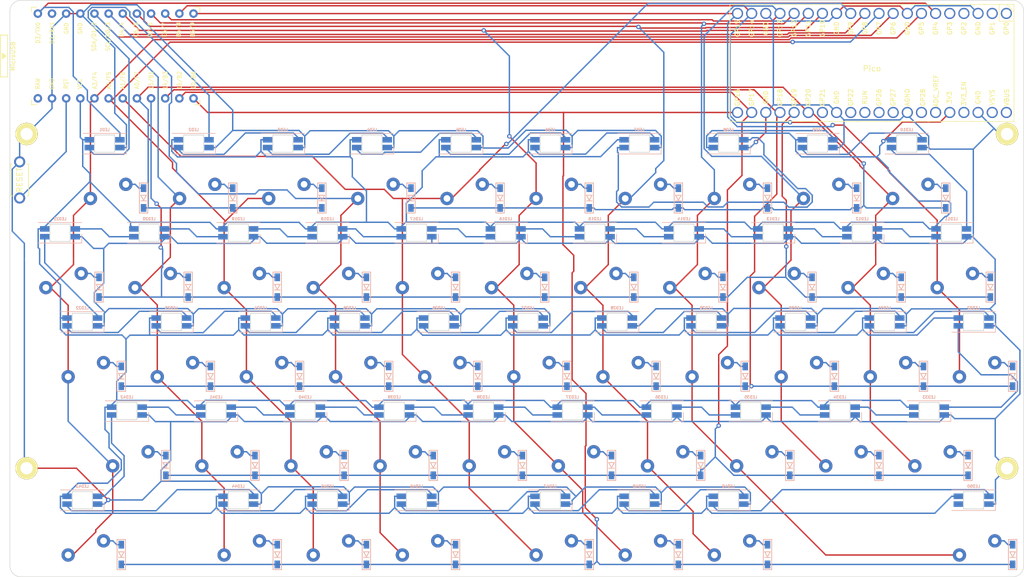
<source format=kicad_pcb>
(kicad_pcb (version 20171130) (host pcbnew "(5.1.9)-1")
  (layers (0 F.Cu signal) (31 B.Cu signal) (34 B.Paste user) (35 F.Paste user) (36 B.SilkS user) (37 F.SilkS user) (38 B.Mask user) (39 F.Mask user) (44 Edge.Cuts user))
  (net 0 "")
  (net 1 /ROW1)
  (net 2 "Net-(D1-Pad2)")
  (net 3 "Net-(D2-Pad2)")
  (net 4 "Net-(D3-Pad2)")
  (net 5 "Net-(D4-Pad2)")
  (net 6 "Net-(D5-Pad2)")
  (net 7 "Net-(D6-Pad2)")
  (net 8 "Net-(D7-Pad2)")
  (net 9 "Net-(D8-Pad2)")
  (net 10 "Net-(D9-Pad2)")
  (net 11 "Net-(D10-Pad2)")
  (net 12 "Net-(D11-Pad2)")
  (net 13 /ROW2)
  (net 14 "Net-(D12-Pad2)")
  (net 15 "Net-(D13-Pad2)")
  (net 16 "Net-(D14-Pad2)")
  (net 17 "Net-(D15-Pad2)")
  (net 18 "Net-(D16-Pad2)")
  (net 19 "Net-(D17-Pad2)")
  (net 20 "Net-(D18-Pad2)")
  (net 21 "Net-(D19-Pad2)")
  (net 22 "Net-(D20-Pad2)")
  (net 23 "Net-(D21-Pad2)")
  (net 24 /ROW3)
  (net 25 "Net-(D22-Pad2)")
  (net 26 "Net-(D23-Pad2)")
  (net 27 "Net-(D24-Pad2)")
  (net 28 "Net-(D25-Pad2)")
  (net 29 "Net-(D26-Pad2)")
  (net 30 "Net-(D27-Pad2)")
  (net 31 "Net-(D28-Pad2)")
  (net 32 "Net-(D29-Pad2)")
  (net 33 "Net-(D30-Pad2)")
  (net 34 "Net-(D31-Pad2)")
  (net 35 "Net-(D32-Pad2)")
  (net 36 "Net-(D33-Pad2)")
  (net 37 /ROW4)
  (net 38 "Net-(D34-Pad2)")
  (net 39 "Net-(D35-Pad2)")
  (net 40 "Net-(D36-Pad2)")
  (net 41 "Net-(D37-Pad2)")
  (net 42 "Net-(D38-Pad2)")
  (net 43 "Net-(D39-Pad2)")
  (net 44 "Net-(D40-Pad2)")
  (net 45 "Net-(D41-Pad2)")
  (net 46 "Net-(D42-Pad2)")
  (net 47 /ROW5)
  (net 48 "Net-(D43-Pad2)")
  (net 49 "Net-(D44-Pad2)")
  (net 50 "Net-(D45-Pad2)")
  (net 51 "Net-(D46-Pad2)")
  (net 52 "Net-(D47-Pad2)")
  (net 53 "Net-(D48-Pad2)")
  (net 54 "Net-(D49-Pad2)")
  (net 55 "Net-(D50-Pad2)")
  (net 56 GND)
  (net 57 /LED)
  (net 58 "Net-(LED1-Pad2)")
  (net 59 VCC)
  (net 60 "Net-(LED2-Pad2)")
  (net 61 "Net-(LED3-Pad2)")
  (net 62 "Net-(LED4-Pad2)")
  (net 63 "Net-(LED5-Pad2)")
  (net 64 "Net-(LED6-Pad2)")
  (net 65 "Net-(LED7-Pad2)")
  (net 66 "Net-(LED8-Pad2)")
  (net 67 "Net-(LED10-Pad4)")
  (net 68 "Net-(LED10-Pad2)")
  (net 69 "Net-(LED11-Pad2)")
  (net 70 "Net-(LED12-Pad2)")
  (net 71 "Net-(LED13-Pad2)")
  (net 72 "Net-(LED14-Pad2)")
  (net 73 "Net-(LED15-Pad2)")
  (net 74 "Net-(LED16-Pad2)")
  (net 75 "Net-(LED17-Pad2)")
  (net 76 "Net-(LED18-Pad2)")
  (net 77 "Net-(LED19-Pad2)")
  (net 78 "Net-(LED20-Pad2)")
  (net 79 "Net-(LED21-Pad2)")
  (net 80 "Net-(LED22-Pad2)")
  (net 81 "Net-(LED23-Pad2)")
  (net 82 "Net-(LED24-Pad2)")
  (net 83 "Net-(LED25-Pad2)")
  (net 84 "Net-(LED26-Pad2)")
  (net 85 "Net-(LED27-Pad2)")
  (net 86 "Net-(LED28-Pad2)")
  (net 87 "Net-(LED29-Pad2)")
  (net 88 "Net-(LED30-Pad2)")
  (net 89 "Net-(LED31-Pad2)")
  (net 90 "Net-(LED32-Pad2)")
  (net 91 "Net-(LED33-Pad2)")
  (net 92 "Net-(LED34-Pad2)")
  (net 93 "Net-(LED35-Pad2)")
  (net 94 "Net-(LED36-Pad2)")
  (net 95 "Net-(LED37-Pad2)")
  (net 96 "Net-(LED38-Pad2)")
  (net 97 "Net-(LED39-Pad2)")
  (net 98 "Net-(LED40-Pad2)")
  (net 99 "Net-(LED41-Pad2)")
  (net 100 "Net-(LED42-Pad2)")
  (net 101 "Net-(LED43-Pad2)")
  (net 102 "Net-(LED44-Pad2)")
  (net 103 "Net-(LED45-Pad2)")
  (net 104 "Net-(LED46-Pad2)")
  (net 105 "Net-(LED47-Pad2)")
  (net 106 "Net-(LED48-Pad2)")
  (net 107 "Net-(LED49-Pad2)")
  (net 108 "/LEDs 50/DOUT")
  (net 109 /COL1)
  (net 110 /COL2)
  (net 111 /COL3)
  (net 112 /COL4)
  (net 113 /COL5)
  (net 114 /COL6)
  (net 115 /COL7)
  (net 116 /COL8)
  (net 117 /COL9)
  (net 118 /COL10)
  (net 119 /COL11)
  (net 120 /RST)
  (net 121 "Net-(U1-Pad2)")
  (net 122 "Net-(U1-Pad24)")
  (net 123 "Net-(U2-Pad27)")
  (net 124 "Net-(U2-Pad29)")
  (net 125 "Net-(U2-Pad30)")
  (net 126 "Net-(U2-Pad31)")
  (net 127 "Net-(U2-Pad32)")
  (net 128 "Net-(U2-Pad34)")
  (net 129 "Net-(U2-Pad35)")
  (net 130 "Net-(U2-Pad37)")
  (net 131 "Net-(U2-Pad39)")
  (net 132 "Net-(U2-Pad40)")
  (net 133 "Net-(U2-Pad5)")
  (net 134 "Net-(U2-Pad4)")
  (net 135 "Net-(U2-Pad2)")
  (net 136 "Net-(U2-Pad1)")
  (module yuiop:RaspberryPi_Pico (layer F.Cu) (at 204.75 61.25 270)
    (fp_text reference U2 hide)
    (fp_text value Pico (at 1 0) (layer F.SilkS))
    (fp_text user GP1 (at -6.2 -21.6 90) (layer F.SilkS) (effects (font (size 0.8 0.8))))
    (fp_text user GP3 (at -6.2 -13.97 90) (layer F.SilkS) (effects (font (size 0.8 0.8))))
    (fp_text user GP2 (at -6.2 -16.51 90) (layer F.SilkS) (effects (font (size 0.8 0.8))))
    (fp_text user GP4 (at -6.2 -11.43 90) (layer F.SilkS) (effects (font (size 0.8 0.8))))
    (fp_text user GP5 (at -6.2 -8.89 90) (layer F.SilkS) (effects (font (size 0.8 0.8))))
    (fp_text user GP6 (at -6.2 -3.81 90) (layer F.SilkS) (effects (font (size 0.8 0.8))))
    (fp_text user GP8 (at -6.2 1.27 90) (layer F.SilkS) (effects (font (size 0.8 0.8))))
    (fp_text user GP9 (at -6.2 3.81 90) (layer F.SilkS) (effects (font (size 0.8 0.8))))
    (fp_text user GP10 (at -6.2 8.89 90) (layer F.SilkS) (effects (font (size 0.8 0.8))))
    (fp_text user GP11 (at -6.2 11.43 90) (layer F.SilkS) (effects (font (size 0.8 0.8))))
    (fp_text user GP12 (at -6.2 13.97 90) (layer F.SilkS) (effects (font (size 0.8 0.8))))
    (fp_text user GP13 (at -6.2 16.51 90) (layer F.SilkS) (effects (font (size 0.8 0.8))))
    (fp_text user GP14 (at -6.2 21.59 90) (layer F.SilkS) (effects (font (size 0.8 0.8))))
    (fp_text user GP15 (at -6.2 24.13 90) (layer F.SilkS) (effects (font (size 0.8 0.8))))
    (fp_text user GP7 (at -6.2 -1.3 90) (layer F.SilkS) (effects (font (size 0.8 0.8))))
    (fp_text user GP0 (at -6.2 -24.13 90) (layer F.SilkS) (effects (font (size 0.8 0.8))))
    (fp_text user GP17 (at 6.2 21.59 90) (layer F.SilkS) (effects (font (size 0.8 0.8))))
    (fp_text user 3V3_EN (at 5.5 -16.5 90) (layer F.SilkS) (effects (font (size 0.8 0.8))))
    (fp_text user GND (at 6.2 19.05 90) (layer F.SilkS) (effects (font (size 0.8 0.8))))
    (fp_text user GP21 (at 6.2 8.9 90) (layer F.SilkS) (effects (font (size 0.8 0.8))))
    (fp_text user GND (at 6.2 6.35 90) (layer F.SilkS) (effects (font (size 0.8 0.8))))
    (fp_text user GP18 (at 6.2 16.51 90) (layer F.SilkS) (effects (font (size 0.8 0.8))))
    (fp_text user RUN (at 6.2 1.27 90) (layer F.SilkS) (effects (font (size 0.8 0.8))))
    (fp_text user VBUS (at 6.2 -24.2 90) (layer F.SilkS) (effects (font (size 0.8 0.8))))
    (fp_text user GP20 (at 6.2 11.43 90) (layer F.SilkS) (effects (font (size 0.8 0.8))))
    (fp_text user AGND (at 6.2 -6.35 90) (layer F.SilkS) (effects (font (size 0.8 0.8))))
    (fp_text user GP26 (at 6.2 -1.27 90) (layer F.SilkS) (effects (font (size 0.8 0.8))))
    (fp_text user VSYS (at 6.2 -21.59 90) (layer F.SilkS) (effects (font (size 0.8 0.8))))
    (fp_text user GND (at -6.2 19.05 90) (layer F.SilkS) (effects (font (size 0.8 0.8))))
    (fp_text user GP22 (at 6.2 3.81 90) (layer F.SilkS) (effects (font (size 0.8 0.8))))
    (fp_text user GND (at -6.2 -6.35 90) (layer F.SilkS) (effects (font (size 0.8 0.8))))
    (fp_text user GND (at -6.2 6.35 90) (layer F.SilkS) (effects (font (size 0.8 0.8))))
    (fp_text user GND (at -6.2 -19.05 90) (layer F.SilkS) (effects (font (size 0.8 0.8))))
    (fp_text user 3V3 (at 6.2 -13.9 90) (layer F.SilkS) (effects (font (size 0.8 0.8))))
    (fp_text user GP16 (at 6.2 24.13 90) (layer F.SilkS) (effects (font (size 0.8 0.8))))
    (fp_text user GP19 (at 6.2 13.97 90) (layer F.SilkS) (effects (font (size 0.8 0.8))))
    (fp_text user GP28 (at 6.2 -9.144 90) (layer F.SilkS) (effects (font (size 0.8 0.8))))
    (fp_text user ADC_VREF (at 5 -11.5 90) (layer F.SilkS) (effects (font (size 0.8 0.8))))
    (fp_text user GND (at 6.2 -19.05 90) (layer F.SilkS) (effects (font (size 0.8 0.8))))
    (fp_text user GP27 (at 6.2 -3.8 90) (layer F.SilkS) (effects (font (size 0.8 0.8))))
    (pad 33 thru_hole circle (at 8.89 -6.35 270) (size 2 2) (drill 1.5) (layers *.Cu B.Mask) (net 56 GND))
    (pad 35 thru_hole circle (at 8.89 -11.43 270) (size 2 2) (drill 1.5) (layers *.Cu B.Mask) (net 129 "Net-(U2-Pad35)"))
    (pad 34 thru_hole circle (at 8.89 -8.89 270) (size 2 2) (drill 1.5) (layers *.Cu B.Mask) (net 128 "Net-(U2-Pad34)"))
    (pad 36 thru_hole circle (at 8.89 -13.97 270) (size 2 2) (drill 1.5) (layers *.Cu B.Mask) (net 59 VCC))
    (pad 39 thru_hole circle (at 8.89 -21.59 270) (size 2 2) (drill 1.5) (layers *.Cu B.Mask) (net 131 "Net-(U2-Pad39)"))
    (pad 40 thru_hole circle (at 8.89 -24.13 270) (size 2 2) (drill 1.5) (layers *.Cu B.Mask) (net 132 "Net-(U2-Pad40)"))
    (pad 38 thru_hole circle (at 8.89 -19.05 270) (size 2 2) (drill 1.5) (layers *.Cu B.Mask) (net 56 GND))
    (pad 37 thru_hole circle (at 8.89 -16.51 270) (size 2 2) (drill 1.5) (layers *.Cu B.Mask) (net 130 "Net-(U2-Pad37)"))
    (pad 11 thru_hole circle (at -8.89 1.27 270) (size 2 2) (drill 1.5) (layers *.Cu B.Mask) (net 112 /COL4))
    (pad 18 thru_hole circle (at -8.89 19.05 270) (size 2 2) (drill 1.5) (layers *.Cu B.Mask) (net 56 GND))
    (pad 2 thru_hole circle (at -8.89 -21.59 270) (size 2 2) (drill 1.5) (layers *.Cu B.Mask) (net 135 "Net-(U2-Pad2)"))
    (pad 20 thru_hole circle (at -8.89 24.13 270) (size 2 2) (drill 1.5) (layers *.Cu B.Mask) (net 119 /COL11))
    (pad 21 thru_hole circle (at 8.89 24.13 270) (size 2 2) (drill 1.5) (layers *.Cu B.Mask) (net 47 /ROW5))
    (pad 22 thru_hole circle (at 8.89 21.59 270) (size 2 2) (drill 1.5) (layers *.Cu B.Mask) (net 37 /ROW4))
    (pad 3 thru_hole circle (at -8.89 -19.05 270) (size 2 2) (drill 1.5) (layers *.Cu B.Mask) (net 56 GND))
    (pad 15 thru_hole circle (at -8.89 11.43 270) (size 2 2) (drill 1.5) (layers *.Cu B.Mask) (net 115 /COL7))
    (pad 23 thru_hole circle (at 8.89 19.05 270) (size 2 2) (drill 1.5) (layers *.Cu B.Mask) (net 56 GND))
    (pad 24 thru_hole circle (at 8.89 16.51 270) (size 2 2) (drill 1.5) (layers *.Cu B.Mask) (net 24 /ROW3))
    (pad 5 thru_hole circle (at -8.89 -13.97 270) (size 2 2) (drill 1.5) (layers *.Cu B.Mask) (net 133 "Net-(U2-Pad5)"))
    (pad 19 thru_hole circle (at -8.89 21.59 270) (size 2 2) (drill 1.5) (layers *.Cu B.Mask) (net 118 /COL10))
    (pad 4 thru_hole circle (at -8.89 -16.51 270) (size 2 2) (drill 1.5) (layers *.Cu B.Mask) (net 134 "Net-(U2-Pad4)"))
    (pad 7 thru_hole circle (at -8.89 -8.89 270) (size 2 2) (drill 1.5) (layers *.Cu B.Mask) (net 109 /COL1))
    (pad 1 thru_hole circle (at -8.89 -24.13 270) (size 2 2) (drill 1.5) (layers *.Cu B.Mask) (net 136 "Net-(U2-Pad1)"))
    (pad 10 thru_hole circle (at -8.89 -1.27 270) (size 2 2) (drill 1.5) (layers *.Cu B.Mask) (net 111 /COL3))
    (pad 12 thru_hole circle (at -8.89 3.81 270) (size 2 2) (drill 1.5) (layers *.Cu B.Mask) (net 113 /COL5))
    (pad 6 thru_hole circle (at -8.89 -11.43 270) (size 2 2) (drill 1.5) (layers *.Cu B.Mask) (net 57 /LED))
    (pad 13 thru_hole circle (at -8.89 6.35 270) (size 2 2) (drill 1.5) (layers *.Cu B.Mask) (net 56 GND))
    (pad 9 thru_hole circle (at -8.89 -3.81 270) (size 2 2) (drill 1.5) (layers *.Cu B.Mask) (net 110 /COL2))
    (pad 14 thru_hole circle (at -8.89 8.89 270) (size 2 2) (drill 1.5) (layers *.Cu B.Mask) (net 114 /COL6))
    (pad 8 thru_hole circle (at -8.89 -6.35 270) (size 2 2) (drill 1.5) (layers *.Cu B.Mask) (net 56 GND))
    (pad 17 thru_hole circle (at -8.89 16.51 270) (size 2 2) (drill 1.5) (layers *.Cu B.Mask) (net 117 /COL9))
    (pad 16 thru_hole circle (at -8.89 13.97 270) (size 2 2) (drill 1.5) (layers *.Cu B.Mask) (net 116 /COL8))
    (pad 32 thru_hole circle (at 8.89 -3.81 270) (size 2 2) (drill 1.5) (layers *.Cu B.Mask) (net 127 "Net-(U2-Pad32)"))
    (pad 26 thru_hole circle (at 8.89 11.43 270) (size 2 2) (drill 1.5) (layers *.Cu B.Mask) (net 1 /ROW1))
    (pad 30 thru_hole circle (at 8.89 1.27 270) (size 2 2) (drill 1.5) (layers *.Cu B.Mask) (net 125 "Net-(U2-Pad30)"))
    (pad 25 thru_hole circle (at 8.89 13.97 270) (size 2 2) (drill 1.5) (layers *.Cu B.Mask) (net 13 /ROW2))
    (pad 31 thru_hole circle (at 8.89 -1.27 270) (size 2 2) (drill 1.5) (layers *.Cu B.Mask) (net 126 "Net-(U2-Pad31)"))
    (pad 29 thru_hole circle (at 8.89 3.81 270) (size 2 2) (drill 1.5) (layers *.Cu B.Mask) (net 124 "Net-(U2-Pad29)"))
    (pad 27 thru_hole circle (at 8.89 8.89 270) (size 2 2) (drill 1.5) (layers *.Cu B.Mask) (net 123 "Net-(U2-Pad27)"))
    (pad 28 thru_hole circle (at 8.89 6.35 270) (size 2 2) (drill 1.5) (layers *.Cu B.Mask) (net 56 GND))
  )
  (module yuiop:ResetSW_2_1side (layer F.Cu) (at 51.75 82.25 270)
    (fp_text reference SW_RST1 hide)
    (fp_text value SW_PUSH)
    (fp_text user RESET (at 0 0 90) (layer F.SilkS))
    (pad 2 thru_hole circle (at -3.25 0 270) (size 2 2) (drill 1.3) (layers *.Cu B.Mask) (net 56 GND))
    (pad 1 thru_hole circle (at 3.25 0 270) (size 2 2) (drill 1.3) (layers *.Cu B.Mask) (net 120 /RST))
  )
  (module yuiop:Hole_2.2_4 (layer F.Cu) (at 229 134)
    (fp_text reference HOLE4 hide)
    (fp_text value Hole_2.2_4 hide)
    (pad "" thru_hole circle (at 0 0) (size 4 4) (drill 2.2) (layers *.Cu *.Mask F.SilkS) (net 56 GND))
  )
  (module yuiop:Hole_2.2_4 (layer F.Cu) (at 53 134)
    (fp_text reference HOLE3 hide)
    (fp_text value Hole_2.2_4 hide)
    (pad "" thru_hole circle (at 0 0) (size 4 4) (drill 2.2) (layers *.Cu *.Mask F.SilkS) (net 56 GND))
  )
  (module yuiop:Hole_2.2_4 (layer F.Cu) (at 229 74)
    (fp_text reference HOLE2 hide)
    (fp_text value Hole_2.2_4 hide)
    (pad "" thru_hole circle (at 0 0) (size 4 4) (drill 2.2) (layers *.Cu *.Mask F.SilkS) (net 56 GND))
  )
  (module yuiop:Hole_2.2_4 (layer F.Cu) (at 53 74)
    (fp_text reference HOLE1 hide)
    (fp_text value Hole_2.2_4 hide)
    (pad "" thru_hole circle (at 0 0) (size 4 4) (drill 2.2) (layers *.Cu *.Mask F.SilkS) (net 56 GND))
  )
  (module yuiop:D3_SMD_v2_B (layer F.Cu) (at 74 85.5 270)
    (fp_text reference D1 hide)
    (fp_text value D hide)
    (pad 1 smd rect (at 1.775 0 90) (size 1.4 1) (layers B.Cu B.Paste B.Mask) (net 1 /ROW1))
    (pad 2 smd rect (at -1.775 0 90) (size 1.4 1) (layers B.Cu B.Paste B.Mask) (net 2 "Net-(D1-Pad2)"))
  )
  (module yuiop:D3_SMD_v2_B (layer F.Cu) (at 90 85.5 270)
    (fp_text reference D2 hide)
    (fp_text value D hide)
    (pad 2 smd rect (at -1.775 0 90) (size 1.4 1) (layers B.Cu B.Paste B.Mask) (net 3 "Net-(D2-Pad2)"))
    (pad 1 smd rect (at 1.775 0 90) (size 1.4 1) (layers B.Cu B.Paste B.Mask) (net 1 /ROW1))
  )
  (module yuiop:D3_SMD_v2_B (layer F.Cu) (at 106 85.5 270)
    (fp_text reference D3 hide)
    (fp_text value D hide)
    (pad 1 smd rect (at 1.775 0 90) (size 1.4 1) (layers B.Cu B.Paste B.Mask) (net 1 /ROW1))
    (pad 2 smd rect (at -1.775 0 90) (size 1.4 1) (layers B.Cu B.Paste B.Mask) (net 4 "Net-(D3-Pad2)"))
  )
  (module yuiop:D3_SMD_v2_B (layer F.Cu) (at 122 85.5 270)
    (fp_text reference D4 hide)
    (fp_text value D hide)
    (pad 2 smd rect (at -1.775 0 90) (size 1.4 1) (layers B.Cu B.Paste B.Mask) (net 5 "Net-(D4-Pad2)"))
    (pad 1 smd rect (at 1.775 0 90) (size 1.4 1) (layers B.Cu B.Paste B.Mask) (net 1 /ROW1))
  )
  (module yuiop:D3_SMD_v2_B (layer F.Cu) (at 138 85.5 270)
    (fp_text reference D5 hide)
    (fp_text value D hide)
    (pad 1 smd rect (at 1.775 0 90) (size 1.4 1) (layers B.Cu B.Paste B.Mask) (net 1 /ROW1))
    (pad 2 smd rect (at -1.775 0 90) (size 1.4 1) (layers B.Cu B.Paste B.Mask) (net 6 "Net-(D5-Pad2)"))
  )
  (module yuiop:D3_SMD_v2_B (layer F.Cu) (at 154 85.5 270)
    (fp_text reference D6 hide)
    (fp_text value D hide)
    (pad 2 smd rect (at -1.775 0 90) (size 1.4 1) (layers B.Cu B.Paste B.Mask) (net 7 "Net-(D6-Pad2)"))
    (pad 1 smd rect (at 1.775 0 90) (size 1.4 1) (layers B.Cu B.Paste B.Mask) (net 1 /ROW1))
  )
  (module yuiop:D3_SMD_v2_B (layer F.Cu) (at 170 85.5 270)
    (fp_text reference D7 hide)
    (fp_text value D hide)
    (pad 1 smd rect (at 1.775 0 90) (size 1.4 1) (layers B.Cu B.Paste B.Mask) (net 1 /ROW1))
    (pad 2 smd rect (at -1.775 0 90) (size 1.4 1) (layers B.Cu B.Paste B.Mask) (net 8 "Net-(D7-Pad2)"))
  )
  (module yuiop:D3_SMD_v2_B (layer F.Cu) (at 186 85.5 270)
    (fp_text reference D8 hide)
    (fp_text value D hide)
    (pad 2 smd rect (at -1.775 0 90) (size 1.4 1) (layers B.Cu B.Paste B.Mask) (net 9 "Net-(D8-Pad2)"))
    (pad 1 smd rect (at 1.775 0 90) (size 1.4 1) (layers B.Cu B.Paste B.Mask) (net 1 /ROW1))
  )
  (module yuiop:D3_SMD_v2_B (layer F.Cu) (at 202 85.5 270)
    (fp_text reference D9 hide)
    (fp_text value D hide)
    (pad 1 smd rect (at 1.775 0 90) (size 1.4 1) (layers B.Cu B.Paste B.Mask) (net 1 /ROW1))
    (pad 2 smd rect (at -1.775 0 90) (size 1.4 1) (layers B.Cu B.Paste B.Mask) (net 10 "Net-(D9-Pad2)"))
  )
  (module yuiop:D3_SMD_v2_B (layer F.Cu) (at 218 85.5 270)
    (fp_text reference D10 hide)
    (fp_text value D hide)
    (pad 2 smd rect (at -1.775 0 90) (size 1.4 1) (layers B.Cu B.Paste B.Mask) (net 11 "Net-(D10-Pad2)"))
    (pad 1 smd rect (at 1.775 0 90) (size 1.4 1) (layers B.Cu B.Paste B.Mask) (net 1 /ROW1))
  )
  (module yuiop:D3_SMD_v2_B (layer F.Cu) (at 66 101.5 270)
    (fp_text reference D11 hide)
    (fp_text value D hide)
    (pad 2 smd rect (at -1.775 0 90) (size 1.4 1) (layers B.Cu B.Paste B.Mask) (net 12 "Net-(D11-Pad2)"))
    (pad 1 smd rect (at 1.775 0 90) (size 1.4 1) (layers B.Cu B.Paste B.Mask) (net 13 /ROW2))
  )
  (module yuiop:D3_SMD_v2_B (layer F.Cu) (at 82 101.5 270)
    (fp_text reference D12 hide)
    (fp_text value D hide)
    (pad 1 smd rect (at 1.775 0 90) (size 1.4 1) (layers B.Cu B.Paste B.Mask) (net 13 /ROW2))
    (pad 2 smd rect (at -1.775 0 90) (size 1.4 1) (layers B.Cu B.Paste B.Mask) (net 14 "Net-(D12-Pad2)"))
  )
  (module yuiop:D3_SMD_v2_B (layer F.Cu) (at 98 101.5 270)
    (fp_text reference D13 hide)
    (fp_text value D hide)
    (pad 2 smd rect (at -1.775 0 90) (size 1.4 1) (layers B.Cu B.Paste B.Mask) (net 15 "Net-(D13-Pad2)"))
    (pad 1 smd rect (at 1.775 0 90) (size 1.4 1) (layers B.Cu B.Paste B.Mask) (net 13 /ROW2))
  )
  (module yuiop:D3_SMD_v2_B (layer F.Cu) (at 114 101.5 270)
    (fp_text reference D14 hide)
    (fp_text value D hide)
    (pad 1 smd rect (at 1.775 0 90) (size 1.4 1) (layers B.Cu B.Paste B.Mask) (net 13 /ROW2))
    (pad 2 smd rect (at -1.775 0 90) (size 1.4 1) (layers B.Cu B.Paste B.Mask) (net 16 "Net-(D14-Pad2)"))
  )
  (module yuiop:D3_SMD_v2_B (layer F.Cu) (at 130 101.5 270)
    (fp_text reference D15 hide)
    (fp_text value D hide)
    (pad 1 smd rect (at 1.775 0 90) (size 1.4 1) (layers B.Cu B.Paste B.Mask) (net 13 /ROW2))
    (pad 2 smd rect (at -1.775 0 90) (size 1.4 1) (layers B.Cu B.Paste B.Mask) (net 17 "Net-(D15-Pad2)"))
  )
  (module yuiop:D3_SMD_v2_B (layer F.Cu) (at 146 101.5 270)
    (fp_text reference D16 hide)
    (fp_text value D hide)
    (pad 2 smd rect (at -1.775 0 90) (size 1.4 1) (layers B.Cu B.Paste B.Mask) (net 18 "Net-(D16-Pad2)"))
    (pad 1 smd rect (at 1.775 0 90) (size 1.4 1) (layers B.Cu B.Paste B.Mask) (net 13 /ROW2))
  )
  (module yuiop:D3_SMD_v2_B (layer F.Cu) (at 162 101.5 270)
    (fp_text reference D17 hide)
    (fp_text value D hide)
    (pad 1 smd rect (at 1.775 0 90) (size 1.4 1) (layers B.Cu B.Paste B.Mask) (net 13 /ROW2))
    (pad 2 smd rect (at -1.775 0 90) (size 1.4 1) (layers B.Cu B.Paste B.Mask) (net 19 "Net-(D17-Pad2)"))
  )
  (module yuiop:D3_SMD_v2_B (layer F.Cu) (at 178 101.5 270)
    (fp_text reference D18 hide)
    (fp_text value D hide)
    (pad 2 smd rect (at -1.775 0 90) (size 1.4 1) (layers B.Cu B.Paste B.Mask) (net 20 "Net-(D18-Pad2)"))
    (pad 1 smd rect (at 1.775 0 90) (size 1.4 1) (layers B.Cu B.Paste B.Mask) (net 13 /ROW2))
  )
  (module yuiop:D3_SMD_v2_B (layer F.Cu) (at 194 101.5 270)
    (fp_text reference D19 hide)
    (fp_text value D hide)
    (pad 1 smd rect (at 1.775 0 90) (size 1.4 1) (layers B.Cu B.Paste B.Mask) (net 13 /ROW2))
    (pad 2 smd rect (at -1.775 0 90) (size 1.4 1) (layers B.Cu B.Paste B.Mask) (net 21 "Net-(D19-Pad2)"))
  )
  (module yuiop:D3_SMD_v2_B (layer F.Cu) (at 210 101.5 270)
    (fp_text reference D20 hide)
    (fp_text value D hide)
    (pad 1 smd rect (at 1.775 0 90) (size 1.4 1) (layers B.Cu B.Paste B.Mask) (net 13 /ROW2))
    (pad 2 smd rect (at -1.775 0 90) (size 1.4 1) (layers B.Cu B.Paste B.Mask) (net 22 "Net-(D20-Pad2)"))
  )
  (module yuiop:D3_SMD_v2_B (layer F.Cu) (at 226 101.5 270)
    (fp_text reference D21 hide)
    (fp_text value D hide)
    (pad 2 smd rect (at -1.775 0 90) (size 1.4 1) (layers B.Cu B.Paste B.Mask) (net 23 "Net-(D21-Pad2)"))
    (pad 1 smd rect (at 1.775 0 90) (size 1.4 1) (layers B.Cu B.Paste B.Mask) (net 13 /ROW2))
  )
  (module yuiop:D3_SMD_v2_B (layer F.Cu) (at 70 117.5 270)
    (fp_text reference D22 hide)
    (fp_text value D hide)
    (pad 1 smd rect (at 1.775 0 90) (size 1.4 1) (layers B.Cu B.Paste B.Mask) (net 24 /ROW3))
    (pad 2 smd rect (at -1.775 0 90) (size 1.4 1) (layers B.Cu B.Paste B.Mask) (net 25 "Net-(D22-Pad2)"))
  )
  (module yuiop:D3_SMD_v2_B (layer F.Cu) (at 86 117.5 270)
    (fp_text reference D23 hide)
    (fp_text value D hide)
    (pad 2 smd rect (at -1.775 0 90) (size 1.4 1) (layers B.Cu B.Paste B.Mask) (net 26 "Net-(D23-Pad2)"))
    (pad 1 smd rect (at 1.775 0 90) (size 1.4 1) (layers B.Cu B.Paste B.Mask) (net 24 /ROW3))
  )
  (module yuiop:D3_SMD_v2_B (layer F.Cu) (at 102 117.5 270)
    (fp_text reference D24 hide)
    (fp_text value D hide)
    (pad 1 smd rect (at 1.775 0 90) (size 1.4 1) (layers B.Cu B.Paste B.Mask) (net 24 /ROW3))
    (pad 2 smd rect (at -1.775 0 90) (size 1.4 1) (layers B.Cu B.Paste B.Mask) (net 27 "Net-(D24-Pad2)"))
  )
  (module yuiop:D3_SMD_v2_B (layer F.Cu) (at 118 117.5 270)
    (fp_text reference D25 hide)
    (fp_text value D hide)
    (pad 2 smd rect (at -1.775 0 90) (size 1.4 1) (layers B.Cu B.Paste B.Mask) (net 28 "Net-(D25-Pad2)"))
    (pad 1 smd rect (at 1.775 0 90) (size 1.4 1) (layers B.Cu B.Paste B.Mask) (net 24 /ROW3))
  )
  (module yuiop:D3_SMD_v2_B (layer F.Cu) (at 134 117.5 270)
    (fp_text reference D26 hide)
    (fp_text value D hide)
    (pad 1 smd rect (at 1.775 0 90) (size 1.4 1) (layers B.Cu B.Paste B.Mask) (net 24 /ROW3))
    (pad 2 smd rect (at -1.775 0 90) (size 1.4 1) (layers B.Cu B.Paste B.Mask) (net 29 "Net-(D26-Pad2)"))
  )
  (module yuiop:D3_SMD_v2_B (layer F.Cu) (at 150 117.5 270)
    (fp_text reference D27 hide)
    (fp_text value D hide)
    (pad 2 smd rect (at -1.775 0 90) (size 1.4 1) (layers B.Cu B.Paste B.Mask) (net 30 "Net-(D27-Pad2)"))
    (pad 1 smd rect (at 1.775 0 90) (size 1.4 1) (layers B.Cu B.Paste B.Mask) (net 24 /ROW3))
  )
  (module yuiop:D3_SMD_v2_B (layer F.Cu) (at 166 117.5 270)
    (fp_text reference D28 hide)
    (fp_text value D hide)
    (pad 1 smd rect (at 1.775 0 90) (size 1.4 1) (layers B.Cu B.Paste B.Mask) (net 24 /ROW3))
    (pad 2 smd rect (at -1.775 0 90) (size 1.4 1) (layers B.Cu B.Paste B.Mask) (net 31 "Net-(D28-Pad2)"))
  )
  (module yuiop:D3_SMD_v2_B (layer F.Cu) (at 182 117.5 270)
    (fp_text reference D29 hide)
    (fp_text value D hide)
    (pad 1 smd rect (at 1.775 0 90) (size 1.4 1) (layers B.Cu B.Paste B.Mask) (net 24 /ROW3))
    (pad 2 smd rect (at -1.775 0 90) (size 1.4 1) (layers B.Cu B.Paste B.Mask) (net 32 "Net-(D29-Pad2)"))
  )
  (module yuiop:D3_SMD_v2_B (layer F.Cu) (at 198 117.5 270)
    (fp_text reference D30 hide)
    (fp_text value D hide)
    (pad 2 smd rect (at -1.775 0 90) (size 1.4 1) (layers B.Cu B.Paste B.Mask) (net 33 "Net-(D30-Pad2)"))
    (pad 1 smd rect (at 1.775 0 90) (size 1.4 1) (layers B.Cu B.Paste B.Mask) (net 24 /ROW3))
  )
  (module yuiop:D3_SMD_v2_B (layer F.Cu) (at 214 117.5 270)
    (fp_text reference D31 hide)
    (fp_text value D hide)
    (pad 1 smd rect (at 1.775 0 90) (size 1.4 1) (layers B.Cu B.Paste B.Mask) (net 24 /ROW3))
    (pad 2 smd rect (at -1.775 0 90) (size 1.4 1) (layers B.Cu B.Paste B.Mask) (net 34 "Net-(D31-Pad2)"))
  )
  (module yuiop:D3_SMD_v2_B (layer F.Cu) (at 230 117.5 270)
    (fp_text reference D32 hide)
    (fp_text value D hide)
    (pad 2 smd rect (at -1.775 0 90) (size 1.4 1) (layers B.Cu B.Paste B.Mask) (net 35 "Net-(D32-Pad2)"))
    (pad 1 smd rect (at 1.775 0 90) (size 1.4 1) (layers B.Cu B.Paste B.Mask) (net 24 /ROW3))
  )
  (module yuiop:D3_SMD_v2_B (layer F.Cu) (at 78 133.5 270)
    (fp_text reference D33 hide)
    (fp_text value D hide)
    (pad 2 smd rect (at -1.775 0 90) (size 1.4 1) (layers B.Cu B.Paste B.Mask) (net 36 "Net-(D33-Pad2)"))
    (pad 1 smd rect (at 1.775 0 90) (size 1.4 1) (layers B.Cu B.Paste B.Mask) (net 37 /ROW4))
  )
  (module yuiop:D3_SMD_v2_B (layer F.Cu) (at 94 133.5 270)
    (fp_text reference D34 hide)
    (fp_text value D hide)
    (pad 2 smd rect (at -1.775 0 90) (size 1.4 1) (layers B.Cu B.Paste B.Mask) (net 38 "Net-(D34-Pad2)"))
    (pad 1 smd rect (at 1.775 0 90) (size 1.4 1) (layers B.Cu B.Paste B.Mask) (net 37 /ROW4))
  )
  (module yuiop:D3_SMD_v2_B (layer F.Cu) (at 110 133.5 270)
    (fp_text reference D35 hide)
    (fp_text value D hide)
    (pad 1 smd rect (at 1.775 0 90) (size 1.4 1) (layers B.Cu B.Paste B.Mask) (net 37 /ROW4))
    (pad 2 smd rect (at -1.775 0 90) (size 1.4 1) (layers B.Cu B.Paste B.Mask) (net 39 "Net-(D35-Pad2)"))
  )
  (module yuiop:D3_SMD_v2_B (layer F.Cu) (at 126 133.5 270)
    (fp_text reference D36 hide)
    (fp_text value D hide)
    (pad 1 smd rect (at 1.775 0 90) (size 1.4 1) (layers B.Cu B.Paste B.Mask) (net 37 /ROW4))
    (pad 2 smd rect (at -1.775 0 90) (size 1.4 1) (layers B.Cu B.Paste B.Mask) (net 40 "Net-(D36-Pad2)"))
  )
  (module yuiop:D3_SMD_v2_B (layer F.Cu) (at 142 133.5 270)
    (fp_text reference D37 hide)
    (fp_text value D hide)
    (pad 2 smd rect (at -1.775 0 90) (size 1.4 1) (layers B.Cu B.Paste B.Mask) (net 41 "Net-(D37-Pad2)"))
    (pad 1 smd rect (at 1.775 0 90) (size 1.4 1) (layers B.Cu B.Paste B.Mask) (net 37 /ROW4))
  )
  (module yuiop:D3_SMD_v2_B (layer F.Cu) (at 158 133.5 270)
    (fp_text reference D38 hide)
    (fp_text value D hide)
    (pad 2 smd rect (at -1.775 0 90) (size 1.4 1) (layers B.Cu B.Paste B.Mask) (net 42 "Net-(D38-Pad2)"))
    (pad 1 smd rect (at 1.775 0 90) (size 1.4 1) (layers B.Cu B.Paste B.Mask) (net 37 /ROW4))
  )
  (module yuiop:D3_SMD_v2_B (layer F.Cu) (at 174 133.5 270)
    (fp_text reference D39 hide)
    (fp_text value D hide)
    (pad 2 smd rect (at -1.775 0 90) (size 1.4 1) (layers B.Cu B.Paste B.Mask) (net 43 "Net-(D39-Pad2)"))
    (pad 1 smd rect (at 1.775 0 90) (size 1.4 1) (layers B.Cu B.Paste B.Mask) (net 37 /ROW4))
  )
  (module yuiop:D3_SMD_v2_B (layer F.Cu) (at 190 133.5 270)
    (fp_text reference D40 hide)
    (fp_text value D hide)
    (pad 2 smd rect (at -1.775 0 90) (size 1.4 1) (layers B.Cu B.Paste B.Mask) (net 44 "Net-(D40-Pad2)"))
    (pad 1 smd rect (at 1.775 0 90) (size 1.4 1) (layers B.Cu B.Paste B.Mask) (net 37 /ROW4))
  )
  (module yuiop:D3_SMD_v2_B (layer F.Cu) (at 206 133.5 270)
    (fp_text reference D41 hide)
    (fp_text value D hide)
    (pad 1 smd rect (at 1.775 0 90) (size 1.4 1) (layers B.Cu B.Paste B.Mask) (net 37 /ROW4))
    (pad 2 smd rect (at -1.775 0 90) (size 1.4 1) (layers B.Cu B.Paste B.Mask) (net 45 "Net-(D41-Pad2)"))
  )
  (module yuiop:D3_SMD_v2_B (layer F.Cu) (at 222 133.5 270)
    (fp_text reference D42 hide)
    (fp_text value D hide)
    (pad 1 smd rect (at 1.775 0 90) (size 1.4 1) (layers B.Cu B.Paste B.Mask) (net 37 /ROW4))
    (pad 2 smd rect (at -1.775 0 90) (size 1.4 1) (layers B.Cu B.Paste B.Mask) (net 46 "Net-(D42-Pad2)"))
  )
  (module yuiop:D3_SMD_v2_B (layer F.Cu) (at 70 149.5 270)
    (fp_text reference D43 hide)
    (fp_text value D hide)
    (pad 1 smd rect (at 1.775 0 90) (size 1.4 1) (layers B.Cu B.Paste B.Mask) (net 47 /ROW5))
    (pad 2 smd rect (at -1.775 0 90) (size 1.4 1) (layers B.Cu B.Paste B.Mask) (net 48 "Net-(D43-Pad2)"))
  )
  (module yuiop:D3_SMD_v2_B (layer F.Cu) (at 98 149.5 270)
    (fp_text reference D44 hide)
    (fp_text value D hide)
    (pad 2 smd rect (at -1.775 0 90) (size 1.4 1) (layers B.Cu B.Paste B.Mask) (net 49 "Net-(D44-Pad2)"))
    (pad 1 smd rect (at 1.775 0 90) (size 1.4 1) (layers B.Cu B.Paste B.Mask) (net 47 /ROW5))
  )
  (module yuiop:D3_SMD_v2_B (layer F.Cu) (at 114 149.5 270)
    (fp_text reference D45 hide)
    (fp_text value D hide)
    (pad 2 smd rect (at -1.775 0 90) (size 1.4 1) (layers B.Cu B.Paste B.Mask) (net 50 "Net-(D45-Pad2)"))
    (pad 1 smd rect (at 1.775 0 90) (size 1.4 1) (layers B.Cu B.Paste B.Mask) (net 47 /ROW5))
  )
  (module yuiop:D3_SMD_v2_B (layer F.Cu) (at 130 149.5 270)
    (fp_text reference D46 hide)
    (fp_text value D hide)
    (pad 1 smd rect (at 1.775 0 90) (size 1.4 1) (layers B.Cu B.Paste B.Mask) (net 47 /ROW5))
    (pad 2 smd rect (at -1.775 0 90) (size 1.4 1) (layers B.Cu B.Paste B.Mask) (net 51 "Net-(D46-Pad2)"))
  )
  (module yuiop:D3_SMD_v2_B (layer F.Cu) (at 154 149.5 270)
    (fp_text reference D47 hide)
    (fp_text value D hide)
    (pad 1 smd rect (at 1.775 0 90) (size 1.4 1) (layers B.Cu B.Paste B.Mask) (net 47 /ROW5))
    (pad 2 smd rect (at -1.775 0 90) (size 1.4 1) (layers B.Cu B.Paste B.Mask) (net 52 "Net-(D47-Pad2)"))
  )
  (module yuiop:D3_SMD_v2_B (layer F.Cu) (at 170 149.5 270)
    (fp_text reference D48 hide)
    (fp_text value D hide)
    (pad 2 smd rect (at -1.775 0 90) (size 1.4 1) (layers B.Cu B.Paste B.Mask) (net 53 "Net-(D48-Pad2)"))
    (pad 1 smd rect (at 1.775 0 90) (size 1.4 1) (layers B.Cu B.Paste B.Mask) (net 47 /ROW5))
  )
  (module yuiop:D3_SMD_v2_B (layer F.Cu) (at 186 149.5 270)
    (fp_text reference D49 hide)
    (fp_text value D hide)
    (pad 2 smd rect (at -1.775 0 90) (size 1.4 1) (layers B.Cu B.Paste B.Mask) (net 54 "Net-(D49-Pad2)"))
    (pad 1 smd rect (at 1.775 0 90) (size 1.4 1) (layers B.Cu B.Paste B.Mask) (net 47 /ROW5))
  )
  (module yuiop:D3_SMD_v2_B (layer F.Cu) (at 230 149.5 270)
    (fp_text reference D50 hide)
    (fp_text value D hide)
    (pad 1 smd rect (at 1.775 0 90) (size 1.4 1) (layers B.Cu B.Paste B.Mask) (net 47 /ROW5))
    (pad 2 smd rect (at -1.775 0 90) (size 1.4 1) (layers B.Cu B.Paste B.Mask) (net 55 "Net-(D50-Pad2)"))
  )
  (module yuiop:SK6812MINI-E_B (layer F.Cu) (at 67 75.74)
    (fp_text reference LED1 (at 0 -2.5 180) (layer B.SilkS) (effects (font (size 0.5 0.5) (thickness 0.125)) (justify mirror)))
    (fp_text value YS-SK6812MINI-E hide)
    (fp_line (start 1.8 1.55) (end -1.8 1.55) (layer Edge.Cuts) (width 0.12))
    (fp_line (start -1.8 1.55) (end -1.8 -1.55) (layer Edge.Cuts) (width 0.12))
    (fp_line (start -1.8 -1.55) (end 1.8 -1.55) (layer Edge.Cuts) (width 0.12))
    (fp_line (start 1.8 -1.55) (end 1.8 1.55) (layer Edge.Cuts) (width 0.12))
    (pad 3 smd rect (at 2.75 0.7 180) (size 1.7 1) (layers B.Cu B.Paste B.Mask) (net 56 GND))
    (pad 4 smd rect (at 2.75 -0.7 180) (size 1.7 1) (layers B.Cu B.Paste B.Mask) (net 57 /LED))
    (pad 2 smd rect (at -2.75 0.7 180) (size 1.7 1) (layers B.Cu B.Paste B.Mask) (net 58 "Net-(LED1-Pad2)"))
    (pad 1 smd rect (at -2.75 -0.7 180) (size 1.7 1) (layers B.Cu B.Paste B.Mask) (net 59 VCC))
  )
  (module yuiop:SK6812MINI-E_B (layer F.Cu) (at 83 75.74)
    (fp_text reference LED2 (at 0 -2.5 180) (layer B.SilkS) (effects (font (size 0.5 0.5) (thickness 0.125)) (justify mirror)))
    (fp_text value YS-SK6812MINI-E hide)
    (fp_line (start 1.8 -1.55) (end 1.8 1.55) (layer Edge.Cuts) (width 0.12))
    (fp_line (start -1.8 -1.55) (end 1.8 -1.55) (layer Edge.Cuts) (width 0.12))
    (fp_line (start -1.8 1.55) (end -1.8 -1.55) (layer Edge.Cuts) (width 0.12))
    (fp_line (start 1.8 1.55) (end -1.8 1.55) (layer Edge.Cuts) (width 0.12))
    (pad 1 smd rect (at -2.75 -0.7 180) (size 1.7 1) (layers B.Cu B.Paste B.Mask) (net 59 VCC))
    (pad 2 smd rect (at -2.75 0.7 180) (size 1.7 1) (layers B.Cu B.Paste B.Mask) (net 60 "Net-(LED2-Pad2)"))
    (pad 4 smd rect (at 2.75 -0.7 180) (size 1.7 1) (layers B.Cu B.Paste B.Mask) (net 58 "Net-(LED1-Pad2)"))
    (pad 3 smd rect (at 2.75 0.7 180) (size 1.7 1) (layers B.Cu B.Paste B.Mask) (net 56 GND))
  )
  (module yuiop:SK6812MINI-E_B (layer F.Cu) (at 99 75.74)
    (fp_text reference LED3 (at 0 -2.5 180) (layer B.SilkS) (effects (font (size 0.5 0.5) (thickness 0.125)) (justify mirror)))
    (fp_text value YS-SK6812MINI-E hide)
    (fp_line (start 1.8 1.55) (end -1.8 1.55) (layer Edge.Cuts) (width 0.12))
    (fp_line (start -1.8 1.55) (end -1.8 -1.55) (layer Edge.Cuts) (width 0.12))
    (fp_line (start -1.8 -1.55) (end 1.8 -1.55) (layer Edge.Cuts) (width 0.12))
    (fp_line (start 1.8 -1.55) (end 1.8 1.55) (layer Edge.Cuts) (width 0.12))
    (pad 3 smd rect (at 2.75 0.7 180) (size 1.7 1) (layers B.Cu B.Paste B.Mask) (net 56 GND))
    (pad 4 smd rect (at 2.75 -0.7 180) (size 1.7 1) (layers B.Cu B.Paste B.Mask) (net 60 "Net-(LED2-Pad2)"))
    (pad 2 smd rect (at -2.75 0.7 180) (size 1.7 1) (layers B.Cu B.Paste B.Mask) (net 61 "Net-(LED3-Pad2)"))
    (pad 1 smd rect (at -2.75 -0.7 180) (size 1.7 1) (layers B.Cu B.Paste B.Mask) (net 59 VCC))
  )
  (module yuiop:SK6812MINI-E_B (layer F.Cu) (at 115 75.74)
    (fp_text reference LED4 (at 0 -2.5 180) (layer B.SilkS) (effects (font (size 0.5 0.5) (thickness 0.125)) (justify mirror)))
    (fp_text value YS-SK6812MINI-E hide)
    (fp_line (start 1.8 -1.55) (end 1.8 1.55) (layer Edge.Cuts) (width 0.12))
    (fp_line (start -1.8 -1.55) (end 1.8 -1.55) (layer Edge.Cuts) (width 0.12))
    (fp_line (start -1.8 1.55) (end -1.8 -1.55) (layer Edge.Cuts) (width 0.12))
    (fp_line (start 1.8 1.55) (end -1.8 1.55) (layer Edge.Cuts) (width 0.12))
    (pad 1 smd rect (at -2.75 -0.7 180) (size 1.7 1) (layers B.Cu B.Paste B.Mask) (net 59 VCC))
    (pad 2 smd rect (at -2.75 0.7 180) (size 1.7 1) (layers B.Cu B.Paste B.Mask) (net 62 "Net-(LED4-Pad2)"))
    (pad 4 smd rect (at 2.75 -0.7 180) (size 1.7 1) (layers B.Cu B.Paste B.Mask) (net 61 "Net-(LED3-Pad2)"))
    (pad 3 smd rect (at 2.75 0.7 180) (size 1.7 1) (layers B.Cu B.Paste B.Mask) (net 56 GND))
  )
  (module yuiop:SK6812MINI-E_B (layer F.Cu) (at 131 75.74)
    (fp_text reference LED5 (at 0 -2.5 180) (layer B.SilkS) (effects (font (size 0.5 0.5) (thickness 0.125)) (justify mirror)))
    (fp_text value YS-SK6812MINI-E hide)
    (fp_line (start 1.8 1.55) (end -1.8 1.55) (layer Edge.Cuts) (width 0.12))
    (fp_line (start -1.8 1.55) (end -1.8 -1.55) (layer Edge.Cuts) (width 0.12))
    (fp_line (start -1.8 -1.55) (end 1.8 -1.55) (layer Edge.Cuts) (width 0.12))
    (fp_line (start 1.8 -1.55) (end 1.8 1.55) (layer Edge.Cuts) (width 0.12))
    (pad 3 smd rect (at 2.75 0.7 180) (size 1.7 1) (layers B.Cu B.Paste B.Mask) (net 56 GND))
    (pad 4 smd rect (at 2.75 -0.7 180) (size 1.7 1) (layers B.Cu B.Paste B.Mask) (net 62 "Net-(LED4-Pad2)"))
    (pad 2 smd rect (at -2.75 0.7 180) (size 1.7 1) (layers B.Cu B.Paste B.Mask) (net 63 "Net-(LED5-Pad2)"))
    (pad 1 smd rect (at -2.75 -0.7 180) (size 1.7 1) (layers B.Cu B.Paste B.Mask) (net 59 VCC))
  )
  (module yuiop:SK6812MINI-E_B (layer F.Cu) (at 147 75.74)
    (fp_text reference LED6 (at 0 -2.5 180) (layer B.SilkS) (effects (font (size 0.5 0.5) (thickness 0.125)) (justify mirror)))
    (fp_text value YS-SK6812MINI-E hide)
    (fp_line (start 1.8 -1.55) (end 1.8 1.55) (layer Edge.Cuts) (width 0.12))
    (fp_line (start -1.8 -1.55) (end 1.8 -1.55) (layer Edge.Cuts) (width 0.12))
    (fp_line (start -1.8 1.55) (end -1.8 -1.55) (layer Edge.Cuts) (width 0.12))
    (fp_line (start 1.8 1.55) (end -1.8 1.55) (layer Edge.Cuts) (width 0.12))
    (pad 1 smd rect (at -2.75 -0.7 180) (size 1.7 1) (layers B.Cu B.Paste B.Mask) (net 59 VCC))
    (pad 2 smd rect (at -2.75 0.7 180) (size 1.7 1) (layers B.Cu B.Paste B.Mask) (net 64 "Net-(LED6-Pad2)"))
    (pad 4 smd rect (at 2.75 -0.7 180) (size 1.7 1) (layers B.Cu B.Paste B.Mask) (net 63 "Net-(LED5-Pad2)"))
    (pad 3 smd rect (at 2.75 0.7 180) (size 1.7 1) (layers B.Cu B.Paste B.Mask) (net 56 GND))
  )
  (module yuiop:SK6812MINI-E_B (layer F.Cu) (at 163 75.74)
    (fp_text reference LED7 (at 0 -2.5 180) (layer B.SilkS) (effects (font (size 0.5 0.5) (thickness 0.125)) (justify mirror)))
    (fp_text value YS-SK6812MINI-E hide)
    (fp_line (start 1.8 1.55) (end -1.8 1.55) (layer Edge.Cuts) (width 0.12))
    (fp_line (start -1.8 1.55) (end -1.8 -1.55) (layer Edge.Cuts) (width 0.12))
    (fp_line (start -1.8 -1.55) (end 1.8 -1.55) (layer Edge.Cuts) (width 0.12))
    (fp_line (start 1.8 -1.55) (end 1.8 1.55) (layer Edge.Cuts) (width 0.12))
    (pad 3 smd rect (at 2.75 0.7 180) (size 1.7 1) (layers B.Cu B.Paste B.Mask) (net 56 GND))
    (pad 4 smd rect (at 2.75 -0.7 180) (size 1.7 1) (layers B.Cu B.Paste B.Mask) (net 64 "Net-(LED6-Pad2)"))
    (pad 2 smd rect (at -2.75 0.7 180) (size 1.7 1) (layers B.Cu B.Paste B.Mask) (net 65 "Net-(LED7-Pad2)"))
    (pad 1 smd rect (at -2.75 -0.7 180) (size 1.7 1) (layers B.Cu B.Paste B.Mask) (net 59 VCC))
  )
  (module yuiop:SK6812MINI-E_B (layer F.Cu) (at 179 75.74)
    (fp_text reference LED8 (at 0 -2.5 180) (layer B.SilkS) (effects (font (size 0.5 0.5) (thickness 0.125)) (justify mirror)))
    (fp_text value YS-SK6812MINI-E hide)
    (fp_line (start 1.8 -1.55) (end 1.8 1.55) (layer Edge.Cuts) (width 0.12))
    (fp_line (start -1.8 -1.55) (end 1.8 -1.55) (layer Edge.Cuts) (width 0.12))
    (fp_line (start -1.8 1.55) (end -1.8 -1.55) (layer Edge.Cuts) (width 0.12))
    (fp_line (start 1.8 1.55) (end -1.8 1.55) (layer Edge.Cuts) (width 0.12))
    (pad 1 smd rect (at -2.75 -0.7 180) (size 1.7 1) (layers B.Cu B.Paste B.Mask) (net 59 VCC))
    (pad 2 smd rect (at -2.75 0.7 180) (size 1.7 1) (layers B.Cu B.Paste B.Mask) (net 66 "Net-(LED8-Pad2)"))
    (pad 4 smd rect (at 2.75 -0.7 180) (size 1.7 1) (layers B.Cu B.Paste B.Mask) (net 65 "Net-(LED7-Pad2)"))
    (pad 3 smd rect (at 2.75 0.7 180) (size 1.7 1) (layers B.Cu B.Paste B.Mask) (net 56 GND))
  )
  (module yuiop:SK6812MINI-E_B (layer F.Cu) (at 195 75.74)
    (fp_text reference LED9 (at 0 -2.5 180) (layer B.SilkS) (effects (font (size 0.5 0.5) (thickness 0.125)) (justify mirror)))
    (fp_text value YS-SK6812MINI-E hide)
    (fp_line (start 1.8 1.55) (end -1.8 1.55) (layer Edge.Cuts) (width 0.12))
    (fp_line (start -1.8 1.55) (end -1.8 -1.55) (layer Edge.Cuts) (width 0.12))
    (fp_line (start -1.8 -1.55) (end 1.8 -1.55) (layer Edge.Cuts) (width 0.12))
    (fp_line (start 1.8 -1.55) (end 1.8 1.55) (layer Edge.Cuts) (width 0.12))
    (pad 3 smd rect (at 2.75 0.7 180) (size 1.7 1) (layers B.Cu B.Paste B.Mask) (net 56 GND))
    (pad 4 smd rect (at 2.75 -0.7 180) (size 1.7 1) (layers B.Cu B.Paste B.Mask) (net 66 "Net-(LED8-Pad2)"))
    (pad 2 smd rect (at -2.75 0.7 180) (size 1.7 1) (layers B.Cu B.Paste B.Mask) (net 67 "Net-(LED10-Pad4)"))
    (pad 1 smd rect (at -2.75 -0.7 180) (size 1.7 1) (layers B.Cu B.Paste B.Mask) (net 59 VCC))
  )
  (module yuiop:SK6812MINI-E_B (layer F.Cu) (at 211 75.74)
    (fp_text reference LED10 (at 0 -2.5 180) (layer B.SilkS) (effects (font (size 0.5 0.5) (thickness 0.125)) (justify mirror)))
    (fp_text value YS-SK6812MINI-E hide)
    (fp_line (start 1.8 -1.55) (end 1.8 1.55) (layer Edge.Cuts) (width 0.12))
    (fp_line (start -1.8 -1.55) (end 1.8 -1.55) (layer Edge.Cuts) (width 0.12))
    (fp_line (start -1.8 1.55) (end -1.8 -1.55) (layer Edge.Cuts) (width 0.12))
    (fp_line (start 1.8 1.55) (end -1.8 1.55) (layer Edge.Cuts) (width 0.12))
    (pad 1 smd rect (at -2.75 -0.7 180) (size 1.7 1) (layers B.Cu B.Paste B.Mask) (net 59 VCC))
    (pad 2 smd rect (at -2.75 0.7 180) (size 1.7 1) (layers B.Cu B.Paste B.Mask) (net 68 "Net-(LED10-Pad2)"))
    (pad 4 smd rect (at 2.75 -0.7 180) (size 1.7 1) (layers B.Cu B.Paste B.Mask) (net 67 "Net-(LED10-Pad4)"))
    (pad 3 smd rect (at 2.75 0.7 180) (size 1.7 1) (layers B.Cu B.Paste B.Mask) (net 56 GND))
  )
  (module yuiop:SK6812MINI-E_B (layer F.Cu) (at 219 91.74)
    (fp_text reference LED11 (at 0 -2.5 180) (layer B.SilkS) (effects (font (size 0.5 0.5) (thickness 0.125)) (justify mirror)))
    (fp_text value YS-SK6812MINI-E hide)
    (fp_line (start 1.8 1.55) (end -1.8 1.55) (layer Edge.Cuts) (width 0.12))
    (fp_line (start -1.8 1.55) (end -1.8 -1.55) (layer Edge.Cuts) (width 0.12))
    (fp_line (start -1.8 -1.55) (end 1.8 -1.55) (layer Edge.Cuts) (width 0.12))
    (fp_line (start 1.8 -1.55) (end 1.8 1.55) (layer Edge.Cuts) (width 0.12))
    (pad 3 smd rect (at 2.75 0.7 180) (size 1.7 1) (layers B.Cu B.Paste B.Mask) (net 56 GND))
    (pad 4 smd rect (at 2.75 -0.7 180) (size 1.7 1) (layers B.Cu B.Paste B.Mask) (net 68 "Net-(LED10-Pad2)"))
    (pad 2 smd rect (at -2.75 0.7 180) (size 1.7 1) (layers B.Cu B.Paste B.Mask) (net 69 "Net-(LED11-Pad2)"))
    (pad 1 smd rect (at -2.75 -0.7 180) (size 1.7 1) (layers B.Cu B.Paste B.Mask) (net 59 VCC))
  )
  (module yuiop:SK6812MINI-E_B (layer F.Cu) (at 203 91.74)
    (fp_text reference LED12 (at 0 -2.5 180) (layer B.SilkS) (effects (font (size 0.5 0.5) (thickness 0.125)) (justify mirror)))
    (fp_text value YS-SK6812MINI-E hide)
    (fp_line (start 1.8 -1.55) (end 1.8 1.55) (layer Edge.Cuts) (width 0.12))
    (fp_line (start -1.8 -1.55) (end 1.8 -1.55) (layer Edge.Cuts) (width 0.12))
    (fp_line (start -1.8 1.55) (end -1.8 -1.55) (layer Edge.Cuts) (width 0.12))
    (fp_line (start 1.8 1.55) (end -1.8 1.55) (layer Edge.Cuts) (width 0.12))
    (pad 1 smd rect (at -2.75 -0.7 180) (size 1.7 1) (layers B.Cu B.Paste B.Mask) (net 59 VCC))
    (pad 2 smd rect (at -2.75 0.7 180) (size 1.7 1) (layers B.Cu B.Paste B.Mask) (net 70 "Net-(LED12-Pad2)"))
    (pad 4 smd rect (at 2.75 -0.7 180) (size 1.7 1) (layers B.Cu B.Paste B.Mask) (net 69 "Net-(LED11-Pad2)"))
    (pad 3 smd rect (at 2.75 0.7 180) (size 1.7 1) (layers B.Cu B.Paste B.Mask) (net 56 GND))
  )
  (module yuiop:SK6812MINI-E_B (layer F.Cu) (at 187 91.74)
    (fp_text reference LED13 (at 0 -2.5 180) (layer B.SilkS) (effects (font (size 0.5 0.5) (thickness 0.125)) (justify mirror)))
    (fp_text value YS-SK6812MINI-E hide)
    (fp_line (start 1.8 1.55) (end -1.8 1.55) (layer Edge.Cuts) (width 0.12))
    (fp_line (start -1.8 1.55) (end -1.8 -1.55) (layer Edge.Cuts) (width 0.12))
    (fp_line (start -1.8 -1.55) (end 1.8 -1.55) (layer Edge.Cuts) (width 0.12))
    (fp_line (start 1.8 -1.55) (end 1.8 1.55) (layer Edge.Cuts) (width 0.12))
    (pad 3 smd rect (at 2.75 0.7 180) (size 1.7 1) (layers B.Cu B.Paste B.Mask) (net 56 GND))
    (pad 4 smd rect (at 2.75 -0.7 180) (size 1.7 1) (layers B.Cu B.Paste B.Mask) (net 70 "Net-(LED12-Pad2)"))
    (pad 2 smd rect (at -2.75 0.7 180) (size 1.7 1) (layers B.Cu B.Paste B.Mask) (net 71 "Net-(LED13-Pad2)"))
    (pad 1 smd rect (at -2.75 -0.7 180) (size 1.7 1) (layers B.Cu B.Paste B.Mask) (net 59 VCC))
  )
  (module yuiop:SK6812MINI-E_B (layer F.Cu) (at 171 91.74)
    (fp_text reference LED14 (at 0 -2.5 180) (layer B.SilkS) (effects (font (size 0.5 0.5) (thickness 0.125)) (justify mirror)))
    (fp_text value YS-SK6812MINI-E hide)
    (fp_line (start 1.8 -1.55) (end 1.8 1.55) (layer Edge.Cuts) (width 0.12))
    (fp_line (start -1.8 -1.55) (end 1.8 -1.55) (layer Edge.Cuts) (width 0.12))
    (fp_line (start -1.8 1.55) (end -1.8 -1.55) (layer Edge.Cuts) (width 0.12))
    (fp_line (start 1.8 1.55) (end -1.8 1.55) (layer Edge.Cuts) (width 0.12))
    (pad 1 smd rect (at -2.75 -0.7 180) (size 1.7 1) (layers B.Cu B.Paste B.Mask) (net 59 VCC))
    (pad 2 smd rect (at -2.75 0.7 180) (size 1.7 1) (layers B.Cu B.Paste B.Mask) (net 72 "Net-(LED14-Pad2)"))
    (pad 4 smd rect (at 2.75 -0.7 180) (size 1.7 1) (layers B.Cu B.Paste B.Mask) (net 71 "Net-(LED13-Pad2)"))
    (pad 3 smd rect (at 2.75 0.7 180) (size 1.7 1) (layers B.Cu B.Paste B.Mask) (net 56 GND))
  )
  (module yuiop:SK6812MINI-E_B (layer F.Cu) (at 155 91.74)
    (fp_text reference LED15 (at 0 -2.5 180) (layer B.SilkS) (effects (font (size 0.5 0.5) (thickness 0.125)) (justify mirror)))
    (fp_text value YS-SK6812MINI-E hide)
    (fp_line (start 1.8 1.55) (end -1.8 1.55) (layer Edge.Cuts) (width 0.12))
    (fp_line (start -1.8 1.55) (end -1.8 -1.55) (layer Edge.Cuts) (width 0.12))
    (fp_line (start -1.8 -1.55) (end 1.8 -1.55) (layer Edge.Cuts) (width 0.12))
    (fp_line (start 1.8 -1.55) (end 1.8 1.55) (layer Edge.Cuts) (width 0.12))
    (pad 3 smd rect (at 2.75 0.7 180) (size 1.7 1) (layers B.Cu B.Paste B.Mask) (net 56 GND))
    (pad 4 smd rect (at 2.75 -0.7 180) (size 1.7 1) (layers B.Cu B.Paste B.Mask) (net 72 "Net-(LED14-Pad2)"))
    (pad 2 smd rect (at -2.75 0.7 180) (size 1.7 1) (layers B.Cu B.Paste B.Mask) (net 73 "Net-(LED15-Pad2)"))
    (pad 1 smd rect (at -2.75 -0.7 180) (size 1.7 1) (layers B.Cu B.Paste B.Mask) (net 59 VCC))
  )
  (module yuiop:SK6812MINI-E_B (layer F.Cu) (at 139 91.74)
    (fp_text reference LED16 (at 0 -2.5 180) (layer B.SilkS) (effects (font (size 0.5 0.5) (thickness 0.125)) (justify mirror)))
    (fp_text value YS-SK6812MINI-E hide)
    (fp_line (start 1.8 -1.55) (end 1.8 1.55) (layer Edge.Cuts) (width 0.12))
    (fp_line (start -1.8 -1.55) (end 1.8 -1.55) (layer Edge.Cuts) (width 0.12))
    (fp_line (start -1.8 1.55) (end -1.8 -1.55) (layer Edge.Cuts) (width 0.12))
    (fp_line (start 1.8 1.55) (end -1.8 1.55) (layer Edge.Cuts) (width 0.12))
    (pad 1 smd rect (at -2.75 -0.7 180) (size 1.7 1) (layers B.Cu B.Paste B.Mask) (net 59 VCC))
    (pad 2 smd rect (at -2.75 0.7 180) (size 1.7 1) (layers B.Cu B.Paste B.Mask) (net 74 "Net-(LED16-Pad2)"))
    (pad 4 smd rect (at 2.75 -0.7 180) (size 1.7 1) (layers B.Cu B.Paste B.Mask) (net 73 "Net-(LED15-Pad2)"))
    (pad 3 smd rect (at 2.75 0.7 180) (size 1.7 1) (layers B.Cu B.Paste B.Mask) (net 56 GND))
  )
  (module yuiop:SK6812MINI-E_B (layer F.Cu) (at 123 91.74)
    (fp_text reference LED17 (at 0 -2.5 180) (layer B.SilkS) (effects (font (size 0.5 0.5) (thickness 0.125)) (justify mirror)))
    (fp_text value YS-SK6812MINI-E hide)
    (fp_line (start 1.8 1.55) (end -1.8 1.55) (layer Edge.Cuts) (width 0.12))
    (fp_line (start -1.8 1.55) (end -1.8 -1.55) (layer Edge.Cuts) (width 0.12))
    (fp_line (start -1.8 -1.55) (end 1.8 -1.55) (layer Edge.Cuts) (width 0.12))
    (fp_line (start 1.8 -1.55) (end 1.8 1.55) (layer Edge.Cuts) (width 0.12))
    (pad 3 smd rect (at 2.75 0.7 180) (size 1.7 1) (layers B.Cu B.Paste B.Mask) (net 56 GND))
    (pad 4 smd rect (at 2.75 -0.7 180) (size 1.7 1) (layers B.Cu B.Paste B.Mask) (net 74 "Net-(LED16-Pad2)"))
    (pad 2 smd rect (at -2.75 0.7 180) (size 1.7 1) (layers B.Cu B.Paste B.Mask) (net 75 "Net-(LED17-Pad2)"))
    (pad 1 smd rect (at -2.75 -0.7 180) (size 1.7 1) (layers B.Cu B.Paste B.Mask) (net 59 VCC))
  )
  (module yuiop:SK6812MINI-E_B (layer F.Cu) (at 107 91.74)
    (fp_text reference LED18 (at 0 -2.5 180) (layer B.SilkS) (effects (font (size 0.5 0.5) (thickness 0.125)) (justify mirror)))
    (fp_text value YS-SK6812MINI-E hide)
    (fp_line (start 1.8 -1.55) (end 1.8 1.55) (layer Edge.Cuts) (width 0.12))
    (fp_line (start -1.8 -1.55) (end 1.8 -1.55) (layer Edge.Cuts) (width 0.12))
    (fp_line (start -1.8 1.55) (end -1.8 -1.55) (layer Edge.Cuts) (width 0.12))
    (fp_line (start 1.8 1.55) (end -1.8 1.55) (layer Edge.Cuts) (width 0.12))
    (pad 1 smd rect (at -2.75 -0.7 180) (size 1.7 1) (layers B.Cu B.Paste B.Mask) (net 59 VCC))
    (pad 2 smd rect (at -2.75 0.7 180) (size 1.7 1) (layers B.Cu B.Paste B.Mask) (net 76 "Net-(LED18-Pad2)"))
    (pad 4 smd rect (at 2.75 -0.7 180) (size 1.7 1) (layers B.Cu B.Paste B.Mask) (net 75 "Net-(LED17-Pad2)"))
    (pad 3 smd rect (at 2.75 0.7 180) (size 1.7 1) (layers B.Cu B.Paste B.Mask) (net 56 GND))
  )
  (module yuiop:SK6812MINI-E_B (layer F.Cu) (at 91 91.74)
    (fp_text reference LED19 (at 0 -2.5 180) (layer B.SilkS) (effects (font (size 0.5 0.5) (thickness 0.125)) (justify mirror)))
    (fp_text value YS-SK6812MINI-E hide)
    (fp_line (start 1.8 1.55) (end -1.8 1.55) (layer Edge.Cuts) (width 0.12))
    (fp_line (start -1.8 1.55) (end -1.8 -1.55) (layer Edge.Cuts) (width 0.12))
    (fp_line (start -1.8 -1.55) (end 1.8 -1.55) (layer Edge.Cuts) (width 0.12))
    (fp_line (start 1.8 -1.55) (end 1.8 1.55) (layer Edge.Cuts) (width 0.12))
    (pad 3 smd rect (at 2.75 0.7 180) (size 1.7 1) (layers B.Cu B.Paste B.Mask) (net 56 GND))
    (pad 4 smd rect (at 2.75 -0.7 180) (size 1.7 1) (layers B.Cu B.Paste B.Mask) (net 76 "Net-(LED18-Pad2)"))
    (pad 2 smd rect (at -2.75 0.7 180) (size 1.7 1) (layers B.Cu B.Paste B.Mask) (net 77 "Net-(LED19-Pad2)"))
    (pad 1 smd rect (at -2.75 -0.7 180) (size 1.7 1) (layers B.Cu B.Paste B.Mask) (net 59 VCC))
  )
  (module yuiop:SK6812MINI-E_B (layer F.Cu) (at 75 91.74)
    (fp_text reference LED20 (at 0 -2.5 180) (layer B.SilkS) (effects (font (size 0.5 0.5) (thickness 0.125)) (justify mirror)))
    (fp_text value YS-SK6812MINI-E hide)
    (fp_line (start 1.8 -1.55) (end 1.8 1.55) (layer Edge.Cuts) (width 0.12))
    (fp_line (start -1.8 -1.55) (end 1.8 -1.55) (layer Edge.Cuts) (width 0.12))
    (fp_line (start -1.8 1.55) (end -1.8 -1.55) (layer Edge.Cuts) (width 0.12))
    (fp_line (start 1.8 1.55) (end -1.8 1.55) (layer Edge.Cuts) (width 0.12))
    (pad 1 smd rect (at -2.75 -0.7 180) (size 1.7 1) (layers B.Cu B.Paste B.Mask) (net 59 VCC))
    (pad 2 smd rect (at -2.75 0.7 180) (size 1.7 1) (layers B.Cu B.Paste B.Mask) (net 78 "Net-(LED20-Pad2)"))
    (pad 4 smd rect (at 2.75 -0.7 180) (size 1.7 1) (layers B.Cu B.Paste B.Mask) (net 77 "Net-(LED19-Pad2)"))
    (pad 3 smd rect (at 2.75 0.7 180) (size 1.7 1) (layers B.Cu B.Paste B.Mask) (net 56 GND))
  )
  (module yuiop:SK6812MINI-E_B (layer F.Cu) (at 59 91.74)
    (fp_text reference LED21 (at 0 -2.5 180) (layer B.SilkS) (effects (font (size 0.5 0.5) (thickness 0.125)) (justify mirror)))
    (fp_text value YS-SK6812MINI-E hide)
    (fp_line (start 1.8 1.55) (end -1.8 1.55) (layer Edge.Cuts) (width 0.12))
    (fp_line (start -1.8 1.55) (end -1.8 -1.55) (layer Edge.Cuts) (width 0.12))
    (fp_line (start -1.8 -1.55) (end 1.8 -1.55) (layer Edge.Cuts) (width 0.12))
    (fp_line (start 1.8 -1.55) (end 1.8 1.55) (layer Edge.Cuts) (width 0.12))
    (pad 3 smd rect (at 2.75 0.7 180) (size 1.7 1) (layers B.Cu B.Paste B.Mask) (net 56 GND))
    (pad 4 smd rect (at 2.75 -0.7 180) (size 1.7 1) (layers B.Cu B.Paste B.Mask) (net 78 "Net-(LED20-Pad2)"))
    (pad 2 smd rect (at -2.75 0.7 180) (size 1.7 1) (layers B.Cu B.Paste B.Mask) (net 79 "Net-(LED21-Pad2)"))
    (pad 1 smd rect (at -2.75 -0.7 180) (size 1.7 1) (layers B.Cu B.Paste B.Mask) (net 59 VCC))
  )
  (module yuiop:SK6812MINI-E_B (layer F.Cu) (at 63 107.74)
    (fp_text reference LED22 (at 0 -2.5 180) (layer B.SilkS) (effects (font (size 0.5 0.5) (thickness 0.125)) (justify mirror)))
    (fp_text value YS-SK6812MINI-E hide)
    (fp_line (start 1.8 -1.55) (end 1.8 1.55) (layer Edge.Cuts) (width 0.12))
    (fp_line (start -1.8 -1.55) (end 1.8 -1.55) (layer Edge.Cuts) (width 0.12))
    (fp_line (start -1.8 1.55) (end -1.8 -1.55) (layer Edge.Cuts) (width 0.12))
    (fp_line (start 1.8 1.55) (end -1.8 1.55) (layer Edge.Cuts) (width 0.12))
    (pad 1 smd rect (at -2.75 -0.7 180) (size 1.7 1) (layers B.Cu B.Paste B.Mask) (net 59 VCC))
    (pad 2 smd rect (at -2.75 0.7 180) (size 1.7 1) (layers B.Cu B.Paste B.Mask) (net 80 "Net-(LED22-Pad2)"))
    (pad 4 smd rect (at 2.75 -0.7 180) (size 1.7 1) (layers B.Cu B.Paste B.Mask) (net 79 "Net-(LED21-Pad2)"))
    (pad 3 smd rect (at 2.75 0.7 180) (size 1.7 1) (layers B.Cu B.Paste B.Mask) (net 56 GND))
  )
  (module yuiop:SK6812MINI-E_B (layer F.Cu) (at 79 107.74)
    (fp_text reference LED23 (at 0 -2.5 180) (layer B.SilkS) (effects (font (size 0.5 0.5) (thickness 0.125)) (justify mirror)))
    (fp_text value YS-SK6812MINI-E hide)
    (fp_line (start 1.8 1.55) (end -1.8 1.55) (layer Edge.Cuts) (width 0.12))
    (fp_line (start -1.8 1.55) (end -1.8 -1.55) (layer Edge.Cuts) (width 0.12))
    (fp_line (start -1.8 -1.55) (end 1.8 -1.55) (layer Edge.Cuts) (width 0.12))
    (fp_line (start 1.8 -1.55) (end 1.8 1.55) (layer Edge.Cuts) (width 0.12))
    (pad 3 smd rect (at 2.75 0.7 180) (size 1.7 1) (layers B.Cu B.Paste B.Mask) (net 56 GND))
    (pad 4 smd rect (at 2.75 -0.7 180) (size 1.7 1) (layers B.Cu B.Paste B.Mask) (net 80 "Net-(LED22-Pad2)"))
    (pad 2 smd rect (at -2.75 0.7 180) (size 1.7 1) (layers B.Cu B.Paste B.Mask) (net 81 "Net-(LED23-Pad2)"))
    (pad 1 smd rect (at -2.75 -0.7 180) (size 1.7 1) (layers B.Cu B.Paste B.Mask) (net 59 VCC))
  )
  (module yuiop:SK6812MINI-E_B (layer F.Cu) (at 95 107.74)
    (fp_text reference LED24 (at 0 -2.5 180) (layer B.SilkS) (effects (font (size 0.5 0.5) (thickness 0.125)) (justify mirror)))
    (fp_text value YS-SK6812MINI-E hide)
    (fp_line (start 1.8 -1.55) (end 1.8 1.55) (layer Edge.Cuts) (width 0.12))
    (fp_line (start -1.8 -1.55) (end 1.8 -1.55) (layer Edge.Cuts) (width 0.12))
    (fp_line (start -1.8 1.55) (end -1.8 -1.55) (layer Edge.Cuts) (width 0.12))
    (fp_line (start 1.8 1.55) (end -1.8 1.55) (layer Edge.Cuts) (width 0.12))
    (pad 1 smd rect (at -2.75 -0.7 180) (size 1.7 1) (layers B.Cu B.Paste B.Mask) (net 59 VCC))
    (pad 2 smd rect (at -2.75 0.7 180) (size 1.7 1) (layers B.Cu B.Paste B.Mask) (net 82 "Net-(LED24-Pad2)"))
    (pad 4 smd rect (at 2.75 -0.7 180) (size 1.7 1) (layers B.Cu B.Paste B.Mask) (net 81 "Net-(LED23-Pad2)"))
    (pad 3 smd rect (at 2.75 0.7 180) (size 1.7 1) (layers B.Cu B.Paste B.Mask) (net 56 GND))
  )
  (module yuiop:SK6812MINI-E_B (layer F.Cu) (at 111 107.74)
    (fp_text reference LED25 (at 0 -2.5 180) (layer B.SilkS) (effects (font (size 0.5 0.5) (thickness 0.125)) (justify mirror)))
    (fp_text value YS-SK6812MINI-E hide)
    (fp_line (start 1.8 -1.55) (end 1.8 1.55) (layer Edge.Cuts) (width 0.12))
    (fp_line (start -1.8 -1.55) (end 1.8 -1.55) (layer Edge.Cuts) (width 0.12))
    (fp_line (start -1.8 1.55) (end -1.8 -1.55) (layer Edge.Cuts) (width 0.12))
    (fp_line (start 1.8 1.55) (end -1.8 1.55) (layer Edge.Cuts) (width 0.12))
    (pad 1 smd rect (at -2.75 -0.7 180) (size 1.7 1) (layers B.Cu B.Paste B.Mask) (net 59 VCC))
    (pad 2 smd rect (at -2.75 0.7 180) (size 1.7 1) (layers B.Cu B.Paste B.Mask) (net 83 "Net-(LED25-Pad2)"))
    (pad 4 smd rect (at 2.75 -0.7 180) (size 1.7 1) (layers B.Cu B.Paste B.Mask) (net 82 "Net-(LED24-Pad2)"))
    (pad 3 smd rect (at 2.75 0.7 180) (size 1.7 1) (layers B.Cu B.Paste B.Mask) (net 56 GND))
  )
  (module yuiop:SK6812MINI-E_B (layer F.Cu) (at 127 107.74)
    (fp_text reference LED26 (at 0 -2.5 180) (layer B.SilkS) (effects (font (size 0.5 0.5) (thickness 0.125)) (justify mirror)))
    (fp_text value YS-SK6812MINI-E hide)
    (fp_line (start 1.8 -1.55) (end 1.8 1.55) (layer Edge.Cuts) (width 0.12))
    (fp_line (start -1.8 -1.55) (end 1.8 -1.55) (layer Edge.Cuts) (width 0.12))
    (fp_line (start -1.8 1.55) (end -1.8 -1.55) (layer Edge.Cuts) (width 0.12))
    (fp_line (start 1.8 1.55) (end -1.8 1.55) (layer Edge.Cuts) (width 0.12))
    (pad 1 smd rect (at -2.75 -0.7 180) (size 1.7 1) (layers B.Cu B.Paste B.Mask) (net 59 VCC))
    (pad 2 smd rect (at -2.75 0.7 180) (size 1.7 1) (layers B.Cu B.Paste B.Mask) (net 84 "Net-(LED26-Pad2)"))
    (pad 4 smd rect (at 2.75 -0.7 180) (size 1.7 1) (layers B.Cu B.Paste B.Mask) (net 83 "Net-(LED25-Pad2)"))
    (pad 3 smd rect (at 2.75 0.7 180) (size 1.7 1) (layers B.Cu B.Paste B.Mask) (net 56 GND))
  )
  (module yuiop:SK6812MINI-E_B (layer F.Cu) (at 143 107.74)
    (fp_text reference LED27 (at 0 -2.5 180) (layer B.SilkS) (effects (font (size 0.5 0.5) (thickness 0.125)) (justify mirror)))
    (fp_text value YS-SK6812MINI-E hide)
    (fp_line (start 1.8 1.55) (end -1.8 1.55) (layer Edge.Cuts) (width 0.12))
    (fp_line (start -1.8 1.55) (end -1.8 -1.55) (layer Edge.Cuts) (width 0.12))
    (fp_line (start -1.8 -1.55) (end 1.8 -1.55) (layer Edge.Cuts) (width 0.12))
    (fp_line (start 1.8 -1.55) (end 1.8 1.55) (layer Edge.Cuts) (width 0.12))
    (pad 3 smd rect (at 2.75 0.7 180) (size 1.7 1) (layers B.Cu B.Paste B.Mask) (net 56 GND))
    (pad 4 smd rect (at 2.75 -0.7 180) (size 1.7 1) (layers B.Cu B.Paste B.Mask) (net 84 "Net-(LED26-Pad2)"))
    (pad 2 smd rect (at -2.75 0.7 180) (size 1.7 1) (layers B.Cu B.Paste B.Mask) (net 85 "Net-(LED27-Pad2)"))
    (pad 1 smd rect (at -2.75 -0.7 180) (size 1.7 1) (layers B.Cu B.Paste B.Mask) (net 59 VCC))
  )
  (module yuiop:SK6812MINI-E_B (layer F.Cu) (at 159 107.74)
    (fp_text reference LED28 (at 0 -2.5 180) (layer B.SilkS) (effects (font (size 0.5 0.5) (thickness 0.125)) (justify mirror)))
    (fp_text value YS-SK6812MINI-E hide)
    (fp_line (start 1.8 1.55) (end -1.8 1.55) (layer Edge.Cuts) (width 0.12))
    (fp_line (start -1.8 1.55) (end -1.8 -1.55) (layer Edge.Cuts) (width 0.12))
    (fp_line (start -1.8 -1.55) (end 1.8 -1.55) (layer Edge.Cuts) (width 0.12))
    (fp_line (start 1.8 -1.55) (end 1.8 1.55) (layer Edge.Cuts) (width 0.12))
    (pad 3 smd rect (at 2.75 0.7 180) (size 1.7 1) (layers B.Cu B.Paste B.Mask) (net 56 GND))
    (pad 4 smd rect (at 2.75 -0.7 180) (size 1.7 1) (layers B.Cu B.Paste B.Mask) (net 85 "Net-(LED27-Pad2)"))
    (pad 2 smd rect (at -2.75 0.7 180) (size 1.7 1) (layers B.Cu B.Paste B.Mask) (net 86 "Net-(LED28-Pad2)"))
    (pad 1 smd rect (at -2.75 -0.7 180) (size 1.7 1) (layers B.Cu B.Paste B.Mask) (net 59 VCC))
  )
  (module yuiop:SK6812MINI-E_B (layer F.Cu) (at 175 107.74)
    (fp_text reference LED29 (at 0 -2.5 180) (layer B.SilkS) (effects (font (size 0.5 0.5) (thickness 0.125)) (justify mirror)))
    (fp_text value YS-SK6812MINI-E hide)
    (fp_line (start 1.8 -1.55) (end 1.8 1.55) (layer Edge.Cuts) (width 0.12))
    (fp_line (start -1.8 -1.55) (end 1.8 -1.55) (layer Edge.Cuts) (width 0.12))
    (fp_line (start -1.8 1.55) (end -1.8 -1.55) (layer Edge.Cuts) (width 0.12))
    (fp_line (start 1.8 1.55) (end -1.8 1.55) (layer Edge.Cuts) (width 0.12))
    (pad 1 smd rect (at -2.75 -0.7 180) (size 1.7 1) (layers B.Cu B.Paste B.Mask) (net 59 VCC))
    (pad 2 smd rect (at -2.75 0.7 180) (size 1.7 1) (layers B.Cu B.Paste B.Mask) (net 87 "Net-(LED29-Pad2)"))
    (pad 4 smd rect (at 2.75 -0.7 180) (size 1.7 1) (layers B.Cu B.Paste B.Mask) (net 86 "Net-(LED28-Pad2)"))
    (pad 3 smd rect (at 2.75 0.7 180) (size 1.7 1) (layers B.Cu B.Paste B.Mask) (net 56 GND))
  )
  (module yuiop:SK6812MINI-E_B (layer F.Cu) (at 191 107.74)
    (fp_text reference LED30 (at 0 -2.5 180) (layer B.SilkS) (effects (font (size 0.5 0.5) (thickness 0.125)) (justify mirror)))
    (fp_text value YS-SK6812MINI-E hide)
    (fp_line (start 1.8 -1.55) (end 1.8 1.55) (layer Edge.Cuts) (width 0.12))
    (fp_line (start -1.8 -1.55) (end 1.8 -1.55) (layer Edge.Cuts) (width 0.12))
    (fp_line (start -1.8 1.55) (end -1.8 -1.55) (layer Edge.Cuts) (width 0.12))
    (fp_line (start 1.8 1.55) (end -1.8 1.55) (layer Edge.Cuts) (width 0.12))
    (pad 1 smd rect (at -2.75 -0.7 180) (size 1.7 1) (layers B.Cu B.Paste B.Mask) (net 59 VCC))
    (pad 2 smd rect (at -2.75 0.7 180) (size 1.7 1) (layers B.Cu B.Paste B.Mask) (net 88 "Net-(LED30-Pad2)"))
    (pad 4 smd rect (at 2.75 -0.7 180) (size 1.7 1) (layers B.Cu B.Paste B.Mask) (net 87 "Net-(LED29-Pad2)"))
    (pad 3 smd rect (at 2.75 0.7 180) (size 1.7 1) (layers B.Cu B.Paste B.Mask) (net 56 GND))
  )
  (module yuiop:SK6812MINI-E_B (layer F.Cu) (at 207 107.74)
    (fp_text reference LED31 (at 0 -2.5 180) (layer B.SilkS) (effects (font (size 0.5 0.5) (thickness 0.125)) (justify mirror)))
    (fp_text value YS-SK6812MINI-E hide)
    (fp_line (start 1.8 1.55) (end -1.8 1.55) (layer Edge.Cuts) (width 0.12))
    (fp_line (start -1.8 1.55) (end -1.8 -1.55) (layer Edge.Cuts) (width 0.12))
    (fp_line (start -1.8 -1.55) (end 1.8 -1.55) (layer Edge.Cuts) (width 0.12))
    (fp_line (start 1.8 -1.55) (end 1.8 1.55) (layer Edge.Cuts) (width 0.12))
    (pad 3 smd rect (at 2.75 0.7 180) (size 1.7 1) (layers B.Cu B.Paste B.Mask) (net 56 GND))
    (pad 4 smd rect (at 2.75 -0.7 180) (size 1.7 1) (layers B.Cu B.Paste B.Mask) (net 88 "Net-(LED30-Pad2)"))
    (pad 2 smd rect (at -2.75 0.7 180) (size 1.7 1) (layers B.Cu B.Paste B.Mask) (net 89 "Net-(LED31-Pad2)"))
    (pad 1 smd rect (at -2.75 -0.7 180) (size 1.7 1) (layers B.Cu B.Paste B.Mask) (net 59 VCC))
  )
  (module yuiop:SK6812MINI-E_B (layer F.Cu) (at 223 107.74)
    (fp_text reference LED32 (at 0 -2.5 180) (layer B.SilkS) (effects (font (size 0.5 0.5) (thickness 0.125)) (justify mirror)))
    (fp_text value YS-SK6812MINI-E hide)
    (fp_line (start 1.8 1.55) (end -1.8 1.55) (layer Edge.Cuts) (width 0.12))
    (fp_line (start -1.8 1.55) (end -1.8 -1.55) (layer Edge.Cuts) (width 0.12))
    (fp_line (start -1.8 -1.55) (end 1.8 -1.55) (layer Edge.Cuts) (width 0.12))
    (fp_line (start 1.8 -1.55) (end 1.8 1.55) (layer Edge.Cuts) (width 0.12))
    (pad 3 smd rect (at 2.75 0.7 180) (size 1.7 1) (layers B.Cu B.Paste B.Mask) (net 56 GND))
    (pad 4 smd rect (at 2.75 -0.7 180) (size 1.7 1) (layers B.Cu B.Paste B.Mask) (net 89 "Net-(LED31-Pad2)"))
    (pad 2 smd rect (at -2.75 0.7 180) (size 1.7 1) (layers B.Cu B.Paste B.Mask) (net 90 "Net-(LED32-Pad2)"))
    (pad 1 smd rect (at -2.75 -0.7 180) (size 1.7 1) (layers B.Cu B.Paste B.Mask) (net 59 VCC))
  )
  (module yuiop:SK6812MINI-E_B (layer F.Cu) (at 215 123.74)
    (fp_text reference LED33 (at 0 -2.5 180) (layer B.SilkS) (effects (font (size 0.5 0.5) (thickness 0.125)) (justify mirror)))
    (fp_text value YS-SK6812MINI-E hide)
    (fp_line (start 1.8 -1.55) (end 1.8 1.55) (layer Edge.Cuts) (width 0.12))
    (fp_line (start -1.8 -1.55) (end 1.8 -1.55) (layer Edge.Cuts) (width 0.12))
    (fp_line (start -1.8 1.55) (end -1.8 -1.55) (layer Edge.Cuts) (width 0.12))
    (fp_line (start 1.8 1.55) (end -1.8 1.55) (layer Edge.Cuts) (width 0.12))
    (pad 1 smd rect (at -2.75 -0.7 180) (size 1.7 1) (layers B.Cu B.Paste B.Mask) (net 59 VCC))
    (pad 2 smd rect (at -2.75 0.7 180) (size 1.7 1) (layers B.Cu B.Paste B.Mask) (net 91 "Net-(LED33-Pad2)"))
    (pad 4 smd rect (at 2.75 -0.7 180) (size 1.7 1) (layers B.Cu B.Paste B.Mask) (net 90 "Net-(LED32-Pad2)"))
    (pad 3 smd rect (at 2.75 0.7 180) (size 1.7 1) (layers B.Cu B.Paste B.Mask) (net 56 GND))
  )
  (module yuiop:SK6812MINI-E_B (layer F.Cu) (at 199 123.74)
    (fp_text reference LED34 (at 0 -2.5 180) (layer B.SilkS) (effects (font (size 0.5 0.5) (thickness 0.125)) (justify mirror)))
    (fp_text value YS-SK6812MINI-E hide)
    (fp_line (start 1.8 -1.55) (end 1.8 1.55) (layer Edge.Cuts) (width 0.12))
    (fp_line (start -1.8 -1.55) (end 1.8 -1.55) (layer Edge.Cuts) (width 0.12))
    (fp_line (start -1.8 1.55) (end -1.8 -1.55) (layer Edge.Cuts) (width 0.12))
    (fp_line (start 1.8 1.55) (end -1.8 1.55) (layer Edge.Cuts) (width 0.12))
    (pad 1 smd rect (at -2.75 -0.7 180) (size 1.7 1) (layers B.Cu B.Paste B.Mask) (net 59 VCC))
    (pad 2 smd rect (at -2.75 0.7 180) (size 1.7 1) (layers B.Cu B.Paste B.Mask) (net 92 "Net-(LED34-Pad2)"))
    (pad 4 smd rect (at 2.75 -0.7 180) (size 1.7 1) (layers B.Cu B.Paste B.Mask) (net 91 "Net-(LED33-Pad2)"))
    (pad 3 smd rect (at 2.75 0.7 180) (size 1.7 1) (layers B.Cu B.Paste B.Mask) (net 56 GND))
  )
  (module yuiop:SK6812MINI-E_B (layer F.Cu) (at 183 123.74)
    (fp_text reference LED35 (at 0 -2.5 180) (layer B.SilkS) (effects (font (size 0.5 0.5) (thickness 0.125)) (justify mirror)))
    (fp_text value YS-SK6812MINI-E hide)
    (fp_line (start 1.8 1.55) (end -1.8 1.55) (layer Edge.Cuts) (width 0.12))
    (fp_line (start -1.8 1.55) (end -1.8 -1.55) (layer Edge.Cuts) (width 0.12))
    (fp_line (start -1.8 -1.55) (end 1.8 -1.55) (layer Edge.Cuts) (width 0.12))
    (fp_line (start 1.8 -1.55) (end 1.8 1.55) (layer Edge.Cuts) (width 0.12))
    (pad 3 smd rect (at 2.75 0.7 180) (size 1.7 1) (layers B.Cu B.Paste B.Mask) (net 56 GND))
    (pad 4 smd rect (at 2.75 -0.7 180) (size 1.7 1) (layers B.Cu B.Paste B.Mask) (net 92 "Net-(LED34-Pad2)"))
    (pad 2 smd rect (at -2.75 0.7 180) (size 1.7 1) (layers B.Cu B.Paste B.Mask) (net 93 "Net-(LED35-Pad2)"))
    (pad 1 smd rect (at -2.75 -0.7 180) (size 1.7 1) (layers B.Cu B.Paste B.Mask) (net 59 VCC))
  )
  (module yuiop:SK6812MINI-E_B (layer F.Cu) (at 167 123.74)
    (fp_text reference LED36 (at 0 -2.5 180) (layer B.SilkS) (effects (font (size 0.5 0.5) (thickness 0.125)) (justify mirror)))
    (fp_text value YS-SK6812MINI-E hide)
    (fp_line (start 1.8 -1.55) (end 1.8 1.55) (layer Edge.Cuts) (width 0.12))
    (fp_line (start -1.8 -1.55) (end 1.8 -1.55) (layer Edge.Cuts) (width 0.12))
    (fp_line (start -1.8 1.55) (end -1.8 -1.55) (layer Edge.Cuts) (width 0.12))
    (fp_line (start 1.8 1.55) (end -1.8 1.55) (layer Edge.Cuts) (width 0.12))
    (pad 1 smd rect (at -2.75 -0.7 180) (size 1.7 1) (layers B.Cu B.Paste B.Mask) (net 59 VCC))
    (pad 2 smd rect (at -2.75 0.7 180) (size 1.7 1) (layers B.Cu B.Paste B.Mask) (net 94 "Net-(LED36-Pad2)"))
    (pad 4 smd rect (at 2.75 -0.7 180) (size 1.7 1) (layers B.Cu B.Paste B.Mask) (net 93 "Net-(LED35-Pad2)"))
    (pad 3 smd rect (at 2.75 0.7 180) (size 1.7 1) (layers B.Cu B.Paste B.Mask) (net 56 GND))
  )
  (module yuiop:SK6812MINI-E_B (layer F.Cu) (at 151 123.74)
    (fp_text reference LED37 (at 0 -2.5 180) (layer B.SilkS) (effects (font (size 0.5 0.5) (thickness 0.125)) (justify mirror)))
    (fp_text value YS-SK6812MINI-E hide)
    (fp_line (start 1.8 -1.55) (end 1.8 1.55) (layer Edge.Cuts) (width 0.12))
    (fp_line (start -1.8 -1.55) (end 1.8 -1.55) (layer Edge.Cuts) (width 0.12))
    (fp_line (start -1.8 1.55) (end -1.8 -1.55) (layer Edge.Cuts) (width 0.12))
    (fp_line (start 1.8 1.55) (end -1.8 1.55) (layer Edge.Cuts) (width 0.12))
    (pad 1 smd rect (at -2.75 -0.7 180) (size 1.7 1) (layers B.Cu B.Paste B.Mask) (net 59 VCC))
    (pad 2 smd rect (at -2.75 0.7 180) (size 1.7 1) (layers B.Cu B.Paste B.Mask) (net 95 "Net-(LED37-Pad2)"))
    (pad 4 smd rect (at 2.75 -0.7 180) (size 1.7 1) (layers B.Cu B.Paste B.Mask) (net 94 "Net-(LED36-Pad2)"))
    (pad 3 smd rect (at 2.75 0.7 180) (size 1.7 1) (layers B.Cu B.Paste B.Mask) (net 56 GND))
  )
  (module yuiop:SK6812MINI-E_B (layer F.Cu) (at 135 123.74)
    (fp_text reference LED38 (at 0 -2.5 180) (layer B.SilkS) (effects (font (size 0.5 0.5) (thickness 0.125)) (justify mirror)))
    (fp_text value YS-SK6812MINI-E hide)
    (fp_line (start 1.8 1.55) (end -1.8 1.55) (layer Edge.Cuts) (width 0.12))
    (fp_line (start -1.8 1.55) (end -1.8 -1.55) (layer Edge.Cuts) (width 0.12))
    (fp_line (start -1.8 -1.55) (end 1.8 -1.55) (layer Edge.Cuts) (width 0.12))
    (fp_line (start 1.8 -1.55) (end 1.8 1.55) (layer Edge.Cuts) (width 0.12))
    (pad 3 smd rect (at 2.75 0.7 180) (size 1.7 1) (layers B.Cu B.Paste B.Mask) (net 56 GND))
    (pad 4 smd rect (at 2.75 -0.7 180) (size 1.7 1) (layers B.Cu B.Paste B.Mask) (net 95 "Net-(LED37-Pad2)"))
    (pad 2 smd rect (at -2.75 0.7 180) (size 1.7 1) (layers B.Cu B.Paste B.Mask) (net 96 "Net-(LED38-Pad2)"))
    (pad 1 smd rect (at -2.75 -0.7 180) (size 1.7 1) (layers B.Cu B.Paste B.Mask) (net 59 VCC))
  )
  (module yuiop:SK6812MINI-E_B (layer F.Cu) (at 119 123.74)
    (fp_text reference LED39 (at 0 -2.5 180) (layer B.SilkS) (effects (font (size 0.5 0.5) (thickness 0.125)) (justify mirror)))
    (fp_text value YS-SK6812MINI-E hide)
    (fp_line (start 1.8 1.55) (end -1.8 1.55) (layer Edge.Cuts) (width 0.12))
    (fp_line (start -1.8 1.55) (end -1.8 -1.55) (layer Edge.Cuts) (width 0.12))
    (fp_line (start -1.8 -1.55) (end 1.8 -1.55) (layer Edge.Cuts) (width 0.12))
    (fp_line (start 1.8 -1.55) (end 1.8 1.55) (layer Edge.Cuts) (width 0.12))
    (pad 3 smd rect (at 2.75 0.7 180) (size 1.7 1) (layers B.Cu B.Paste B.Mask) (net 56 GND))
    (pad 4 smd rect (at 2.75 -0.7 180) (size 1.7 1) (layers B.Cu B.Paste B.Mask) (net 96 "Net-(LED38-Pad2)"))
    (pad 2 smd rect (at -2.75 0.7 180) (size 1.7 1) (layers B.Cu B.Paste B.Mask) (net 97 "Net-(LED39-Pad2)"))
    (pad 1 smd rect (at -2.75 -0.7 180) (size 1.7 1) (layers B.Cu B.Paste B.Mask) (net 59 VCC))
  )
  (module yuiop:SK6812MINI-E_B (layer F.Cu) (at 103 123.74)
    (fp_text reference LED40 (at 0 -2.5 180) (layer B.SilkS) (effects (font (size 0.5 0.5) (thickness 0.125)) (justify mirror)))
    (fp_text value YS-SK6812MINI-E hide)
    (fp_line (start 1.8 1.55) (end -1.8 1.55) (layer Edge.Cuts) (width 0.12))
    (fp_line (start -1.8 1.55) (end -1.8 -1.55) (layer Edge.Cuts) (width 0.12))
    (fp_line (start -1.8 -1.55) (end 1.8 -1.55) (layer Edge.Cuts) (width 0.12))
    (fp_line (start 1.8 -1.55) (end 1.8 1.55) (layer Edge.Cuts) (width 0.12))
    (pad 3 smd rect (at 2.75 0.7 180) (size 1.7 1) (layers B.Cu B.Paste B.Mask) (net 56 GND))
    (pad 4 smd rect (at 2.75 -0.7 180) (size 1.7 1) (layers B.Cu B.Paste B.Mask) (net 97 "Net-(LED39-Pad2)"))
    (pad 2 smd rect (at -2.75 0.7 180) (size 1.7 1) (layers B.Cu B.Paste B.Mask) (net 98 "Net-(LED40-Pad2)"))
    (pad 1 smd rect (at -2.75 -0.7 180) (size 1.7 1) (layers B.Cu B.Paste B.Mask) (net 59 VCC))
  )
  (module yuiop:SK6812MINI-E_B (layer F.Cu) (at 87 123.74)
    (fp_text reference LED41 (at 0 -2.5 180) (layer B.SilkS) (effects (font (size 0.5 0.5) (thickness 0.125)) (justify mirror)))
    (fp_text value YS-SK6812MINI-E hide)
    (fp_line (start 1.8 -1.55) (end 1.8 1.55) (layer Edge.Cuts) (width 0.12))
    (fp_line (start -1.8 -1.55) (end 1.8 -1.55) (layer Edge.Cuts) (width 0.12))
    (fp_line (start -1.8 1.55) (end -1.8 -1.55) (layer Edge.Cuts) (width 0.12))
    (fp_line (start 1.8 1.55) (end -1.8 1.55) (layer Edge.Cuts) (width 0.12))
    (pad 1 smd rect (at -2.75 -0.7 180) (size 1.7 1) (layers B.Cu B.Paste B.Mask) (net 59 VCC))
    (pad 2 smd rect (at -2.75 0.7 180) (size 1.7 1) (layers B.Cu B.Paste B.Mask) (net 99 "Net-(LED41-Pad2)"))
    (pad 4 smd rect (at 2.75 -0.7 180) (size 1.7 1) (layers B.Cu B.Paste B.Mask) (net 98 "Net-(LED40-Pad2)"))
    (pad 3 smd rect (at 2.75 0.7 180) (size 1.7 1) (layers B.Cu B.Paste B.Mask) (net 56 GND))
  )
  (module yuiop:SK6812MINI-E_B (layer F.Cu) (at 71 123.74)
    (fp_text reference LED42 (at 0 -2.5 180) (layer B.SilkS) (effects (font (size 0.5 0.5) (thickness 0.125)) (justify mirror)))
    (fp_text value YS-SK6812MINI-E hide)
    (fp_line (start 1.8 1.55) (end -1.8 1.55) (layer Edge.Cuts) (width 0.12))
    (fp_line (start -1.8 1.55) (end -1.8 -1.55) (layer Edge.Cuts) (width 0.12))
    (fp_line (start -1.8 -1.55) (end 1.8 -1.55) (layer Edge.Cuts) (width 0.12))
    (fp_line (start 1.8 -1.55) (end 1.8 1.55) (layer Edge.Cuts) (width 0.12))
    (pad 3 smd rect (at 2.75 0.7 180) (size 1.7 1) (layers B.Cu B.Paste B.Mask) (net 56 GND))
    (pad 4 smd rect (at 2.75 -0.7 180) (size 1.7 1) (layers B.Cu B.Paste B.Mask) (net 99 "Net-(LED41-Pad2)"))
    (pad 2 smd rect (at -2.75 0.7 180) (size 1.7 1) (layers B.Cu B.Paste B.Mask) (net 100 "Net-(LED42-Pad2)"))
    (pad 1 smd rect (at -2.75 -0.7 180) (size 1.7 1) (layers B.Cu B.Paste B.Mask) (net 59 VCC))
  )
  (module yuiop:SK6812MINI-E_B (layer F.Cu) (at 63 139.74)
    (fp_text reference LED43 (at 0 -2.5 180) (layer B.SilkS) (effects (font (size 0.5 0.5) (thickness 0.125)) (justify mirror)))
    (fp_text value YS-SK6812MINI-E hide)
    (fp_line (start 1.8 1.55) (end -1.8 1.55) (layer Edge.Cuts) (width 0.12))
    (fp_line (start -1.8 1.55) (end -1.8 -1.55) (layer Edge.Cuts) (width 0.12))
    (fp_line (start -1.8 -1.55) (end 1.8 -1.55) (layer Edge.Cuts) (width 0.12))
    (fp_line (start 1.8 -1.55) (end 1.8 1.55) (layer Edge.Cuts) (width 0.12))
    (pad 3 smd rect (at 2.75 0.7 180) (size 1.7 1) (layers B.Cu B.Paste B.Mask) (net 56 GND))
    (pad 4 smd rect (at 2.75 -0.7 180) (size 1.7 1) (layers B.Cu B.Paste B.Mask) (net 100 "Net-(LED42-Pad2)"))
    (pad 2 smd rect (at -2.75 0.7 180) (size 1.7 1) (layers B.Cu B.Paste B.Mask) (net 101 "Net-(LED43-Pad2)"))
    (pad 1 smd rect (at -2.75 -0.7 180) (size 1.7 1) (layers B.Cu B.Paste B.Mask) (net 59 VCC))
  )
  (module yuiop:SK6812MINI-E_B (layer F.Cu) (at 91 139.74)
    (fp_text reference LED44 (at 0 -2.5 180) (layer B.SilkS) (effects (font (size 0.5 0.5) (thickness 0.125)) (justify mirror)))
    (fp_text value YS-SK6812MINI-E hide)
    (fp_line (start 1.8 -1.55) (end 1.8 1.55) (layer Edge.Cuts) (width 0.12))
    (fp_line (start -1.8 -1.55) (end 1.8 -1.55) (layer Edge.Cuts) (width 0.12))
    (fp_line (start -1.8 1.55) (end -1.8 -1.55) (layer Edge.Cuts) (width 0.12))
    (fp_line (start 1.8 1.55) (end -1.8 1.55) (layer Edge.Cuts) (width 0.12))
    (pad 1 smd rect (at -2.75 -0.7 180) (size 1.7 1) (layers B.Cu B.Paste B.Mask) (net 59 VCC))
    (pad 2 smd rect (at -2.75 0.7 180) (size 1.7 1) (layers B.Cu B.Paste B.Mask) (net 102 "Net-(LED44-Pad2)"))
    (pad 4 smd rect (at 2.75 -0.7 180) (size 1.7 1) (layers B.Cu B.Paste B.Mask) (net 101 "Net-(LED43-Pad2)"))
    (pad 3 smd rect (at 2.75 0.7 180) (size 1.7 1) (layers B.Cu B.Paste B.Mask) (net 56 GND))
  )
  (module yuiop:SK6812MINI-E_B (layer F.Cu) (at 107 139.74)
    (fp_text reference LED45 (at 0 -2.5 180) (layer B.SilkS) (effects (font (size 0.5 0.5) (thickness 0.125)) (justify mirror)))
    (fp_text value YS-SK6812MINI-E hide)
    (fp_line (start 1.8 -1.55) (end 1.8 1.55) (layer Edge.Cuts) (width 0.12))
    (fp_line (start -1.8 -1.55) (end 1.8 -1.55) (layer Edge.Cuts) (width 0.12))
    (fp_line (start -1.8 1.55) (end -1.8 -1.55) (layer Edge.Cuts) (width 0.12))
    (fp_line (start 1.8 1.55) (end -1.8 1.55) (layer Edge.Cuts) (width 0.12))
    (pad 1 smd rect (at -2.75 -0.7 180) (size 1.7 1) (layers B.Cu B.Paste B.Mask) (net 59 VCC))
    (pad 2 smd rect (at -2.75 0.7 180) (size 1.7 1) (layers B.Cu B.Paste B.Mask) (net 103 "Net-(LED45-Pad2)"))
    (pad 4 smd rect (at 2.75 -0.7 180) (size 1.7 1) (layers B.Cu B.Paste B.Mask) (net 102 "Net-(LED44-Pad2)"))
    (pad 3 smd rect (at 2.75 0.7 180) (size 1.7 1) (layers B.Cu B.Paste B.Mask) (net 56 GND))
  )
  (module yuiop:SK6812MINI-E_B (layer F.Cu) (at 123 139.74)
    (fp_text reference LED46 (at 0 -2.5 180) (layer B.SilkS) (effects (font (size 0.5 0.5) (thickness 0.125)) (justify mirror)))
    (fp_text value YS-SK6812MINI-E hide)
    (fp_line (start 1.8 1.55) (end -1.8 1.55) (layer Edge.Cuts) (width 0.12))
    (fp_line (start -1.8 1.55) (end -1.8 -1.55) (layer Edge.Cuts) (width 0.12))
    (fp_line (start -1.8 -1.55) (end 1.8 -1.55) (layer Edge.Cuts) (width 0.12))
    (fp_line (start 1.8 -1.55) (end 1.8 1.55) (layer Edge.Cuts) (width 0.12))
    (pad 3 smd rect (at 2.75 0.7 180) (size 1.7 1) (layers B.Cu B.Paste B.Mask) (net 56 GND))
    (pad 4 smd rect (at 2.75 -0.7 180) (size 1.7 1) (layers B.Cu B.Paste B.Mask) (net 103 "Net-(LED45-Pad2)"))
    (pad 2 smd rect (at -2.75 0.7 180) (size 1.7 1) (layers B.Cu B.Paste B.Mask) (net 104 "Net-(LED46-Pad2)"))
    (pad 1 smd rect (at -2.75 -0.7 180) (size 1.7 1) (layers B.Cu B.Paste B.Mask) (net 59 VCC))
  )
  (module yuiop:SK6812MINI-E_B (layer F.Cu) (at 147 139.74)
    (fp_text reference LED47 (at 0 -2.5 180) (layer B.SilkS) (effects (font (size 0.5 0.5) (thickness 0.125)) (justify mirror)))
    (fp_text value YS-SK6812MINI-E hide)
    (fp_line (start 1.8 1.55) (end -1.8 1.55) (layer Edge.Cuts) (width 0.12))
    (fp_line (start -1.8 1.55) (end -1.8 -1.55) (layer Edge.Cuts) (width 0.12))
    (fp_line (start -1.8 -1.55) (end 1.8 -1.55) (layer Edge.Cuts) (width 0.12))
    (fp_line (start 1.8 -1.55) (end 1.8 1.55) (layer Edge.Cuts) (width 0.12))
    (pad 3 smd rect (at 2.75 0.7 180) (size 1.7 1) (layers B.Cu B.Paste B.Mask) (net 56 GND))
    (pad 4 smd rect (at 2.75 -0.7 180) (size 1.7 1) (layers B.Cu B.Paste B.Mask) (net 104 "Net-(LED46-Pad2)"))
    (pad 2 smd rect (at -2.75 0.7 180) (size 1.7 1) (layers B.Cu B.Paste B.Mask) (net 105 "Net-(LED47-Pad2)"))
    (pad 1 smd rect (at -2.75 -0.7 180) (size 1.7 1) (layers B.Cu B.Paste B.Mask) (net 59 VCC))
  )
  (module yuiop:SK6812MINI-E_B (layer F.Cu) (at 163 139.74)
    (fp_text reference LED48 (at 0 -2.5 180) (layer B.SilkS) (effects (font (size 0.5 0.5) (thickness 0.125)) (justify mirror)))
    (fp_text value YS-SK6812MINI-E hide)
    (fp_line (start 1.8 1.55) (end -1.8 1.55) (layer Edge.Cuts) (width 0.12))
    (fp_line (start -1.8 1.55) (end -1.8 -1.55) (layer Edge.Cuts) (width 0.12))
    (fp_line (start -1.8 -1.55) (end 1.8 -1.55) (layer Edge.Cuts) (width 0.12))
    (fp_line (start 1.8 -1.55) (end 1.8 1.55) (layer Edge.Cuts) (width 0.12))
    (pad 3 smd rect (at 2.75 0.7 180) (size 1.7 1) (layers B.Cu B.Paste B.Mask) (net 56 GND))
    (pad 4 smd rect (at 2.75 -0.7 180) (size 1.7 1) (layers B.Cu B.Paste B.Mask) (net 105 "Net-(LED47-Pad2)"))
    (pad 2 smd rect (at -2.75 0.7 180) (size 1.7 1) (layers B.Cu B.Paste B.Mask) (net 106 "Net-(LED48-Pad2)"))
    (pad 1 smd rect (at -2.75 -0.7 180) (size 1.7 1) (layers B.Cu B.Paste B.Mask) (net 59 VCC))
  )
  (module yuiop:SK6812MINI-E_B (layer F.Cu) (at 179 139.74)
    (fp_text reference LED49 (at 0 -2.5 180) (layer B.SilkS) (effects (font (size 0.5 0.5) (thickness 0.125)) (justify mirror)))
    (fp_text value YS-SK6812MINI-E hide)
    (fp_line (start 1.8 -1.55) (end 1.8 1.55) (layer Edge.Cuts) (width 0.12))
    (fp_line (start -1.8 -1.55) (end 1.8 -1.55) (layer Edge.Cuts) (width 0.12))
    (fp_line (start -1.8 1.55) (end -1.8 -1.55) (layer Edge.Cuts) (width 0.12))
    (fp_line (start 1.8 1.55) (end -1.8 1.55) (layer Edge.Cuts) (width 0.12))
    (pad 1 smd rect (at -2.75 -0.7 180) (size 1.7 1) (layers B.Cu B.Paste B.Mask) (net 59 VCC))
    (pad 2 smd rect (at -2.75 0.7 180) (size 1.7 1) (layers B.Cu B.Paste B.Mask) (net 107 "Net-(LED49-Pad2)"))
    (pad 4 smd rect (at 2.75 -0.7 180) (size 1.7 1) (layers B.Cu B.Paste B.Mask) (net 106 "Net-(LED48-Pad2)"))
    (pad 3 smd rect (at 2.75 0.7 180) (size 1.7 1) (layers B.Cu B.Paste B.Mask) (net 56 GND))
  )
  (module yuiop:SK6812MINI-E_B (layer F.Cu) (at 223 139.74)
    (fp_text reference LED50 (at 0 -2.5 180) (layer B.SilkS) (effects (font (size 0.5 0.5) (thickness 0.125)) (justify mirror)))
    (fp_text value YS-SK6812MINI-E hide)
    (fp_line (start 1.8 -1.55) (end 1.8 1.55) (layer Edge.Cuts) (width 0.12))
    (fp_line (start -1.8 -1.55) (end 1.8 -1.55) (layer Edge.Cuts) (width 0.12))
    (fp_line (start -1.8 1.55) (end -1.8 -1.55) (layer Edge.Cuts) (width 0.12))
    (fp_line (start 1.8 1.55) (end -1.8 1.55) (layer Edge.Cuts) (width 0.12))
    (pad 1 smd rect (at -2.75 -0.7 180) (size 1.7 1) (layers B.Cu B.Paste B.Mask) (net 59 VCC))
    (pad 2 smd rect (at -2.75 0.7 180) (size 1.7 1) (layers B.Cu B.Paste B.Mask) (net 108 "/LEDs 50/DOUT"))
    (pad 4 smd rect (at 2.75 -0.7 180) (size 1.7 1) (layers B.Cu B.Paste B.Mask) (net 107 "Net-(LED49-Pad2)"))
    (pad 3 smd rect (at 2.75 0.7 180) (size 1.7 1) (layers B.Cu B.Paste B.Mask) (net 56 GND))
  )
  (module yuiop:Switch_CherryMX_Dense_1.00u (layer F.Cu) (at 67 80.5)
    (fp_text reference SW1 hide)
    (fp_text value SW_PUSH hide)
    (pad "" np_thru_hole circle (at 0 0 180) (size 4.1 4.1) (drill 4.1) (layers *.Cu *.Mask))
    (pad 2 thru_hole circle (at 3.81 2.54 180) (size 2.4 2.4) (drill 1.2) (layers *.Cu B.Mask) (net 2 "Net-(D1-Pad2)"))
    (pad 1 thru_hole circle (at -2.54 5.08 180) (size 2.4 2.4) (drill 1.2) (layers *.Cu B.Mask) (net 109 /COL1))
    (pad "" np_thru_hole circle (at 5.08 0) (size 1.9 1.9) (drill 1.9) (layers *.Cu *.Mask))
    (pad "" np_thru_hole circle (at -5.08 0) (size 1.9 1.9) (drill 1.9) (layers *.Cu *.Mask))
  )
  (module yuiop:Switch_CherryMX_Dense_1.00u (layer F.Cu) (at 83 80.5)
    (fp_text reference SW2 hide)
    (fp_text value SW_PUSH hide)
    (pad "" np_thru_hole circle (at 0 0 180) (size 4.1 4.1) (drill 4.1) (layers *.Cu *.Mask))
    (pad 2 thru_hole circle (at 3.81 2.54 180) (size 2.4 2.4) (drill 1.2) (layers *.Cu B.Mask) (net 3 "Net-(D2-Pad2)"))
    (pad 1 thru_hole circle (at -2.54 5.08 180) (size 2.4 2.4) (drill 1.2) (layers *.Cu B.Mask) (net 110 /COL2))
    (pad "" np_thru_hole circle (at 5.08 0) (size 1.9 1.9) (drill 1.9) (layers *.Cu *.Mask))
    (pad "" np_thru_hole circle (at -5.08 0) (size 1.9 1.9) (drill 1.9) (layers *.Cu *.Mask))
  )
  (module yuiop:Switch_CherryMX_Dense_1.00u (layer F.Cu) (at 99 80.5)
    (fp_text reference SW3 hide)
    (fp_text value SW_PUSH hide)
    (pad "" np_thru_hole circle (at 0 0 180) (size 4.1 4.1) (drill 4.1) (layers *.Cu *.Mask))
    (pad 2 thru_hole circle (at 3.81 2.54 180) (size 2.4 2.4) (drill 1.2) (layers *.Cu B.Mask) (net 4 "Net-(D3-Pad2)"))
    (pad 1 thru_hole circle (at -2.54 5.08 180) (size 2.4 2.4) (drill 1.2) (layers *.Cu B.Mask) (net 111 /COL3))
    (pad "" np_thru_hole circle (at 5.08 0) (size 1.9 1.9) (drill 1.9) (layers *.Cu *.Mask))
    (pad "" np_thru_hole circle (at -5.08 0) (size 1.9 1.9) (drill 1.9) (layers *.Cu *.Mask))
  )
  (module yuiop:Switch_CherryMX_Dense_1.00u (layer F.Cu) (at 115 80.5)
    (fp_text reference SW4 hide)
    (fp_text value SW_PUSH hide)
    (pad "" np_thru_hole circle (at 0 0 180) (size 4.1 4.1) (drill 4.1) (layers *.Cu *.Mask))
    (pad 2 thru_hole circle (at 3.81 2.54 180) (size 2.4 2.4) (drill 1.2) (layers *.Cu B.Mask) (net 5 "Net-(D4-Pad2)"))
    (pad 1 thru_hole circle (at -2.54 5.08 180) (size 2.4 2.4) (drill 1.2) (layers *.Cu B.Mask) (net 112 /COL4))
    (pad "" np_thru_hole circle (at 5.08 0) (size 1.9 1.9) (drill 1.9) (layers *.Cu *.Mask))
    (pad "" np_thru_hole circle (at -5.08 0) (size 1.9 1.9) (drill 1.9) (layers *.Cu *.Mask))
  )
  (module yuiop:Switch_CherryMX_Dense_1.00u (layer F.Cu) (at 131 80.5)
    (fp_text reference SW5 hide)
    (fp_text value SW_PUSH hide)
    (pad "" np_thru_hole circle (at -5.08 0) (size 1.9 1.9) (drill 1.9) (layers *.Cu *.Mask))
    (pad "" np_thru_hole circle (at 5.08 0) (size 1.9 1.9) (drill 1.9) (layers *.Cu *.Mask))
    (pad 1 thru_hole circle (at -2.54 5.08 180) (size 2.4 2.4) (drill 1.2) (layers *.Cu B.Mask) (net 113 /COL5))
    (pad 2 thru_hole circle (at 3.81 2.54 180) (size 2.4 2.4) (drill 1.2) (layers *.Cu B.Mask) (net 6 "Net-(D5-Pad2)"))
    (pad "" np_thru_hole circle (at 0 0 180) (size 4.1 4.1) (drill 4.1) (layers *.Cu *.Mask))
  )
  (module yuiop:Switch_CherryMX_Dense_1.00u (layer F.Cu) (at 147 80.5)
    (fp_text reference SW6 hide)
    (fp_text value SW_PUSH hide)
    (pad "" np_thru_hole circle (at -5.08 0) (size 1.9 1.9) (drill 1.9) (layers *.Cu *.Mask))
    (pad "" np_thru_hole circle (at 5.08 0) (size 1.9 1.9) (drill 1.9) (layers *.Cu *.Mask))
    (pad 1 thru_hole circle (at -2.54 5.08 180) (size 2.4 2.4) (drill 1.2) (layers *.Cu B.Mask) (net 114 /COL6))
    (pad 2 thru_hole circle (at 3.81 2.54 180) (size 2.4 2.4) (drill 1.2) (layers *.Cu B.Mask) (net 7 "Net-(D6-Pad2)"))
    (pad "" np_thru_hole circle (at 0 0 180) (size 4.1 4.1) (drill 4.1) (layers *.Cu *.Mask))
  )
  (module yuiop:Switch_CherryMX_Dense_1.00u (layer F.Cu) (at 163 80.5)
    (fp_text reference SW7 hide)
    (fp_text value SW_PUSH hide)
    (pad "" np_thru_hole circle (at 0 0 180) (size 4.1 4.1) (drill 4.1) (layers *.Cu *.Mask))
    (pad 2 thru_hole circle (at 3.81 2.54 180) (size 2.4 2.4) (drill 1.2) (layers *.Cu B.Mask) (net 8 "Net-(D7-Pad2)"))
    (pad 1 thru_hole circle (at -2.54 5.08 180) (size 2.4 2.4) (drill 1.2) (layers *.Cu B.Mask) (net 115 /COL7))
    (pad "" np_thru_hole circle (at 5.08 0) (size 1.9 1.9) (drill 1.9) (layers *.Cu *.Mask))
    (pad "" np_thru_hole circle (at -5.08 0) (size 1.9 1.9) (drill 1.9) (layers *.Cu *.Mask))
  )
  (module yuiop:Switch_CherryMX_Dense_1.00u (layer F.Cu) (at 179 80.5)
    (fp_text reference SW8 hide)
    (fp_text value SW_PUSH hide)
    (pad "" np_thru_hole circle (at -5.08 0) (size 1.9 1.9) (drill 1.9) (layers *.Cu *.Mask))
    (pad "" np_thru_hole circle (at 5.08 0) (size 1.9 1.9) (drill 1.9) (layers *.Cu *.Mask))
    (pad 1 thru_hole circle (at -2.54 5.08 180) (size 2.4 2.4) (drill 1.2) (layers *.Cu B.Mask) (net 116 /COL8))
    (pad 2 thru_hole circle (at 3.81 2.54 180) (size 2.4 2.4) (drill 1.2) (layers *.Cu B.Mask) (net 9 "Net-(D8-Pad2)"))
    (pad "" np_thru_hole circle (at 0 0 180) (size 4.1 4.1) (drill 4.1) (layers *.Cu *.Mask))
  )
  (module yuiop:Switch_CherryMX_Dense_1.00u (layer F.Cu) (at 195 80.5)
    (fp_text reference SW9 hide)
    (fp_text value SW_PUSH hide)
    (pad "" np_thru_hole circle (at -5.08 0) (size 1.9 1.9) (drill 1.9) (layers *.Cu *.Mask))
    (pad "" np_thru_hole circle (at 5.08 0) (size 1.9 1.9) (drill 1.9) (layers *.Cu *.Mask))
    (pad 1 thru_hole circle (at -2.54 5.08 180) (size 2.4 2.4) (drill 1.2) (layers *.Cu B.Mask) (net 117 /COL9))
    (pad 2 thru_hole circle (at 3.81 2.54 180) (size 2.4 2.4) (drill 1.2) (layers *.Cu B.Mask) (net 10 "Net-(D9-Pad2)"))
    (pad "" np_thru_hole circle (at 0 0 180) (size 4.1 4.1) (drill 4.1) (layers *.Cu *.Mask))
  )
  (module yuiop:Switch_CherryMX_Dense_1.00u (layer F.Cu) (at 211 80.5)
    (fp_text reference SW10 hide)
    (fp_text value SW_PUSH hide)
    (pad "" np_thru_hole circle (at -5.08 0) (size 1.9 1.9) (drill 1.9) (layers *.Cu *.Mask))
    (pad "" np_thru_hole circle (at 5.08 0) (size 1.9 1.9) (drill 1.9) (layers *.Cu *.Mask))
    (pad 1 thru_hole circle (at -2.54 5.08 180) (size 2.4 2.4) (drill 1.2) (layers *.Cu B.Mask) (net 118 /COL10))
    (pad 2 thru_hole circle (at 3.81 2.54 180) (size 2.4 2.4) (drill 1.2) (layers *.Cu B.Mask) (net 11 "Net-(D10-Pad2)"))
    (pad "" np_thru_hole circle (at 0 0 180) (size 4.1 4.1) (drill 4.1) (layers *.Cu *.Mask))
  )
  (module yuiop:Switch_CherryMX_Dense_1.00u (layer F.Cu) (at 59 96.5)
    (fp_text reference SW11 hide)
    (fp_text value SW_PUSH hide)
    (pad "" np_thru_hole circle (at -5.08 0) (size 1.9 1.9) (drill 1.9) (layers *.Cu *.Mask))
    (pad "" np_thru_hole circle (at 5.08 0) (size 1.9 1.9) (drill 1.9) (layers *.Cu *.Mask))
    (pad 1 thru_hole circle (at -2.54 5.08 180) (size 2.4 2.4) (drill 1.2) (layers *.Cu B.Mask) (net 109 /COL1))
    (pad 2 thru_hole circle (at 3.81 2.54 180) (size 2.4 2.4) (drill 1.2) (layers *.Cu B.Mask) (net 12 "Net-(D11-Pad2)"))
    (pad "" np_thru_hole circle (at 0 0 180) (size 4.1 4.1) (drill 4.1) (layers *.Cu *.Mask))
  )
  (module yuiop:Switch_CherryMX_Dense_1.00u (layer F.Cu) (at 75 96.5)
    (fp_text reference SW12 hide)
    (fp_text value SW_PUSH hide)
    (pad "" np_thru_hole circle (at -5.08 0) (size 1.9 1.9) (drill 1.9) (layers *.Cu *.Mask))
    (pad "" np_thru_hole circle (at 5.08 0) (size 1.9 1.9) (drill 1.9) (layers *.Cu *.Mask))
    (pad 1 thru_hole circle (at -2.54 5.08 180) (size 2.4 2.4) (drill 1.2) (layers *.Cu B.Mask) (net 110 /COL2))
    (pad 2 thru_hole circle (at 3.81 2.54 180) (size 2.4 2.4) (drill 1.2) (layers *.Cu B.Mask) (net 14 "Net-(D12-Pad2)"))
    (pad "" np_thru_hole circle (at 0 0 180) (size 4.1 4.1) (drill 4.1) (layers *.Cu *.Mask))
  )
  (module yuiop:Switch_CherryMX_Dense_1.00u (layer F.Cu) (at 91 96.5)
    (fp_text reference SW13 hide)
    (fp_text value SW_PUSH hide)
    (pad "" np_thru_hole circle (at 0 0 180) (size 4.1 4.1) (drill 4.1) (layers *.Cu *.Mask))
    (pad 2 thru_hole circle (at 3.81 2.54 180) (size 2.4 2.4) (drill 1.2) (layers *.Cu B.Mask) (net 15 "Net-(D13-Pad2)"))
    (pad 1 thru_hole circle (at -2.54 5.08 180) (size 2.4 2.4) (drill 1.2) (layers *.Cu B.Mask) (net 111 /COL3))
    (pad "" np_thru_hole circle (at 5.08 0) (size 1.9 1.9) (drill 1.9) (layers *.Cu *.Mask))
    (pad "" np_thru_hole circle (at -5.08 0) (size 1.9 1.9) (drill 1.9) (layers *.Cu *.Mask))
  )
  (module yuiop:Switch_CherryMX_Dense_1.00u (layer F.Cu) (at 107 96.5)
    (fp_text reference SW14 hide)
    (fp_text value SW_PUSH hide)
    (pad "" np_thru_hole circle (at 0 0 180) (size 4.1 4.1) (drill 4.1) (layers *.Cu *.Mask))
    (pad 2 thru_hole circle (at 3.81 2.54 180) (size 2.4 2.4) (drill 1.2) (layers *.Cu B.Mask) (net 16 "Net-(D14-Pad2)"))
    (pad 1 thru_hole circle (at -2.54 5.08 180) (size 2.4 2.4) (drill 1.2) (layers *.Cu B.Mask) (net 112 /COL4))
    (pad "" np_thru_hole circle (at 5.08 0) (size 1.9 1.9) (drill 1.9) (layers *.Cu *.Mask))
    (pad "" np_thru_hole circle (at -5.08 0) (size 1.9 1.9) (drill 1.9) (layers *.Cu *.Mask))
  )
  (module yuiop:Switch_CherryMX_Dense_1.00u (layer F.Cu) (at 123 96.5)
    (fp_text reference SW15 hide)
    (fp_text value SW_PUSH hide)
    (pad "" np_thru_hole circle (at -5.08 0) (size 1.9 1.9) (drill 1.9) (layers *.Cu *.Mask))
    (pad "" np_thru_hole circle (at 5.08 0) (size 1.9 1.9) (drill 1.9) (layers *.Cu *.Mask))
    (pad 1 thru_hole circle (at -2.54 5.08 180) (size 2.4 2.4) (drill 1.2) (layers *.Cu B.Mask) (net 113 /COL5))
    (pad 2 thru_hole circle (at 3.81 2.54 180) (size 2.4 2.4) (drill 1.2) (layers *.Cu B.Mask) (net 17 "Net-(D15-Pad2)"))
    (pad "" np_thru_hole circle (at 0 0 180) (size 4.1 4.1) (drill 4.1) (layers *.Cu *.Mask))
  )
  (module yuiop:Switch_CherryMX_Dense_1.00u (layer F.Cu) (at 139 96.5)
    (fp_text reference SW16 hide)
    (fp_text value SW_PUSH hide)
    (pad "" np_thru_hole circle (at -5.08 0) (size 1.9 1.9) (drill 1.9) (layers *.Cu *.Mask))
    (pad "" np_thru_hole circle (at 5.08 0) (size 1.9 1.9) (drill 1.9) (layers *.Cu *.Mask))
    (pad 1 thru_hole circle (at -2.54 5.08 180) (size 2.4 2.4) (drill 1.2) (layers *.Cu B.Mask) (net 114 /COL6))
    (pad 2 thru_hole circle (at 3.81 2.54 180) (size 2.4 2.4) (drill 1.2) (layers *.Cu B.Mask) (net 18 "Net-(D16-Pad2)"))
    (pad "" np_thru_hole circle (at 0 0 180) (size 4.1 4.1) (drill 4.1) (layers *.Cu *.Mask))
  )
  (module yuiop:Switch_CherryMX_Dense_1.00u (layer F.Cu) (at 155 96.5)
    (fp_text reference SW17 hide)
    (fp_text value SW_PUSH hide)
    (pad "" np_thru_hole circle (at -5.08 0) (size 1.9 1.9) (drill 1.9) (layers *.Cu *.Mask))
    (pad "" np_thru_hole circle (at 5.08 0) (size 1.9 1.9) (drill 1.9) (layers *.Cu *.Mask))
    (pad 1 thru_hole circle (at -2.54 5.08 180) (size 2.4 2.4) (drill 1.2) (layers *.Cu B.Mask) (net 115 /COL7))
    (pad 2 thru_hole circle (at 3.81 2.54 180) (size 2.4 2.4) (drill 1.2) (layers *.Cu B.Mask) (net 19 "Net-(D17-Pad2)"))
    (pad "" np_thru_hole circle (at 0 0 180) (size 4.1 4.1) (drill 4.1) (layers *.Cu *.Mask))
  )
  (module yuiop:Switch_CherryMX_Dense_1.00u (layer F.Cu) (at 171 96.5)
    (fp_text reference SW18 hide)
    (fp_text value SW_PUSH hide)
    (pad "" np_thru_hole circle (at 0 0 180) (size 4.1 4.1) (drill 4.1) (layers *.Cu *.Mask))
    (pad 2 thru_hole circle (at 3.81 2.54 180) (size 2.4 2.4) (drill 1.2) (layers *.Cu B.Mask) (net 20 "Net-(D18-Pad2)"))
    (pad 1 thru_hole circle (at -2.54 5.08 180) (size 2.4 2.4) (drill 1.2) (layers *.Cu B.Mask) (net 116 /COL8))
    (pad "" np_thru_hole circle (at 5.08 0) (size 1.9 1.9) (drill 1.9) (layers *.Cu *.Mask))
    (pad "" np_thru_hole circle (at -5.08 0) (size 1.9 1.9) (drill 1.9) (layers *.Cu *.Mask))
  )
  (module yuiop:Switch_CherryMX_Dense_1.00u (layer F.Cu) (at 187 96.5)
    (fp_text reference SW19 hide)
    (fp_text value SW_PUSH hide)
    (pad "" np_thru_hole circle (at 0 0 180) (size 4.1 4.1) (drill 4.1) (layers *.Cu *.Mask))
    (pad 2 thru_hole circle (at 3.81 2.54 180) (size 2.4 2.4) (drill 1.2) (layers *.Cu B.Mask) (net 21 "Net-(D19-Pad2)"))
    (pad 1 thru_hole circle (at -2.54 5.08 180) (size 2.4 2.4) (drill 1.2) (layers *.Cu B.Mask) (net 117 /COL9))
    (pad "" np_thru_hole circle (at 5.08 0) (size 1.9 1.9) (drill 1.9) (layers *.Cu *.Mask))
    (pad "" np_thru_hole circle (at -5.08 0) (size 1.9 1.9) (drill 1.9) (layers *.Cu *.Mask))
  )
  (module yuiop:Switch_CherryMX_Dense_1.00u (layer F.Cu) (at 203 96.5)
    (fp_text reference SW20 hide)
    (fp_text value SW_PUSH hide)
    (pad "" np_thru_hole circle (at -5.08 0) (size 1.9 1.9) (drill 1.9) (layers *.Cu *.Mask))
    (pad "" np_thru_hole circle (at 5.08 0) (size 1.9 1.9) (drill 1.9) (layers *.Cu *.Mask))
    (pad 1 thru_hole circle (at -2.54 5.08 180) (size 2.4 2.4) (drill 1.2) (layers *.Cu B.Mask) (net 118 /COL10))
    (pad 2 thru_hole circle (at 3.81 2.54 180) (size 2.4 2.4) (drill 1.2) (layers *.Cu B.Mask) (net 22 "Net-(D20-Pad2)"))
    (pad "" np_thru_hole circle (at 0 0 180) (size 4.1 4.1) (drill 4.1) (layers *.Cu *.Mask))
  )
  (module yuiop:Switch_CherryMX_Dense_1.00u (layer F.Cu) (at 219 96.5)
    (fp_text reference SW21 hide)
    (fp_text value SW_PUSH hide)
    (pad "" np_thru_hole circle (at 0 0 180) (size 4.1 4.1) (drill 4.1) (layers *.Cu *.Mask))
    (pad 2 thru_hole circle (at 3.81 2.54 180) (size 2.4 2.4) (drill 1.2) (layers *.Cu B.Mask) (net 23 "Net-(D21-Pad2)"))
    (pad 1 thru_hole circle (at -2.54 5.08 180) (size 2.4 2.4) (drill 1.2) (layers *.Cu B.Mask) (net 119 /COL11))
    (pad "" np_thru_hole circle (at 5.08 0) (size 1.9 1.9) (drill 1.9) (layers *.Cu *.Mask))
    (pad "" np_thru_hole circle (at -5.08 0) (size 1.9 1.9) (drill 1.9) (layers *.Cu *.Mask))
  )
  (module yuiop:Switch_CherryMX_Dense_1.00u (layer F.Cu) (at 63 112.5)
    (fp_text reference SW22 hide)
    (fp_text value SW_PUSH hide)
    (pad "" np_thru_hole circle (at 0 0 180) (size 4.1 4.1) (drill 4.1) (layers *.Cu *.Mask))
    (pad 2 thru_hole circle (at 3.81 2.54 180) (size 2.4 2.4) (drill 1.2) (layers *.Cu B.Mask) (net 25 "Net-(D22-Pad2)"))
    (pad 1 thru_hole circle (at -2.54 5.08 180) (size 2.4 2.4) (drill 1.2) (layers *.Cu B.Mask) (net 109 /COL1))
    (pad "" np_thru_hole circle (at 5.08 0) (size 1.9 1.9) (drill 1.9) (layers *.Cu *.Mask))
    (pad "" np_thru_hole circle (at -5.08 0) (size 1.9 1.9) (drill 1.9) (layers *.Cu *.Mask))
  )
  (module yuiop:Switch_CherryMX_Dense_1.00u (layer F.Cu) (at 79 112.5)
    (fp_text reference SW23 hide)
    (fp_text value SW_PUSH hide)
    (pad "" np_thru_hole circle (at -5.08 0) (size 1.9 1.9) (drill 1.9) (layers *.Cu *.Mask))
    (pad "" np_thru_hole circle (at 5.08 0) (size 1.9 1.9) (drill 1.9) (layers *.Cu *.Mask))
    (pad 1 thru_hole circle (at -2.54 5.08 180) (size 2.4 2.4) (drill 1.2) (layers *.Cu B.Mask) (net 110 /COL2))
    (pad 2 thru_hole circle (at 3.81 2.54 180) (size 2.4 2.4) (drill 1.2) (layers *.Cu B.Mask) (net 26 "Net-(D23-Pad2)"))
    (pad "" np_thru_hole circle (at 0 0 180) (size 4.1 4.1) (drill 4.1) (layers *.Cu *.Mask))
  )
  (module yuiop:Switch_CherryMX_Dense_1.00u (layer F.Cu) (at 95 112.5)
    (fp_text reference SW24 hide)
    (fp_text value SW_PUSH hide)
    (pad "" np_thru_hole circle (at -5.08 0) (size 1.9 1.9) (drill 1.9) (layers *.Cu *.Mask))
    (pad "" np_thru_hole circle (at 5.08 0) (size 1.9 1.9) (drill 1.9) (layers *.Cu *.Mask))
    (pad 1 thru_hole circle (at -2.54 5.08 180) (size 2.4 2.4) (drill 1.2) (layers *.Cu B.Mask) (net 111 /COL3))
    (pad 2 thru_hole circle (at 3.81 2.54 180) (size 2.4 2.4) (drill 1.2) (layers *.Cu B.Mask) (net 27 "Net-(D24-Pad2)"))
    (pad "" np_thru_hole circle (at 0 0 180) (size 4.1 4.1) (drill 4.1) (layers *.Cu *.Mask))
  )
  (module yuiop:Switch_CherryMX_Dense_1.00u (layer F.Cu) (at 111 112.5)
    (fp_text reference SW25 hide)
    (fp_text value SW_PUSH hide)
    (pad "" np_thru_hole circle (at 0 0 180) (size 4.1 4.1) (drill 4.1) (layers *.Cu *.Mask))
    (pad 2 thru_hole circle (at 3.81 2.54 180) (size 2.4 2.4) (drill 1.2) (layers *.Cu B.Mask) (net 28 "Net-(D25-Pad2)"))
    (pad 1 thru_hole circle (at -2.54 5.08 180) (size 2.4 2.4) (drill 1.2) (layers *.Cu B.Mask) (net 112 /COL4))
    (pad "" np_thru_hole circle (at 5.08 0) (size 1.9 1.9) (drill 1.9) (layers *.Cu *.Mask))
    (pad "" np_thru_hole circle (at -5.08 0) (size 1.9 1.9) (drill 1.9) (layers *.Cu *.Mask))
  )
  (module yuiop:Switch_CherryMX_Dense_1.00u (layer F.Cu) (at 127 112.5)
    (fp_text reference SW26 hide)
    (fp_text value SW_PUSH hide)
    (pad "" np_thru_hole circle (at 0 0 180) (size 4.1 4.1) (drill 4.1) (layers *.Cu *.Mask))
    (pad 2 thru_hole circle (at 3.81 2.54 180) (size 2.4 2.4) (drill 1.2) (layers *.Cu B.Mask) (net 29 "Net-(D26-Pad2)"))
    (pad 1 thru_hole circle (at -2.54 5.08 180) (size 2.4 2.4) (drill 1.2) (layers *.Cu B.Mask) (net 113 /COL5))
    (pad "" np_thru_hole circle (at 5.08 0) (size 1.9 1.9) (drill 1.9) (layers *.Cu *.Mask))
    (pad "" np_thru_hole circle (at -5.08 0) (size 1.9 1.9) (drill 1.9) (layers *.Cu *.Mask))
  )
  (module yuiop:Switch_CherryMX_Dense_1.00u (layer F.Cu) (at 143 112.5)
    (fp_text reference SW27 hide)
    (fp_text value SW_PUSH hide)
    (pad "" np_thru_hole circle (at -5.08 0) (size 1.9 1.9) (drill 1.9) (layers *.Cu *.Mask))
    (pad "" np_thru_hole circle (at 5.08 0) (size 1.9 1.9) (drill 1.9) (layers *.Cu *.Mask))
    (pad 1 thru_hole circle (at -2.54 5.08 180) (size 2.4 2.4) (drill 1.2) (layers *.Cu B.Mask) (net 114 /COL6))
    (pad 2 thru_hole circle (at 3.81 2.54 180) (size 2.4 2.4) (drill 1.2) (layers *.Cu B.Mask) (net 30 "Net-(D27-Pad2)"))
    (pad "" np_thru_hole circle (at 0 0 180) (size 4.1 4.1) (drill 4.1) (layers *.Cu *.Mask))
  )
  (module yuiop:Switch_CherryMX_Dense_1.00u (layer F.Cu) (at 159 112.5)
    (fp_text reference SW28 hide)
    (fp_text value SW_PUSH hide)
    (pad "" np_thru_hole circle (at 0 0 180) (size 4.1 4.1) (drill 4.1) (layers *.Cu *.Mask))
    (pad 2 thru_hole circle (at 3.81 2.54 180) (size 2.4 2.4) (drill 1.2) (layers *.Cu B.Mask) (net 31 "Net-(D28-Pad2)"))
    (pad 1 thru_hole circle (at -2.54 5.08 180) (size 2.4 2.4) (drill 1.2) (layers *.Cu B.Mask) (net 115 /COL7))
    (pad "" np_thru_hole circle (at 5.08 0) (size 1.9 1.9) (drill 1.9) (layers *.Cu *.Mask))
    (pad "" np_thru_hole circle (at -5.08 0) (size 1.9 1.9) (drill 1.9) (layers *.Cu *.Mask))
  )
  (module yuiop:Switch_CherryMX_Dense_1.00u (layer F.Cu) (at 175 112.5)
    (fp_text reference SW29 hide)
    (fp_text value SW_PUSH hide)
    (pad "" np_thru_hole circle (at 0 0 180) (size 4.1 4.1) (drill 4.1) (layers *.Cu *.Mask))
    (pad 2 thru_hole circle (at 3.81 2.54 180) (size 2.4 2.4) (drill 1.2) (layers *.Cu B.Mask) (net 32 "Net-(D29-Pad2)"))
    (pad 1 thru_hole circle (at -2.54 5.08 180) (size 2.4 2.4) (drill 1.2) (layers *.Cu B.Mask) (net 116 /COL8))
    (pad "" np_thru_hole circle (at 5.08 0) (size 1.9 1.9) (drill 1.9) (layers *.Cu *.Mask))
    (pad "" np_thru_hole circle (at -5.08 0) (size 1.9 1.9) (drill 1.9) (layers *.Cu *.Mask))
  )
  (module yuiop:Switch_CherryMX_Dense_1.00u (layer F.Cu) (at 191 112.5)
    (fp_text reference SW30 hide)
    (fp_text value SW_PUSH hide)
    (pad "" np_thru_hole circle (at -5.08 0) (size 1.9 1.9) (drill 1.9) (layers *.Cu *.Mask))
    (pad "" np_thru_hole circle (at 5.08 0) (size 1.9 1.9) (drill 1.9) (layers *.Cu *.Mask))
    (pad 1 thru_hole circle (at -2.54 5.08 180) (size 2.4 2.4) (drill 1.2) (layers *.Cu B.Mask) (net 117 /COL9))
    (pad 2 thru_hole circle (at 3.81 2.54 180) (size 2.4 2.4) (drill 1.2) (layers *.Cu B.Mask) (net 33 "Net-(D30-Pad2)"))
    (pad "" np_thru_hole circle (at 0 0 180) (size 4.1 4.1) (drill 4.1) (layers *.Cu *.Mask))
  )
  (module yuiop:Switch_CherryMX_Dense_1.00u (layer F.Cu) (at 207 112.5)
    (fp_text reference SW31 hide)
    (fp_text value SW_PUSH hide)
    (pad "" np_thru_hole circle (at -5.08 0) (size 1.9 1.9) (drill 1.9) (layers *.Cu *.Mask))
    (pad "" np_thru_hole circle (at 5.08 0) (size 1.9 1.9) (drill 1.9) (layers *.Cu *.Mask))
    (pad 1 thru_hole circle (at -2.54 5.08 180) (size 2.4 2.4) (drill 1.2) (layers *.Cu B.Mask) (net 118 /COL10))
    (pad 2 thru_hole circle (at 3.81 2.54 180) (size 2.4 2.4) (drill 1.2) (layers *.Cu B.Mask) (net 34 "Net-(D31-Pad2)"))
    (pad "" np_thru_hole circle (at 0 0 180) (size 4.1 4.1) (drill 4.1) (layers *.Cu *.Mask))
  )
  (module yuiop:Switch_CherryMX_Dense_1.00u (layer F.Cu) (at 223 112.5)
    (fp_text reference SW32 hide)
    (fp_text value SW_PUSH hide)
    (pad "" np_thru_hole circle (at 0 0 180) (size 4.1 4.1) (drill 4.1) (layers *.Cu *.Mask))
    (pad 2 thru_hole circle (at 3.81 2.54 180) (size 2.4 2.4) (drill 1.2) (layers *.Cu B.Mask) (net 35 "Net-(D32-Pad2)"))
    (pad 1 thru_hole circle (at -2.54 5.08 180) (size 2.4 2.4) (drill 1.2) (layers *.Cu B.Mask) (net 119 /COL11))
    (pad "" np_thru_hole circle (at 5.08 0) (size 1.9 1.9) (drill 1.9) (layers *.Cu *.Mask))
    (pad "" np_thru_hole circle (at -5.08 0) (size 1.9 1.9) (drill 1.9) (layers *.Cu *.Mask))
  )
  (module yuiop:Switch_CherryMX_Dense_1.00u (layer F.Cu) (at 71 128.5)
    (fp_text reference SW33 hide)
    (fp_text value SW_PUSH hide)
    (pad "" np_thru_hole circle (at -5.08 0) (size 1.9 1.9) (drill 1.9) (layers *.Cu *.Mask))
    (pad "" np_thru_hole circle (at 5.08 0) (size 1.9 1.9) (drill 1.9) (layers *.Cu *.Mask))
    (pad 1 thru_hole circle (at -2.54 5.08 180) (size 2.4 2.4) (drill 1.2) (layers *.Cu B.Mask) (net 109 /COL1))
    (pad 2 thru_hole circle (at 3.81 2.54 180) (size 2.4 2.4) (drill 1.2) (layers *.Cu B.Mask) (net 36 "Net-(D33-Pad2)"))
    (pad "" np_thru_hole circle (at 0 0 180) (size 4.1 4.1) (drill 4.1) (layers *.Cu *.Mask))
  )
  (module yuiop:Switch_CherryMX_Dense_1.00u (layer F.Cu) (at 87 128.5)
    (fp_text reference SW34 hide)
    (fp_text value SW_PUSH hide)
    (pad "" np_thru_hole circle (at 0 0 180) (size 4.1 4.1) (drill 4.1) (layers *.Cu *.Mask))
    (pad 2 thru_hole circle (at 3.81 2.54 180) (size 2.4 2.4) (drill 1.2) (layers *.Cu B.Mask) (net 38 "Net-(D34-Pad2)"))
    (pad 1 thru_hole circle (at -2.54 5.08 180) (size 2.4 2.4) (drill 1.2) (layers *.Cu B.Mask) (net 110 /COL2))
    (pad "" np_thru_hole circle (at 5.08 0) (size 1.9 1.9) (drill 1.9) (layers *.Cu *.Mask))
    (pad "" np_thru_hole circle (at -5.08 0) (size 1.9 1.9) (drill 1.9) (layers *.Cu *.Mask))
  )
  (module yuiop:Switch_CherryMX_Dense_1.00u (layer F.Cu) (at 103 128.5)
    (fp_text reference SW35 hide)
    (fp_text value SW_PUSH hide)
    (pad "" np_thru_hole circle (at -5.08 0) (size 1.9 1.9) (drill 1.9) (layers *.Cu *.Mask))
    (pad "" np_thru_hole circle (at 5.08 0) (size 1.9 1.9) (drill 1.9) (layers *.Cu *.Mask))
    (pad 1 thru_hole circle (at -2.54 5.08 180) (size 2.4 2.4) (drill 1.2) (layers *.Cu B.Mask) (net 111 /COL3))
    (pad 2 thru_hole circle (at 3.81 2.54 180) (size 2.4 2.4) (drill 1.2) (layers *.Cu B.Mask) (net 39 "Net-(D35-Pad2)"))
    (pad "" np_thru_hole circle (at 0 0 180) (size 4.1 4.1) (drill 4.1) (layers *.Cu *.Mask))
  )
  (module yuiop:Switch_CherryMX_Dense_1.00u (layer F.Cu) (at 119 128.5)
    (fp_text reference SW36 hide)
    (fp_text value SW_PUSH hide)
    (pad "" np_thru_hole circle (at 0 0 180) (size 4.1 4.1) (drill 4.1) (layers *.Cu *.Mask))
    (pad 2 thru_hole circle (at 3.81 2.54 180) (size 2.4 2.4) (drill 1.2) (layers *.Cu B.Mask) (net 40 "Net-(D36-Pad2)"))
    (pad 1 thru_hole circle (at -2.54 5.08 180) (size 2.4 2.4) (drill 1.2) (layers *.Cu B.Mask) (net 112 /COL4))
    (pad "" np_thru_hole circle (at 5.08 0) (size 1.9 1.9) (drill 1.9) (layers *.Cu *.Mask))
    (pad "" np_thru_hole circle (at -5.08 0) (size 1.9 1.9) (drill 1.9) (layers *.Cu *.Mask))
  )
  (module yuiop:Switch_CherryMX_Dense_1.00u (layer F.Cu) (at 135 128.5)
    (fp_text reference SW37 hide)
    (fp_text value SW_PUSH hide)
    (pad "" np_thru_hole circle (at -5.08 0) (size 1.9 1.9) (drill 1.9) (layers *.Cu *.Mask))
    (pad "" np_thru_hole circle (at 5.08 0) (size 1.9 1.9) (drill 1.9) (layers *.Cu *.Mask))
    (pad 1 thru_hole circle (at -2.54 5.08 180) (size 2.4 2.4) (drill 1.2) (layers *.Cu B.Mask) (net 113 /COL5))
    (pad 2 thru_hole circle (at 3.81 2.54 180) (size 2.4 2.4) (drill 1.2) (layers *.Cu B.Mask) (net 41 "Net-(D37-Pad2)"))
    (pad "" np_thru_hole circle (at 0 0 180) (size 4.1 4.1) (drill 4.1) (layers *.Cu *.Mask))
  )
  (module yuiop:Switch_CherryMX_Dense_1.00u (layer F.Cu) (at 151 128.5)
    (fp_text reference SW38 hide)
    (fp_text value SW_PUSH hide)
    (pad "" np_thru_hole circle (at -5.08 0) (size 1.9 1.9) (drill 1.9) (layers *.Cu *.Mask))
    (pad "" np_thru_hole circle (at 5.08 0) (size 1.9 1.9) (drill 1.9) (layers *.Cu *.Mask))
    (pad 1 thru_hole circle (at -2.54 5.08 180) (size 2.4 2.4) (drill 1.2) (layers *.Cu B.Mask) (net 114 /COL6))
    (pad 2 thru_hole circle (at 3.81 2.54 180) (size 2.4 2.4) (drill 1.2) (layers *.Cu B.Mask) (net 42 "Net-(D38-Pad2)"))
    (pad "" np_thru_hole circle (at 0 0 180) (size 4.1 4.1) (drill 4.1) (layers *.Cu *.Mask))
  )
  (module yuiop:Switch_CherryMX_Dense_1.00u (layer F.Cu) (at 167 128.5)
    (fp_text reference SW39 hide)
    (fp_text value SW_PUSH hide)
    (pad "" np_thru_hole circle (at 0 0 180) (size 4.1 4.1) (drill 4.1) (layers *.Cu *.Mask))
    (pad 2 thru_hole circle (at 3.81 2.54 180) (size 2.4 2.4) (drill 1.2) (layers *.Cu B.Mask) (net 43 "Net-(D39-Pad2)"))
    (pad 1 thru_hole circle (at -2.54 5.08 180) (size 2.4 2.4) (drill 1.2) (layers *.Cu B.Mask) (net 115 /COL7))
    (pad "" np_thru_hole circle (at 5.08 0) (size 1.9 1.9) (drill 1.9) (layers *.Cu *.Mask))
    (pad "" np_thru_hole circle (at -5.08 0) (size 1.9 1.9) (drill 1.9) (layers *.Cu *.Mask))
  )
  (module yuiop:Switch_CherryMX_Dense_1.00u (layer F.Cu) (at 183 128.5)
    (fp_text reference SW40 hide)
    (fp_text value SW_PUSH hide)
    (pad "" np_thru_hole circle (at 0 0 180) (size 4.1 4.1) (drill 4.1) (layers *.Cu *.Mask))
    (pad 2 thru_hole circle (at 3.81 2.54 180) (size 2.4 2.4) (drill 1.2) (layers *.Cu B.Mask) (net 44 "Net-(D40-Pad2)"))
    (pad 1 thru_hole circle (at -2.54 5.08 180) (size 2.4 2.4) (drill 1.2) (layers *.Cu B.Mask) (net 116 /COL8))
    (pad "" np_thru_hole circle (at 5.08 0) (size 1.9 1.9) (drill 1.9) (layers *.Cu *.Mask))
    (pad "" np_thru_hole circle (at -5.08 0) (size 1.9 1.9) (drill 1.9) (layers *.Cu *.Mask))
  )
  (module yuiop:Switch_CherryMX_Dense_1.00u (layer F.Cu) (at 199 128.5)
    (fp_text reference SW41 hide)
    (fp_text value SW_PUSH hide)
    (pad "" np_thru_hole circle (at -5.08 0) (size 1.9 1.9) (drill 1.9) (layers *.Cu *.Mask))
    (pad "" np_thru_hole circle (at 5.08 0) (size 1.9 1.9) (drill 1.9) (layers *.Cu *.Mask))
    (pad 1 thru_hole circle (at -2.54 5.08 180) (size 2.4 2.4) (drill 1.2) (layers *.Cu B.Mask) (net 117 /COL9))
    (pad 2 thru_hole circle (at 3.81 2.54 180) (size 2.4 2.4) (drill 1.2) (layers *.Cu B.Mask) (net 45 "Net-(D41-Pad2)"))
    (pad "" np_thru_hole circle (at 0 0 180) (size 4.1 4.1) (drill 4.1) (layers *.Cu *.Mask))
  )
  (module yuiop:Switch_CherryMX_Dense_1.00u (layer F.Cu) (at 215 128.5)
    (fp_text reference SW42 hide)
    (fp_text value SW_PUSH hide)
    (pad "" np_thru_hole circle (at 0 0 180) (size 4.1 4.1) (drill 4.1) (layers *.Cu *.Mask))
    (pad 2 thru_hole circle (at 3.81 2.54 180) (size 2.4 2.4) (drill 1.2) (layers *.Cu B.Mask) (net 46 "Net-(D42-Pad2)"))
    (pad 1 thru_hole circle (at -2.54 5.08 180) (size 2.4 2.4) (drill 1.2) (layers *.Cu B.Mask) (net 118 /COL10))
    (pad "" np_thru_hole circle (at 5.08 0) (size 1.9 1.9) (drill 1.9) (layers *.Cu *.Mask))
    (pad "" np_thru_hole circle (at -5.08 0) (size 1.9 1.9) (drill 1.9) (layers *.Cu *.Mask))
  )
  (module yuiop:Switch_CherryMX_Dense_1.00u (layer F.Cu) (at 63 144.5)
    (fp_text reference SW43 hide)
    (fp_text value SW_PUSH hide)
    (pad "" np_thru_hole circle (at -5.08 0) (size 1.9 1.9) (drill 1.9) (layers *.Cu *.Mask))
    (pad "" np_thru_hole circle (at 5.08 0) (size 1.9 1.9) (drill 1.9) (layers *.Cu *.Mask))
    (pad 1 thru_hole circle (at -2.54 5.08 180) (size 2.4 2.4) (drill 1.2) (layers *.Cu B.Mask) (net 109 /COL1))
    (pad 2 thru_hole circle (at 3.81 2.54 180) (size 2.4 2.4) (drill 1.2) (layers *.Cu B.Mask) (net 48 "Net-(D43-Pad2)"))
    (pad "" np_thru_hole circle (at 0 0 180) (size 4.1 4.1) (drill 4.1) (layers *.Cu *.Mask))
  )
  (module yuiop:Switch_CherryMX_Dense_1.00u (layer F.Cu) (at 91 144.5)
    (fp_text reference SW44 hide)
    (fp_text value SW_PUSH hide)
    (pad "" np_thru_hole circle (at -5.08 0) (size 1.9 1.9) (drill 1.9) (layers *.Cu *.Mask))
    (pad "" np_thru_hole circle (at 5.08 0) (size 1.9 1.9) (drill 1.9) (layers *.Cu *.Mask))
    (pad 1 thru_hole circle (at -2.54 5.08 180) (size 2.4 2.4) (drill 1.2) (layers *.Cu B.Mask) (net 110 /COL2))
    (pad 2 thru_hole circle (at 3.81 2.54 180) (size 2.4 2.4) (drill 1.2) (layers *.Cu B.Mask) (net 49 "Net-(D44-Pad2)"))
    (pad "" np_thru_hole circle (at 0 0 180) (size 4.1 4.1) (drill 4.1) (layers *.Cu *.Mask))
  )
  (module yuiop:Switch_CherryMX_Dense_1.00u (layer F.Cu) (at 107 144.5)
    (fp_text reference SW45 hide)
    (fp_text value SW_PUSH hide)
    (pad "" np_thru_hole circle (at 0 0 180) (size 4.1 4.1) (drill 4.1) (layers *.Cu *.Mask))
    (pad 2 thru_hole circle (at 3.81 2.54 180) (size 2.4 2.4) (drill 1.2) (layers *.Cu B.Mask) (net 50 "Net-(D45-Pad2)"))
    (pad 1 thru_hole circle (at -2.54 5.08 180) (size 2.4 2.4) (drill 1.2) (layers *.Cu B.Mask) (net 111 /COL3))
    (pad "" np_thru_hole circle (at 5.08 0) (size 1.9 1.9) (drill 1.9) (layers *.Cu *.Mask))
    (pad "" np_thru_hole circle (at -5.08 0) (size 1.9 1.9) (drill 1.9) (layers *.Cu *.Mask))
  )
  (module yuiop:Switch_CherryMX_Dense_1.00u (layer F.Cu) (at 123 144.5)
    (fp_text reference SW46 hide)
    (fp_text value SW_PUSH hide)
    (pad "" np_thru_hole circle (at -5.08 0) (size 1.9 1.9) (drill 1.9) (layers *.Cu *.Mask))
    (pad "" np_thru_hole circle (at 5.08 0) (size 1.9 1.9) (drill 1.9) (layers *.Cu *.Mask))
    (pad 1 thru_hole circle (at -2.54 5.08 180) (size 2.4 2.4) (drill 1.2) (layers *.Cu B.Mask) (net 112 /COL4))
    (pad 2 thru_hole circle (at 3.81 2.54 180) (size 2.4 2.4) (drill 1.2) (layers *.Cu B.Mask) (net 51 "Net-(D46-Pad2)"))
    (pad "" np_thru_hole circle (at 0 0 180) (size 4.1 4.1) (drill 4.1) (layers *.Cu *.Mask))
  )
  (module yuiop:Switch_CherryMX_Dense_1.00u (layer F.Cu) (at 147 144.5)
    (fp_text reference SW47 hide)
    (fp_text value SW_PUSH hide)
    (pad "" np_thru_hole circle (at 0 0 180) (size 4.1 4.1) (drill 4.1) (layers *.Cu *.Mask))
    (pad 2 thru_hole circle (at 3.81 2.54 180) (size 2.4 2.4) (drill 1.2) (layers *.Cu B.Mask) (net 52 "Net-(D47-Pad2)"))
    (pad 1 thru_hole circle (at -2.54 5.08 180) (size 2.4 2.4) (drill 1.2) (layers *.Cu B.Mask) (net 113 /COL5))
    (pad "" np_thru_hole circle (at 5.08 0) (size 1.9 1.9) (drill 1.9) (layers *.Cu *.Mask))
    (pad "" np_thru_hole circle (at -5.08 0) (size 1.9 1.9) (drill 1.9) (layers *.Cu *.Mask))
  )
  (module yuiop:Switch_CherryMX_Dense_1.00u (layer F.Cu) (at 163 144.5)
    (fp_text reference SW48 hide)
    (fp_text value SW_PUSH hide)
    (pad "" np_thru_hole circle (at -5.08 0) (size 1.9 1.9) (drill 1.9) (layers *.Cu *.Mask))
    (pad "" np_thru_hole circle (at 5.08 0) (size 1.9 1.9) (drill 1.9) (layers *.Cu *.Mask))
    (pad 1 thru_hole circle (at -2.54 5.08 180) (size 2.4 2.4) (drill 1.2) (layers *.Cu B.Mask) (net 114 /COL6))
    (pad 2 thru_hole circle (at 3.81 2.54 180) (size 2.4 2.4) (drill 1.2) (layers *.Cu B.Mask) (net 53 "Net-(D48-Pad2)"))
    (pad "" np_thru_hole circle (at 0 0 180) (size 4.1 4.1) (drill 4.1) (layers *.Cu *.Mask))
  )
  (module yuiop:Switch_CherryMX_Dense_1.00u (layer F.Cu) (at 179 144.5)
    (fp_text reference SW49 hide)
    (fp_text value SW_PUSH hide)
    (pad "" np_thru_hole circle (at 0 0 180) (size 4.1 4.1) (drill 4.1) (layers *.Cu *.Mask))
    (pad 2 thru_hole circle (at 3.81 2.54 180) (size 2.4 2.4) (drill 1.2) (layers *.Cu B.Mask) (net 54 "Net-(D49-Pad2)"))
    (pad 1 thru_hole circle (at -2.54 5.08 180) (size 2.4 2.4) (drill 1.2) (layers *.Cu B.Mask) (net 115 /COL7))
    (pad "" np_thru_hole circle (at 5.08 0) (size 1.9 1.9) (drill 1.9) (layers *.Cu *.Mask))
    (pad "" np_thru_hole circle (at -5.08 0) (size 1.9 1.9) (drill 1.9) (layers *.Cu *.Mask))
  )
  (module yuiop:Switch_CherryMX_Dense_1.00u (layer F.Cu) (at 223 144.5)
    (fp_text reference SW50 hide)
    (fp_text value SW_PUSH hide)
    (pad "" np_thru_hole circle (at 0 0 180) (size 4.1 4.1) (drill 4.1) (layers *.Cu *.Mask))
    (pad 2 thru_hole circle (at 3.81 2.54 180) (size 2.4 2.4) (drill 1.2) (layers *.Cu B.Mask) (net 55 "Net-(D50-Pad2)"))
    (pad 1 thru_hole circle (at -2.54 5.08 180) (size 2.4 2.4) (drill 1.2) (layers *.Cu B.Mask) (net 116 /COL8))
    (pad "" np_thru_hole circle (at 5.08 0) (size 1.9 1.9) (drill 1.9) (layers *.Cu *.Mask))
    (pad "" np_thru_hole circle (at -5.08 0) (size 1.9 1.9) (drill 1.9) (layers *.Cu *.Mask))
  )
  (module kbd:ProMicro_v3 (layer F.Cu) (at 69.5 60 90)
    (fp_text reference U1 hide)
    (fp_text value ProMicro hide)
    (fp_text user MicroUSB (at -0.05 -18.95 90) (layer F.SilkS) (effects (font (size 0.75 0.75) (thickness 0.12))))
    (fp_text user MicroUSB (at -0.05 -18.95 90) (layer F.SilkS) (effects (font (size 0.75 0.75) (thickness 0.12))))
    (fp_text user B4/8 (at 4.705 10.8 90 unlocked) (layer F.SilkS) (effects (font (size 0.75 0.67) (thickness 0.125))))
    (fp_text user D2/RX1 (at 4.155 -11.9 90 unlocked) (layer F.SilkS) (effects (font (size 0.75 0.67) (thickness 0.125))))
    (fp_text user B5/9 (at 4.705 13.3 90 unlocked) (layer F.SilkS) (effects (font (size 0.75 0.67) (thickness 0.125))))
    (fp_text user C6/5 (at 4.705 3.15 90 unlocked) (layer F.SilkS) (effects (font (size 0.75 0.67) (thickness 0.125))))
    (fp_text user SCL/D0/3 (at 3.455 -1.9 90 unlocked) (layer F.SilkS) (effects (font (size 0.75 0.67) (thickness 0.125))))
    (fp_text user SDA/D1/2 (at 3.455 -4.4 90 unlocked) (layer F.SilkS) (effects (font (size 0.75 0.67) (thickness 0.125))))
    (fp_text user D4/4 (at 4.705 0.6 90 unlocked) (layer F.SilkS) (effects (font (size 0.75 0.67) (thickness 0.125))))
    (fp_text user D3/TX0 (at 4.155 -14.45 90 unlocked) (layer F.SilkS) (effects (font (size 0.75 0.67) (thickness 0.125))))
    (fp_text user GND (at 4.955 -6.9 90 unlocked) (layer F.SilkS) (effects (font (size 0.75 0.67) (thickness 0.125))))
    (fp_text user GND (at 4.955 -9.35 90 unlocked) (layer F.SilkS) (effects (font (size 0.75 0.67) (thickness 0.125))))
    (fp_text user D7/6 (at 4.705 5.7 90 unlocked) (layer F.SilkS) (effects (font (size 0.75 0.67) (thickness 0.125))))
    (fp_text user E6/7 (at 4.705 8.25 90 unlocked) (layer F.SilkS) (effects (font (size 0.75 0.67) (thickness 0.125))))
    (fp_text user 16/B2 (at -4.395 10.95 90 unlocked) (layer F.SilkS) (effects (font (size 0.75 0.67) (thickness 0.125))))
    (fp_text user 10/B6 (at -4.395 13.45 90 unlocked) (layer F.SilkS) (effects (font (size 0.75 0.67) (thickness 0.125))))
    (fp_text user 14/B3 (at -4.395 8.4 90 unlocked) (layer F.SilkS) (effects (font (size 0.75 0.67) (thickness 0.125))))
    (fp_text user 15/B1 (at -4.395 5.85 90 unlocked) (layer F.SilkS) (effects (font (size 0.75 0.67) (thickness 0.125))))
    (fp_text user A0/F7 (at -4.395 3.3 90 unlocked) (layer F.SilkS) (effects (font (size 0.75 0.67) (thickness 0.125))))
    (fp_text user A1/F6 (at -4.395 0.75 90 unlocked) (layer F.SilkS) (effects (font (size 0.75 0.67) (thickness 0.125))))
    (fp_text user A2/F5 (at -4.395 -1.75 90 unlocked) (layer F.SilkS) (effects (font (size 0.75 0.67) (thickness 0.125))))
    (fp_text user A3/F4 (at -4.395 -4.25 90 unlocked) (layer F.SilkS) (effects (font (size 0.75 0.67) (thickness 0.125))))
    (fp_text user VCC (at -4.995 -6.95 90 unlocked) (layer F.SilkS) (effects (font (size 0.75 0.67) (thickness 0.125))))
    (fp_text user RST (at -4.995 -9.4 90 unlocked) (layer F.SilkS) (effects (font (size 0.75 0.67) (thickness 0.125))))
    (fp_text user GND (at -4.995 -11.95 90 unlocked) (layer F.SilkS) (effects (font (size 0.75 0.67) (thickness 0.125))))
    (fp_text user RAW (at -4.995 -14.5 90 unlocked) (layer F.SilkS) (effects (font (size 0.75 0.67) (thickness 0.125))))
    (pad 1 thru_hole circle (at 7.6114 -14.478 90) (size 1.524 1.524) (drill 0.8128) (layers *.Cu B.Mask) (net 57 /LED))
    (pad 2 thru_hole circle (at 7.6114 -11.938 90) (size 1.524 1.524) (drill 0.8128) (layers *.Cu B.Mask) (net 121 "Net-(U1-Pad2)"))
    (pad 3 thru_hole circle (at 7.6114 -9.398 90) (size 1.524 1.524) (drill 0.8128) (layers *.Cu B.Mask) (net 56 GND))
    (pad 4 thru_hole circle (at 7.6114 -6.858 90) (size 1.524 1.524) (drill 0.8128) (layers *.Cu B.Mask) (net 56 GND))
    (pad 5 thru_hole circle (at 7.6114 -4.318 90) (size 1.524 1.524) (drill 0.8128) (layers *.Cu B.Mask) (net 110 /COL2))
    (pad 6 thru_hole circle (at 7.6114 -1.778 90) (size 1.524 1.524) (drill 0.8128) (layers *.Cu B.Mask) (net 112 /COL4))
    (pad 7 thru_hole circle (at 7.6114 0.762 90) (size 1.524 1.524) (drill 0.8128) (layers *.Cu B.Mask) (net 114 /COL6))
    (pad 8 thru_hole circle (at 7.6114 3.302 90) (size 1.524 1.524) (drill 0.8128) (layers *.Cu B.Mask) (net 115 /COL7))
    (pad 9 thru_hole circle (at 7.6114 5.842 90) (size 1.524 1.524) (drill 0.8128) (layers *.Cu B.Mask) (net 116 /COL8))
    (pad 10 thru_hole circle (at 7.6114 8.382 90) (size 1.524 1.524) (drill 0.8128) (layers *.Cu B.Mask) (net 117 /COL9))
    (pad 11 thru_hole circle (at 7.6114 10.922 90) (size 1.524 1.524) (drill 0.8128) (layers *.Cu B.Mask) (net 118 /COL10))
    (pad 12 thru_hole circle (at 7.6114 13.462 90) (size 1.524 1.524) (drill 0.8128) (layers *.Cu B.Mask) (net 119 /COL11))
    (pad 13 thru_hole circle (at -7.6086 13.462 90) (size 1.524 1.524) (drill 0.8128) (layers *.Cu B.Mask) (net 47 /ROW5))
    (pad 14 thru_hole circle (at -7.6086 10.922 90) (size 1.524 1.524) (drill 0.8128) (layers *.Cu B.Mask) (net 37 /ROW4))
    (pad 15 thru_hole circle (at -7.6086 8.382 90) (size 1.524 1.524) (drill 0.8128) (layers *.Cu B.Mask) (net 24 /ROW3))
    (pad 16 thru_hole circle (at -7.6086 5.842 90) (size 1.524 1.524) (drill 0.8128) (layers *.Cu B.Mask) (net 13 /ROW2))
    (pad 17 thru_hole circle (at -7.6086 3.302 90) (size 1.524 1.524) (drill 0.8128) (layers *.Cu B.Mask) (net 1 /ROW1))
    (pad 18 thru_hole circle (at -7.6086 0.762 90) (size 1.524 1.524) (drill 0.8128) (layers *.Cu B.Mask) (net 113 /COL5))
    (pad 19 thru_hole circle (at -7.6086 -1.778 90) (size 1.524 1.524) (drill 0.8128) (layers *.Cu B.Mask) (net 111 /COL3))
    (pad 20 thru_hole circle (at -7.6086 -4.318 90) (size 1.524 1.524) (drill 0.8128) (layers *.Cu B.Mask) (net 109 /COL1))
    (pad 21 thru_hole circle (at -7.6086 -6.858 90) (size 1.524 1.524) (drill 0.8128) (layers *.Cu B.Mask) (net 59 VCC))
    (pad 22 thru_hole circle (at -7.6086 -9.398 90) (size 1.524 1.524) (drill 0.8128) (layers *.Cu B.Mask) (net 120 /RST))
    (pad 23 thru_hole circle (at -7.6086 -11.938 90) (size 1.524 1.524) (drill 0.8128) (layers *.Cu B.Mask) (net 56 GND))
    (pad 24 thru_hole circle (at -7.6086 -14.478 90) (size 1.524 1.524) (drill 0.8128) (layers *.Cu B.Mask) (net 122 "Net-(U1-Pad24)"))
  )
  (gr_arc (start 230 52) (end 232 52) (angle -90) (layer Edge.Cuts) (width 0.1))
  (gr_arc (start 230 151.5) (end 230 153.5) (angle -90) (layer Edge.Cuts) (width 0.1))
  (gr_arc (start 52 151.5) (end 50 151.5) (angle -90) (layer Edge.Cuts) (width 0.1))
  (gr_arc (start 52 52) (end 52 50) (angle -90) (layer Edge.Cuts) (width 0.1))
  (gr_line (start 52 153.5) (end 230 153.5) (layer Edge.Cuts) (width 0.1))
  (gr_line (start 50 52) (end 50 151.5) (layer Edge.Cuts) (width 0.1))
  (gr_line (start 230 50) (end 52 50) (layer Edge.Cuts) (width 0.1))
  (gr_line (start 232 151.5) (end 232 52) (layer Edge.Cuts) (width 0.1))
  (segment (start 203.2881 86.8122) (end 202.8253 87.275) (width 0.25) (layer B.Cu) (net 1))
  (segment (start 203.2881 79.3072) (end 203.2881 86.8122) (width 0.25) (layer B.Cu) (net 1))
  (segment (start 203.2881 86.8122) (end 203.7509 87.275) (width 0.25) (layer B.Cu) (net 1))
  (segment (start 203.7509 87.275) (end 218 87.275) (width 0.25) (layer B.Cu) (net 1))
  (segment (start 202 87.275) (end 202.8253 87.275) (width 0.25) (layer B.Cu) (net 1))
  (segment (start 154 87.275) (end 154.8253 87.275) (width 0.25) (layer B.Cu) (net 1))
  (segment (start 170 87.275) (end 169.1747 87.275) (width 0.25) (layer B.Cu) (net 1))
  (segment (start 169.1747 87.275) (end 168.8706 87.5791) (width 0.25) (layer B.Cu) (net 1))
  (segment (start 168.8706 87.5791) (end 155.1294 87.5791) (width 0.25) (layer B.Cu) (net 1))
  (segment (start 155.1294 87.5791) (end 154.8253 87.275) (width 0.25) (layer B.Cu) (net 1))
  (segment (start 170.4127 87.275) (end 170 87.275) (width 0.25) (layer B.Cu) (net 1))
  (segment (start 170.4127 87.275) (end 170.8253 87.275) (width 0.25) (layer B.Cu) (net 1))
  (segment (start 138 87.275) (end 154 87.275) (width 0.25) (layer B.Cu) (net 1))
  (segment (start 122 87.275) (end 138 87.275) (width 0.25) (layer B.Cu) (net 1))
  (segment (start 74.8253 87.275) (end 89.1747 87.275) (width 0.25) (layer B.Cu) (net 1))
  (segment (start 90 87.275) (end 89.1747 87.275) (width 0.25) (layer B.Cu) (net 1))
  (segment (start 72.802 67.6086) (end 74.8253 69.6319) (width 0.25) (layer B.Cu) (net 1))
  (segment (start 74.8253 69.6319) (end 74.8253 87.275) (width 0.25) (layer B.Cu) (net 1))
  (segment (start 170.8253 87.275) (end 171.1437 87.5934) (width 0.25) (layer B.Cu) (net 1))
  (segment (start 171.1437 87.5934) (end 184.8563 87.5934) (width 0.25) (layer B.Cu) (net 1))
  (segment (start 184.8563 87.5934) (end 185.1747 87.275) (width 0.25) (layer B.Cu) (net 1))
  (segment (start 186.8253 87.275) (end 187.1445 87.5942) (width 0.25) (layer B.Cu) (net 1))
  (segment (start 187.1445 87.5942) (end 200.8555 87.5942) (width 0.25) (layer B.Cu) (net 1))
  (segment (start 200.8555 87.5942) (end 201.1747 87.275) (width 0.25) (layer B.Cu) (net 1))
  (segment (start 90 87.275) (end 106 87.275) (width 0.25) (layer B.Cu) (net 1))
  (segment (start 186 87.275) (end 186.8253 87.275) (width 0.25) (layer B.Cu) (net 1))
  (segment (start 202 87.275) (end 201.1747 87.275) (width 0.25) (layer B.Cu) (net 1))
  (segment (start 72.802 67.6086) (end 74.7929 65.6177) (width 0.25) (layer F.Cu) (net 1))
  (segment (start 74.7929 65.6177) (end 188.7977 65.6177) (width 0.25) (layer F.Cu) (net 1))
  (segment (start 188.7977 65.6177) (end 193.32 70.14) (width 0.25) (layer F.Cu) (net 1))
  (segment (start 74 87.275) (end 74.8253 87.275) (width 0.25) (layer B.Cu) (net 1))
  (segment (start 203.2881 79.3072) (end 203.1528 79.3072) (width 0.25) (layer F.Cu) (net 1))
  (segment (start 203.1528 79.3072) (end 193.9856 70.14) (width 0.25) (layer F.Cu) (net 1))
  (segment (start 193.9856 70.14) (end 193.32 70.14) (width 0.25) (layer F.Cu) (net 1))
  (segment (start 186 87.275) (end 185.1747 87.275) (width 0.25) (layer B.Cu) (net 1))
  (via (at 203.2881 79.3072) (size 0.8) (layers F.Cu B.Cu) (net 1))
  (segment (start 74 83.725) (end 73.1747 83.725) (width 0.25) (layer B.Cu) (net 2))
  (segment (start 70.81 83.04) (end 72.4897 83.04) (width 0.25) (layer B.Cu) (net 2))
  (segment (start 72.4897 83.04) (end 73.1747 83.725) (width 0.25) (layer B.Cu) (net 2))
  (segment (start 90 83.725) (end 89.1747 83.725) (width 0.25) (layer B.Cu) (net 3))
  (segment (start 86.81 83.04) (end 88.4897 83.04) (width 0.25) (layer B.Cu) (net 3))
  (segment (start 88.4897 83.04) (end 89.1747 83.725) (width 0.25) (layer B.Cu) (net 3))
  (segment (start 106 83.725) (end 105.1747 83.725) (width 0.25) (layer B.Cu) (net 4))
  (segment (start 102.81 83.04) (end 104.4897 83.04) (width 0.25) (layer B.Cu) (net 4))
  (segment (start 104.4897 83.04) (end 105.1747 83.725) (width 0.25) (layer B.Cu) (net 4))
  (segment (start 122 83.725) (end 121.1747 83.725) (width 0.25) (layer B.Cu) (net 5))
  (segment (start 118.81 83.04) (end 120.4897 83.04) (width 0.25) (layer B.Cu) (net 5))
  (segment (start 120.4897 83.04) (end 121.1747 83.725) (width 0.25) (layer B.Cu) (net 5))
  (segment (start 138 83.725) (end 137.1747 83.725) (width 0.25) (layer B.Cu) (net 6))
  (segment (start 134.81 83.04) (end 136.4897 83.04) (width 0.25) (layer B.Cu) (net 6))
  (segment (start 136.4897 83.04) (end 137.1747 83.725) (width 0.25) (layer B.Cu) (net 6))
  (segment (start 154 83.725) (end 153.1747 83.725) (width 0.25) (layer B.Cu) (net 7))
  (segment (start 150.81 83.04) (end 152.4897 83.04) (width 0.25) (layer B.Cu) (net 7))
  (segment (start 152.4897 83.04) (end 153.1747 83.725) (width 0.25) (layer B.Cu) (net 7))
  (segment (start 170 83.725) (end 169.1747 83.725) (width 0.25) (layer B.Cu) (net 8))
  (segment (start 166.81 83.04) (end 168.4897 83.04) (width 0.25) (layer B.Cu) (net 8))
  (segment (start 168.4897 83.04) (end 169.1747 83.725) (width 0.25) (layer B.Cu) (net 8))
  (segment (start 186 83.725) (end 185.1747 83.725) (width 0.25) (layer B.Cu) (net 9))
  (segment (start 182.81 83.04) (end 184.4897 83.04) (width 0.25) (layer B.Cu) (net 9))
  (segment (start 184.4897 83.04) (end 185.1747 83.725) (width 0.25) (layer B.Cu) (net 9))
  (segment (start 202 83.725) (end 201.1747 83.725) (width 0.25) (layer B.Cu) (net 10))
  (segment (start 198.81 83.04) (end 200.4897 83.04) (width 0.25) (layer B.Cu) (net 10))
  (segment (start 200.4897 83.04) (end 201.1747 83.725) (width 0.25) (layer B.Cu) (net 10))
  (segment (start 218 83.725) (end 217.1747 83.725) (width 0.25) (layer B.Cu) (net 11))
  (segment (start 214.81 83.04) (end 216.4897 83.04) (width 0.25) (layer B.Cu) (net 11))
  (segment (start 216.4897 83.04) (end 217.1747 83.725) (width 0.25) (layer B.Cu) (net 11))
  (segment (start 66 99.725) (end 65.1747 99.725) (width 0.25) (layer B.Cu) (net 12))
  (segment (start 62.81 99.04) (end 64.4897 99.04) (width 0.25) (layer B.Cu) (net 12))
  (segment (start 64.4897 99.04) (end 65.1747 99.725) (width 0.25) (layer B.Cu) (net 12))
  (segment (start 130 103.275) (end 145.1747 103.275) (width 0.25) (layer B.Cu) (net 13))
  (segment (start 114 103.275) (end 130 103.275) (width 0.25) (layer B.Cu) (net 13))
  (segment (start 146 103.275) (end 145.1747 103.275) (width 0.25) (layer B.Cu) (net 13))
  (segment (start 162 103.275) (end 146 103.275) (width 0.25) (layer B.Cu) (net 13))
  (segment (start 98 103.275) (end 114 103.275) (width 0.25) (layer B.Cu) (net 13))
  (segment (start 82 103.275) (end 97.1747 103.275) (width 0.25) (layer B.Cu) (net 13))
  (segment (start 77.2204 103.275) (end 82 103.275) (width 0.25) (layer B.Cu) (net 13))
  (segment (start 98 103.275) (end 97.1747 103.275) (width 0.25) (layer B.Cu) (net 13))
  (segment (start 189.3761 94.203) (end 189.3761 85.9149) (width 0.25) (layer F.Cu) (net 13))
  (segment (start 189.3761 85.9149) (end 188.6411 85.1799) (width 0.25) (layer F.Cu) (net 13))
  (segment (start 188.6411 85.1799) (end 188.6411 72.2789) (width 0.25) (layer F.Cu) (net 13))
  (segment (start 188.6411 72.2789) (end 190.78 70.14) (width 0.25) (layer F.Cu) (net 13))
  (segment (start 189.2756 99.7318) (end 189.2756 97.8193) (width 0.25) (layer B.Cu) (net 13))
  (segment (start 189.2756 97.8193) (end 189.3761 97.7188) (width 0.25) (layer B.Cu) (net 13))
  (segment (start 189.3761 97.7188) (end 189.3761 94.203) (width 0.25) (layer B.Cu) (net 13))
  (segment (start 210 103.275) (end 194.8253 103.275) (width 0.25) (layer B.Cu) (net 13))
  (segment (start 226 103.275) (end 210 103.275) (width 0.25) (layer B.Cu) (net 13))
  (segment (start 194 103.275) (end 194.8253 103.275) (width 0.25) (layer B.Cu) (net 13))
  (segment (start 178 103.275) (end 178.8253 103.275) (width 0.25) (layer B.Cu) (net 13))
  (segment (start 178.8253 103.275) (end 182.3685 99.7318) (width 0.25) (layer B.Cu) (net 13))
  (segment (start 182.3685 99.7318) (end 189.2756 99.7318) (width 0.25) (layer B.Cu) (net 13))
  (segment (start 162 103.275) (end 178 103.275) (width 0.25) (layer B.Cu) (net 13))
  (segment (start 189.2756 99.7318) (end 192.8188 103.275) (width 0.25) (layer B.Cu) (net 13))
  (segment (start 192.8188 103.275) (end 194 103.275) (width 0.25) (layer B.Cu) (net 13))
  (segment (start 77.2204 103.275) (end 66 103.275) (width 0.25) (layer B.Cu) (net 13))
  (segment (start 77.2204 103.275) (end 77.2204 98.1432) (width 0.25) (layer B.Cu) (net 13))
  (segment (start 77.2204 98.1432) (end 77.4199 97.9437) (width 0.25) (layer B.Cu) (net 13))
  (segment (start 77.4199 97.9437) (end 77.4199 94.7001) (width 0.25) (layer B.Cu) (net 13))
  (segment (start 77.4199 94.7001) (end 77.0846 94.3648) (width 0.25) (layer B.Cu) (net 13))
  (segment (start 76.3426 86.527) (end 77.1501 87.3345) (width 0.25) (layer F.Cu) (net 13))
  (segment (start 77.1501 87.3345) (end 77.1501 94.2993) (width 0.25) (layer F.Cu) (net 13))
  (segment (start 77.1501 94.2993) (end 77.0846 94.3648) (width 0.25) (layer F.Cu) (net 13))
  (segment (start 75.342 67.6086) (end 75.342 85.5264) (width 0.25) (layer B.Cu) (net 13))
  (segment (start 75.342 85.5264) (end 76.3426 86.527) (width 0.25) (layer B.Cu) (net 13))
  (via (at 189.3761 94.203) (size 0.8) (layers F.Cu B.Cu) (net 13))
  (via (at 77.0846 94.3648) (size 0.8) (layers F.Cu B.Cu) (net 13))
  (via (at 76.3426 86.527) (size 0.8) (layers F.Cu B.Cu) (net 13))
  (segment (start 82 99.725) (end 81.1747 99.725) (width 0.25) (layer B.Cu) (net 14))
  (segment (start 78.81 99.04) (end 80.4897 99.04) (width 0.25) (layer B.Cu) (net 14))
  (segment (start 80.4897 99.04) (end 81.1747 99.725) (width 0.25) (layer B.Cu) (net 14))
  (segment (start 98 99.725) (end 97.1747 99.725) (width 0.25) (layer B.Cu) (net 15))
  (segment (start 94.81 99.04) (end 96.4897 99.04) (width 0.25) (layer B.Cu) (net 15))
  (segment (start 96.4897 99.04) (end 97.1747 99.725) (width 0.25) (layer B.Cu) (net 15))
  (segment (start 114 99.725) (end 113.1747 99.725) (width 0.25) (layer B.Cu) (net 16))
  (segment (start 110.81 99.04) (end 112.4897 99.04) (width 0.25) (layer B.Cu) (net 16))
  (segment (start 112.4897 99.04) (end 113.1747 99.725) (width 0.25) (layer B.Cu) (net 16))
  (segment (start 130 99.725) (end 129.1747 99.725) (width 0.25) (layer B.Cu) (net 17))
  (segment (start 126.81 99.04) (end 128.4897 99.04) (width 0.25) (layer B.Cu) (net 17))
  (segment (start 128.4897 99.04) (end 129.1747 99.725) (width 0.25) (layer B.Cu) (net 17))
  (segment (start 146 99.725) (end 145.1747 99.725) (width 0.25) (layer B.Cu) (net 18))
  (segment (start 142.81 99.04) (end 144.4897 99.04) (width 0.25) (layer B.Cu) (net 18))
  (segment (start 144.4897 99.04) (end 145.1747 99.725) (width 0.25) (layer B.Cu) (net 18))
  (segment (start 162 99.725) (end 161.1747 99.725) (width 0.25) (layer B.Cu) (net 19))
  (segment (start 158.81 99.04) (end 160.4897 99.04) (width 0.25) (layer B.Cu) (net 19))
  (segment (start 160.4897 99.04) (end 161.1747 99.725) (width 0.25) (layer B.Cu) (net 19))
  (segment (start 178 99.725) (end 177.1747 99.725) (width 0.25) (layer B.Cu) (net 20))
  (segment (start 174.81 99.04) (end 176.4897 99.04) (width 0.25) (layer B.Cu) (net 20))
  (segment (start 176.4897 99.04) (end 177.1747 99.725) (width 0.25) (layer B.Cu) (net 20))
  (segment (start 194 99.725) (end 193.1747 99.725) (width 0.25) (layer B.Cu) (net 21))
  (segment (start 190.81 99.04) (end 192.4897 99.04) (width 0.25) (layer B.Cu) (net 21))
  (segment (start 192.4897 99.04) (end 193.1747 99.725) (width 0.25) (layer B.Cu) (net 21))
  (segment (start 210 99.725) (end 209.1747 99.725) (width 0.25) (layer B.Cu) (net 22))
  (segment (start 206.81 99.04) (end 208.4897 99.04) (width 0.25) (layer B.Cu) (net 22))
  (segment (start 208.4897 99.04) (end 209.1747 99.725) (width 0.25) (layer B.Cu) (net 22))
  (segment (start 226 99.725) (end 225.1747 99.725) (width 0.25) (layer B.Cu) (net 23))
  (segment (start 222.81 99.04) (end 224.4897 99.04) (width 0.25) (layer B.Cu) (net 23))
  (segment (start 224.4897 99.04) (end 225.1747 99.725) (width 0.25) (layer B.Cu) (net 23))
  (segment (start 214 119.275) (end 230 119.275) (width 0.25) (layer B.Cu) (net 24))
  (segment (start 213.5874 119.275) (end 214 119.275) (width 0.25) (layer B.Cu) (net 24))
  (segment (start 213.5874 119.275) (end 213.1747 119.275) (width 0.25) (layer B.Cu) (net 24))
  (segment (start 198 119.275) (end 183.1126 119.275) (width 0.25) (layer B.Cu) (net 24))
  (segment (start 183.1126 119.275) (end 183.1059 119.2683) (width 0.25) (layer B.Cu) (net 24))
  (segment (start 198.4127 119.275) (end 198 119.275) (width 0.25) (layer B.Cu) (net 24))
  (segment (start 182 119.275) (end 182.8253 119.275) (width 0.25) (layer B.Cu) (net 24))
  (segment (start 187.6711 70.14) (end 187.6711 84.796) (width 0.25) (layer F.Cu) (net 24))
  (segment (start 187.6711 84.796) (end 183.6823 88.7848) (width 0.25) (layer F.Cu) (net 24))
  (segment (start 183.6823 88.7848) (end 183.6823 98.7365) (width 0.25) (layer F.Cu) (net 24))
  (segment (start 183.6823 98.7365) (end 182.9107 99.5081) (width 0.25) (layer F.Cu) (net 24))
  (segment (start 182.9107 99.5081) (end 182.9107 119.0731) (width 0.25) (layer F.Cu) (net 24))
  (segment (start 182.9107 119.0731) (end 183.1059 119.2683) (width 0.25) (layer F.Cu) (net 24))
  (segment (start 77.882 67.6086) (end 79.4212 66.0694) (width 0.25) (layer F.Cu) (net 24))
  (segment (start 79.4212 66.0694) (end 183.6005 66.0694) (width 0.25) (layer F.Cu) (net 24))
  (segment (start 183.6005 66.0694) (end 187.6711 70.14) (width 0.25) (layer F.Cu) (net 24))
  (segment (start 187.6711 70.14) (end 188.24 70.14) (width 0.25) (layer F.Cu) (net 24))
  (segment (start 182.8253 119.275) (end 182.832 119.2683) (width 0.25) (layer B.Cu) (net 24))
  (segment (start 182.832 119.2683) (end 183.1059 119.2683) (width 0.25) (layer B.Cu) (net 24))
  (segment (start 198.4127 119.275) (end 198.8253 119.275) (width 0.25) (layer B.Cu) (net 24))
  (segment (start 213.1747 119.275) (end 198.8253 119.275) (width 0.25) (layer B.Cu) (net 24))
  (segment (start 102.8253 119.275) (end 118 119.275) (width 0.25) (layer B.Cu) (net 24))
  (segment (start 102 119.275) (end 86 119.275) (width 0.25) (layer B.Cu) (net 24))
  (segment (start 102.4127 119.275) (end 102 119.275) (width 0.25) (layer B.Cu) (net 24))
  (segment (start 102.4127 119.275) (end 102.8253 119.275) (width 0.25) (layer B.Cu) (net 24))
  (segment (start 86 119.275) (end 70.8253 119.275) (width 0.25) (layer B.Cu) (net 24))
  (segment (start 166 119.275) (end 166.8253 119.275) (width 0.25) (layer B.Cu) (net 24))
  (segment (start 134 119.275) (end 118.8253 119.275) (width 0.25) (layer B.Cu) (net 24))
  (segment (start 150 119.275) (end 134 119.275) (width 0.25) (layer B.Cu) (net 24))
  (segment (start 118 119.275) (end 118.8253 119.275) (width 0.25) (layer B.Cu) (net 24))
  (segment (start 166.8253 119.275) (end 182 119.275) (width 0.25) (layer B.Cu) (net 24))
  (segment (start 150.4127 119.275) (end 150 119.275) (width 0.25) (layer B.Cu) (net 24))
  (segment (start 150.4127 119.275) (end 150.8253 119.275) (width 0.25) (layer B.Cu) (net 24))
  (segment (start 166 119.275) (end 150.8253 119.275) (width 0.25) (layer B.Cu) (net 24))
  (segment (start 70 119.275) (end 70.8253 119.275) (width 0.25) (layer B.Cu) (net 24))
  (via (at 183.1059 119.2683) (size 0.8) (layers F.Cu B.Cu) (net 24))
  (segment (start 70 115.725) (end 69.1747 115.725) (width 0.25) (layer B.Cu) (net 25))
  (segment (start 66.81 115.04) (end 68.4897 115.04) (width 0.25) (layer B.Cu) (net 25))
  (segment (start 68.4897 115.04) (end 69.1747 115.725) (width 0.25) (layer B.Cu) (net 25))
  (segment (start 86 115.725) (end 85.1747 115.725) (width 0.25) (layer B.Cu) (net 26))
  (segment (start 82.81 115.04) (end 84.4897 115.04) (width 0.25) (layer B.Cu) (net 26))
  (segment (start 84.4897 115.04) (end 85.1747 115.725) (width 0.25) (layer B.Cu) (net 26))
  (segment (start 102 115.725) (end 101.1747 115.725) (width 0.25) (layer B.Cu) (net 27))
  (segment (start 98.81 115.04) (end 100.4897 115.04) (width 0.25) (layer B.Cu) (net 27))
  (segment (start 100.4897 115.04) (end 101.1747 115.725) (width 0.25) (layer B.Cu) (net 27))
  (segment (start 118 115.725) (end 117.1747 115.725) (width 0.25) (layer B.Cu) (net 28))
  (segment (start 114.81 115.04) (end 116.4897 115.04) (width 0.25) (layer B.Cu) (net 28))
  (segment (start 116.4897 115.04) (end 117.1747 115.725) (width 0.25) (layer B.Cu) (net 28))
  (segment (start 134 115.725) (end 133.1747 115.725) (width 0.25) (layer B.Cu) (net 29))
  (segment (start 130.81 115.04) (end 132.4897 115.04) (width 0.25) (layer B.Cu) (net 29))
  (segment (start 132.4897 115.04) (end 133.1747 115.725) (width 0.25) (layer B.Cu) (net 29))
  (segment (start 150 115.725) (end 149.1747 115.725) (width 0.25) (layer B.Cu) (net 30))
  (segment (start 146.81 115.04) (end 148.4897 115.04) (width 0.25) (layer B.Cu) (net 30))
  (segment (start 148.4897 115.04) (end 149.1747 115.725) (width 0.25) (layer B.Cu) (net 30))
  (segment (start 166 115.725) (end 165.1747 115.725) (width 0.25) (layer B.Cu) (net 31))
  (segment (start 162.81 115.04) (end 164.4897 115.04) (width 0.25) (layer B.Cu) (net 31))
  (segment (start 164.4897 115.04) (end 165.1747 115.725) (width 0.25) (layer B.Cu) (net 31))
  (segment (start 182 115.725) (end 181.1747 115.725) (width 0.25) (layer B.Cu) (net 32))
  (segment (start 178.81 115.04) (end 180.4897 115.04) (width 0.25) (layer B.Cu) (net 32))
  (segment (start 180.4897 115.04) (end 181.1747 115.725) (width 0.25) (layer B.Cu) (net 32))
  (segment (start 198 115.725) (end 197.1747 115.725) (width 0.25) (layer B.Cu) (net 33))
  (segment (start 194.81 115.04) (end 196.4897 115.04) (width 0.25) (layer B.Cu) (net 33))
  (segment (start 196.4897 115.04) (end 197.1747 115.725) (width 0.25) (layer B.Cu) (net 33))
  (segment (start 214 115.725) (end 213.1747 115.725) (width 0.25) (layer B.Cu) (net 34))
  (segment (start 210.81 115.04) (end 212.4897 115.04) (width 0.25) (layer B.Cu) (net 34))
  (segment (start 212.4897 115.04) (end 213.1747 115.725) (width 0.25) (layer B.Cu) (net 34))
  (segment (start 230 115.725) (end 229.1747 115.725) (width 0.25) (layer B.Cu) (net 35))
  (segment (start 226.81 115.04) (end 228.4897 115.04) (width 0.25) (layer B.Cu) (net 35))
  (segment (start 228.4897 115.04) (end 229.1747 115.725) (width 0.25) (layer B.Cu) (net 35))
  (segment (start 78 131.725) (end 77.1747 131.725) (width 0.25) (layer B.Cu) (net 36))
  (segment (start 74.81 131.04) (end 76.4897 131.04) (width 0.25) (layer B.Cu) (net 36))
  (segment (start 76.4897 131.04) (end 77.1747 131.725) (width 0.25) (layer B.Cu) (net 36))
  (segment (start 176.6328 131.9537) (end 176.6328 126.9656) (width 0.25) (layer B.Cu) (net 37))
  (segment (start 176.6328 126.9656) (end 177.2383 126.3601) (width 0.25) (layer B.Cu) (net 37))
  (segment (start 189.1747 135.275) (end 179.9541 135.275) (width 0.25) (layer B.Cu) (net 37))
  (segment (start 179.9541 135.275) (end 176.6328 131.9537) (width 0.25) (layer B.Cu) (net 37))
  (segment (start 176.6328 131.9537) (end 174.3368 134.2497) (width 0.25) (layer B.Cu) (net 37))
  (segment (start 174.3368 134.2497) (end 174 134.2497) (width 0.25) (layer B.Cu) (net 37))
  (segment (start 174 135.275) (end 174 134.2497) (width 0.25) (layer B.Cu) (net 37))
  (segment (start 126.8253 135.275) (end 141.1747 135.275) (width 0.25) (layer B.Cu) (net 37))
  (segment (start 142 135.275) (end 141.1747 135.275) (width 0.25) (layer B.Cu) (net 37))
  (segment (start 126 135.275) (end 126.8253 135.275) (width 0.25) (layer B.Cu) (net 37))
  (segment (start 110 135.275) (end 126 135.275) (width 0.25) (layer B.Cu) (net 37))
  (segment (start 142.4127 135.275) (end 142 135.275) (width 0.25) (layer B.Cu) (net 37))
  (segment (start 142.4127 135.275) (end 142.8253 135.275) (width 0.25) (layer B.Cu) (net 37))
  (segment (start 190 135.275) (end 189.1747 135.275) (width 0.25) (layer B.Cu) (net 37))
  (segment (start 174 135.275) (end 158.8253 135.275) (width 0.25) (layer B.Cu) (net 37))
  (segment (start 158 135.275) (end 158.8253 135.275) (width 0.25) (layer B.Cu) (net 37))
  (segment (start 80.422 67.6086) (end 81.5101 66.5205) (width 0.25) (layer F.Cu) (net 37))
  (segment (start 81.5101 66.5205) (end 179.5405 66.5205) (width 0.25) (layer F.Cu) (net 37))
  (segment (start 179.5405 66.5205) (end 183.16 70.14) (width 0.25) (layer F.Cu) (net 37))
  (segment (start 142.8253 135.275) (end 158 135.275) (width 0.25) (layer B.Cu) (net 37))
  (segment (start 183.16 70.14) (end 181.42 71.88) (width 0.25) (layer F.Cu) (net 37))
  (segment (start 181.42 71.88) (end 181.42 81.4394) (width 0.25) (layer F.Cu) (net 37))
  (segment (start 181.42 81.4394) (end 178.8046 84.0548) (width 0.25) (layer F.Cu) (net 37))
  (segment (start 178.8046 84.0548) (end 178.8046 112.0548) (width 0.25) (layer F.Cu) (net 37))
  (segment (start 178.8046 112.0548) (end 177.2383 113.6211) (width 0.25) (layer F.Cu) (net 37))
  (segment (start 177.2383 113.6211) (end 177.2383 126.3601) (width 0.25) (layer F.Cu) (net 37))
  (segment (start 206 135.275) (end 190 135.275) (width 0.25) (layer B.Cu) (net 37))
  (segment (start 206.8253 135.275) (end 221.1747 135.275) (width 0.25) (layer B.Cu) (net 37))
  (segment (start 109.5874 135.275) (end 110 135.275) (width 0.25) (layer B.Cu) (net 37))
  (segment (start 109.5874 135.275) (end 109.1747 135.275) (width 0.25) (layer B.Cu) (net 37))
  (segment (start 222 135.275) (end 221.1747 135.275) (width 0.25) (layer B.Cu) (net 37))
  (segment (start 206 135.275) (end 206.8253 135.275) (width 0.25) (layer B.Cu) (net 37))
  (segment (start 94 135.275) (end 109.1747 135.275) (width 0.25) (layer B.Cu) (net 37))
  (segment (start 78 135.275) (end 94 135.275) (width 0.25) (layer B.Cu) (net 37))
  (via (at 177.2383 126.3601) (size 0.8) (layers F.Cu B.Cu) (net 37))
  (segment (start 94 131.725) (end 93.1747 131.725) (width 0.25) (layer B.Cu) (net 38))
  (segment (start 90.81 131.04) (end 92.4897 131.04) (width 0.25) (layer B.Cu) (net 38))
  (segment (start 92.4897 131.04) (end 93.1747 131.725) (width 0.25) (layer B.Cu) (net 38))
  (segment (start 110 131.725) (end 109.1747 131.725) (width 0.25) (layer B.Cu) (net 39))
  (segment (start 106.81 131.04) (end 108.4897 131.04) (width 0.25) (layer B.Cu) (net 39))
  (segment (start 108.4897 131.04) (end 109.1747 131.725) (width 0.25) (layer B.Cu) (net 39))
  (segment (start 126 131.725) (end 125.1747 131.725) (width 0.25) (layer B.Cu) (net 40))
  (segment (start 122.81 131.04) (end 124.4897 131.04) (width 0.25) (layer B.Cu) (net 40))
  (segment (start 124.4897 131.04) (end 125.1747 131.725) (width 0.25) (layer B.Cu) (net 40))
  (segment (start 142 131.725) (end 141.1747 131.725) (width 0.25) (layer B.Cu) (net 41))
  (segment (start 138.81 131.04) (end 140.4897 131.04) (width 0.25) (layer B.Cu) (net 41))
  (segment (start 140.4897 131.04) (end 141.1747 131.725) (width 0.25) (layer B.Cu) (net 41))
  (segment (start 158 131.725) (end 157.1747 131.725) (width 0.25) (layer B.Cu) (net 42))
  (segment (start 154.81 131.04) (end 156.4897 131.04) (width 0.25) (layer B.Cu) (net 42))
  (segment (start 156.4897 131.04) (end 157.1747 131.725) (width 0.25) (layer B.Cu) (net 42))
  (segment (start 174 131.725) (end 173.1747 131.725) (width 0.25) (layer B.Cu) (net 43))
  (segment (start 170.81 131.04) (end 172.4897 131.04) (width 0.25) (layer B.Cu) (net 43))
  (segment (start 172.4897 131.04) (end 173.1747 131.725) (width 0.25) (layer B.Cu) (net 43))
  (segment (start 190 131.725) (end 189.1747 131.725) (width 0.25) (layer B.Cu) (net 44))
  (segment (start 186.81 131.04) (end 188.4897 131.04) (width 0.25) (layer B.Cu) (net 44))
  (segment (start 188.4897 131.04) (end 189.1747 131.725) (width 0.25) (layer B.Cu) (net 44))
  (segment (start 206 131.725) (end 205.1747 131.725) (width 0.25) (layer B.Cu) (net 45))
  (segment (start 202.81 131.04) (end 204.4897 131.04) (width 0.25) (layer B.Cu) (net 45))
  (segment (start 204.4897 131.04) (end 205.1747 131.725) (width 0.25) (layer B.Cu) (net 45))
  (segment (start 222 131.725) (end 221.1747 131.725) (width 0.25) (layer B.Cu) (net 46))
  (segment (start 218.81 131.04) (end 220.4897 131.04) (width 0.25) (layer B.Cu) (net 46))
  (segment (start 220.4897 131.04) (end 221.1747 131.725) (width 0.25) (layer B.Cu) (net 46))
  (segment (start 155.3727 150.7276) (end 154.8253 151.275) (width 0.25) (layer B.Cu) (net 47))
  (segment (start 155.3727 143.1698) (end 155.3727 150.7276) (width 0.25) (layer B.Cu) (net 47))
  (segment (start 170 151.275) (end 155.9201 151.275) (width 0.25) (layer B.Cu) (net 47))
  (segment (start 155.9201 151.275) (end 155.3727 150.7276) (width 0.25) (layer B.Cu) (net 47))
  (segment (start 186 151.275) (end 170 151.275) (width 0.25) (layer B.Cu) (net 47))
  (segment (start 154 151.275) (end 154.8253 151.275) (width 0.25) (layer B.Cu) (net 47))
  (segment (start 149.3827 70.14) (end 180.62 70.14) (width 0.25) (layer F.Cu) (net 47))
  (segment (start 82.962 67.6086) (end 85.4934 70.14) (width 0.25) (layer F.Cu) (net 47))
  (segment (start 85.4934 70.14) (end 149.3827 70.14) (width 0.25) (layer F.Cu) (net 47))
  (segment (start 149.3827 70.14) (end 149.3827 81.4767) (width 0.25) (layer F.Cu) (net 47))
  (segment (start 149.3827 81.4767) (end 149.2817 81.5777) (width 0.25) (layer F.Cu) (net 47))
  (segment (start 149.2817 81.5777) (end 149.2817 93.8531) (width 0.25) (layer F.Cu) (net 47))
  (segment (start 149.2817 93.8531) (end 151.2183 95.7897) (width 0.25) (layer F.Cu) (net 47))
  (segment (start 151.2183 95.7897) (end 151.2183 98.6353) (width 0.25) (layer F.Cu) (net 47))
  (segment (start 151.2183 98.6353) (end 150.9272 98.9264) (width 0.25) (layer F.Cu) (net 47))
  (segment (start 150.9272 98.9264) (end 150.9272 118.0896) (width 0.25) (layer F.Cu) (net 47))
  (segment (start 150.9272 118.0896) (end 153.4199 120.5823) (width 0.25) (layer F.Cu) (net 47))
  (segment (start 153.4199 120.5823) (end 153.4199 129.9437) (width 0.25) (layer F.Cu) (net 47))
  (segment (start 153.4199 129.9437) (end 153.2837 130.0799) (width 0.25) (layer F.Cu) (net 47))
  (segment (start 153.2837 130.0799) (end 153.2837 141.0808) (width 0.25) (layer F.Cu) (net 47))
  (segment (start 153.2837 141.0808) (end 155.3727 143.1698) (width 0.25) (layer F.Cu) (net 47))
  (segment (start 186 151.275) (end 230 151.275) (width 0.25) (layer B.Cu) (net 47))
  (segment (start 114 151.275) (end 98 151.275) (width 0.25) (layer B.Cu) (net 47))
  (segment (start 130 151.275) (end 114 151.275) (width 0.25) (layer B.Cu) (net 47))
  (segment (start 130.4127 151.275) (end 130 151.275) (width 0.25) (layer B.Cu) (net 47))
  (segment (start 130.4127 151.275) (end 130.8253 151.275) (width 0.25) (layer B.Cu) (net 47))
  (segment (start 98 151.275) (end 70 151.275) (width 0.25) (layer B.Cu) (net 47))
  (segment (start 154 151.275) (end 153.1747 151.275) (width 0.25) (layer B.Cu) (net 47))
  (segment (start 153.1747 151.275) (end 130.8253 151.275) (width 0.25) (layer B.Cu) (net 47))
  (via (at 155.3727 143.1698) (size 0.8) (layers F.Cu B.Cu) (net 47))
  (segment (start 70 147.725) (end 69.1747 147.725) (width 0.25) (layer B.Cu) (net 48))
  (segment (start 66.81 147.04) (end 68.4897 147.04) (width 0.25) (layer B.Cu) (net 48))
  (segment (start 68.4897 147.04) (end 69.1747 147.725) (width 0.25) (layer B.Cu) (net 48))
  (segment (start 98 147.725) (end 97.1747 147.725) (width 0.25) (layer B.Cu) (net 49))
  (segment (start 94.81 147.04) (end 96.4897 147.04) (width 0.25) (layer B.Cu) (net 49))
  (segment (start 96.4897 147.04) (end 97.1747 147.725) (width 0.25) (layer B.Cu) (net 49))
  (segment (start 114 147.725) (end 113.1747 147.725) (width 0.25) (layer B.Cu) (net 50))
  (segment (start 110.81 147.04) (end 112.4897 147.04) (width 0.25) (layer B.Cu) (net 50))
  (segment (start 112.4897 147.04) (end 113.1747 147.725) (width 0.25) (layer B.Cu) (net 50))
  (segment (start 130 147.725) (end 129.1747 147.725) (width 0.25) (layer B.Cu) (net 51))
  (segment (start 126.81 147.04) (end 128.4897 147.04) (width 0.25) (layer B.Cu) (net 51))
  (segment (start 128.4897 147.04) (end 129.1747 147.725) (width 0.25) (layer B.Cu) (net 51))
  (segment (start 154 147.725) (end 153.1747 147.725) (width 0.25) (layer B.Cu) (net 52))
  (segment (start 150.81 147.04) (end 152.4897 147.04) (width 0.25) (layer B.Cu) (net 52))
  (segment (start 152.4897 147.04) (end 153.1747 147.725) (width 0.25) (layer B.Cu) (net 52))
  (segment (start 170 147.725) (end 169.1747 147.725) (width 0.25) (layer B.Cu) (net 53))
  (segment (start 166.81 147.04) (end 168.4897 147.04) (width 0.25) (layer B.Cu) (net 53))
  (segment (start 168.4897 147.04) (end 169.1747 147.725) (width 0.25) (layer B.Cu) (net 53))
  (segment (start 186 147.725) (end 185.1747 147.725) (width 0.25) (layer B.Cu) (net 54))
  (segment (start 182.81 147.04) (end 184.4897 147.04) (width 0.25) (layer B.Cu) (net 54))
  (segment (start 184.4897 147.04) (end 185.1747 147.725) (width 0.25) (layer B.Cu) (net 54))
  (segment (start 230 147.725) (end 229.1747 147.725) (width 0.25) (layer B.Cu) (net 55))
  (segment (start 226.81 147.04) (end 228.4897 147.04) (width 0.25) (layer B.Cu) (net 55))
  (segment (start 228.4897 147.04) (end 229.1747 147.725) (width 0.25) (layer B.Cu) (net 55))
  (segment (start 210.8892 70.3508) (end 211.1 70.14) (width 0.25) (layer B.Cu) (net 56))
  (segment (start 199.7329 71.4729) (end 209.7671 71.4729) (width 0.25) (layer B.Cu) (net 56))
  (segment (start 209.7671 71.4729) (end 210.8892 70.3508) (width 0.25) (layer B.Cu) (net 56))
  (segment (start 210.8892 70.3508) (end 214.9253 74.387) (width 0.25) (layer B.Cu) (net 56))
  (segment (start 214.9253 74.387) (end 214.9253 76.44) (width 0.25) (layer B.Cu) (net 56))
  (segment (start 199.7329 71.4729) (end 198.4 70.14) (width 0.25) (layer B.Cu) (net 56))
  (segment (start 198.9253 76.44) (end 199.7329 75.6324) (width 0.25) (layer B.Cu) (net 56))
  (segment (start 199.7329 75.6324) (end 199.7329 71.4729) (width 0.25) (layer B.Cu) (net 56))
  (segment (start 222.9457 76.7185) (end 215.2038 76.7185) (width 0.25) (layer B.Cu) (net 56))
  (segment (start 215.2038 76.7185) (end 214.9253 76.44) (width 0.25) (layer B.Cu) (net 56))
  (segment (start 201.75 124.8011) (end 201.75 124.44) (width 0.25) (layer B.Cu) (net 56))
  (segment (start 217.75 124.44) (end 217.75 124.8011) (width 0.25) (layer B.Cu) (net 56))
  (segment (start 217.75 124.8011) (end 216.9102 125.6409) (width 0.25) (layer B.Cu) (net 56))
  (segment (start 216.9102 125.6409) (end 202.5898 125.6409) (width 0.25) (layer B.Cu) (net 56))
  (segment (start 202.5898 125.6409) (end 201.75 124.8011) (width 0.25) (layer B.Cu) (net 56))
  (segment (start 201.75 124.8011) (end 200.9357 125.6154) (width 0.25) (layer B.Cu) (net 56))
  (segment (start 200.9357 125.6154) (end 186.5653 125.6154) (width 0.25) (layer B.Cu) (net 56))
  (segment (start 186.5653 125.6154) (end 185.75 124.8001) (width 0.25) (layer B.Cu) (net 56))
  (segment (start 185.75 124.8001) (end 185.75 124.44) (width 0.25) (layer B.Cu) (net 56))
  (segment (start 169.75 124.8011) (end 170.5643 125.6154) (width 0.25) (layer B.Cu) (net 56))
  (segment (start 170.5643 125.6154) (end 184.9347 125.6154) (width 0.25) (layer B.Cu) (net 56))
  (segment (start 184.9347 125.6154) (end 185.75 124.8001) (width 0.25) (layer B.Cu) (net 56))
  (segment (start 169.75 124.8011) (end 169.75 124.44) (width 0.25) (layer B.Cu) (net 56))
  (segment (start 153.75 124.8001) (end 154.5838 125.6339) (width 0.25) (layer B.Cu) (net 56))
  (segment (start 154.5838 125.6339) (end 168.9172 125.6339) (width 0.25) (layer B.Cu) (net 56))
  (segment (start 168.9172 125.6339) (end 169.75 124.8011) (width 0.25) (layer B.Cu) (net 56))
  (segment (start 217.75 124.44) (end 218.9253 124.44) (width 0.25) (layer B.Cu) (net 56))
  (segment (start 226.8825 125.0956) (end 219.5809 125.0956) (width 0.25) (layer B.Cu) (net 56))
  (segment (start 219.5809 125.0956) (end 218.9253 124.44) (width 0.25) (layer B.Cu) (net 56))
  (segment (start 226.8825 125.0956) (end 231.3136 120.6645) (width 0.25) (layer B.Cu) (net 56))
  (segment (start 231.3136 120.6645) (end 231.3136 112.8283) (width 0.25) (layer B.Cu) (net 56))
  (segment (start 231.3136 112.8283) (end 226.9253 108.44) (width 0.25) (layer B.Cu) (net 56))
  (segment (start 229 134) (end 226.8825 131.8825) (width 0.25) (layer B.Cu) (net 56))
  (segment (start 226.8825 131.8825) (end 226.8825 125.0956) (width 0.25) (layer B.Cu) (net 56))
  (segment (start 166.9253 138.4042) (end 165.8969 137.3758) (width 0.25) (layer B.Cu) (net 56))
  (segment (start 165.8969 137.3758) (end 153.3157 137.3758) (width 0.25) (layer B.Cu) (net 56))
  (segment (start 153.3157 137.3758) (end 151.6244 139.0671) (width 0.25) (layer B.Cu) (net 56))
  (segment (start 145.75 108.44) (end 146.9253 108.44) (width 0.25) (layer B.Cu) (net 56))
  (segment (start 130.9253 106.3956) (end 131.9438 105.3771) (width 0.25) (layer B.Cu) (net 56))
  (segment (start 131.9438 105.3771) (end 145.9715 105.3771) (width 0.25) (layer B.Cu) (net 56))
  (segment (start 145.9715 105.3771) (end 146.9253 106.3309) (width 0.25) (layer B.Cu) (net 56))
  (segment (start 146.9253 106.3309) (end 146.9253 108.44) (width 0.25) (layer B.Cu) (net 56))
  (segment (start 130.9253 106.3956) (end 129.9068 105.3771) (width 0.25) (layer B.Cu) (net 56))
  (segment (start 129.9068 105.3771) (end 115.8791 105.3771) (width 0.25) (layer B.Cu) (net 56))
  (segment (start 115.8791 105.3771) (end 114.9253 106.3309) (width 0.25) (layer B.Cu) (net 56))
  (segment (start 130.9253 108.44) (end 130.9253 106.3956) (width 0.25) (layer B.Cu) (net 56))
  (segment (start 129.75 108.44) (end 130.9253 108.44) (width 0.25) (layer B.Cu) (net 56))
  (segment (start 114.9253 106.3309) (end 114.9253 108.44) (width 0.25) (layer B.Cu) (net 56))
  (segment (start 98.9253 106.3309) (end 99.8791 105.3771) (width 0.25) (layer B.Cu) (net 56))
  (segment (start 99.8791 105.3771) (end 113.9715 105.3771) (width 0.25) (layer B.Cu) (net 56))
  (segment (start 113.9715 105.3771) (end 114.9253 106.3309) (width 0.25) (layer B.Cu) (net 56))
  (segment (start 113.75 108.44) (end 114.9253 108.44) (width 0.25) (layer B.Cu) (net 56))
  (segment (start 98.9253 106.3309) (end 97.96 105.3656) (width 0.25) (layer B.Cu) (net 56))
  (segment (start 97.96 105.3656) (end 83.8906 105.3656) (width 0.25) (layer B.Cu) (net 56))
  (segment (start 83.8906 105.3656) (end 82.9253 106.3309) (width 0.25) (layer B.Cu) (net 56))
  (segment (start 98.9253 108.44) (end 98.9253 106.3309) (width 0.25) (layer B.Cu) (net 56))
  (segment (start 110.9253 92.44) (end 112.1006 93.6153) (width 0.25) (layer B.Cu) (net 56))
  (segment (start 112.1006 93.6153) (end 125.75 93.6153) (width 0.25) (layer B.Cu) (net 56))
  (segment (start 125.75 93.6153) (end 140.9358 93.6153) (width 0.25) (layer B.Cu) (net 56))
  (segment (start 140.9358 93.6153) (end 141.75 92.8011) (width 0.25) (layer B.Cu) (net 56))
  (segment (start 181.75 140.44) (end 182.9253 140.44) (width 0.25) (layer B.Cu) (net 56))
  (segment (start 166.9253 138.4042) (end 166.9253 140.44) (width 0.25) (layer B.Cu) (net 56))
  (segment (start 182.9253 140.44) (end 182.9253 138.3912) (width 0.25) (layer B.Cu) (net 56))
  (segment (start 182.9253 138.3912) (end 181.9185 137.3844) (width 0.25) (layer B.Cu) (net 56))
  (segment (start 181.9185 137.3844) (end 167.9451 137.3844) (width 0.25) (layer B.Cu) (net 56))
  (segment (start 167.9451 137.3844) (end 166.9253 138.4042) (width 0.25) (layer B.Cu) (net 56))
  (segment (start 165.75 140.44) (end 166.9253 140.44) (width 0.25) (layer B.Cu) (net 56))
  (segment (start 151.6244 139.0671) (end 149.9496 137.3923) (width 0.25) (layer B.Cu) (net 56))
  (segment (start 149.9496 137.3923) (end 127.8639 137.3923) (width 0.25) (layer B.Cu) (net 56))
  (segment (start 127.8639 137.3923) (end 126.9253 138.3309) (width 0.25) (layer B.Cu) (net 56))
  (segment (start 150.9253 140.44) (end 150.9253 139.7662) (width 0.25) (layer B.Cu) (net 56))
  (segment (start 150.9253 139.7662) (end 151.6244 139.0671) (width 0.25) (layer B.Cu) (net 56))
  (segment (start 126.9253 138.3309) (end 126.9253 140.44) (width 0.25) (layer B.Cu) (net 56))
  (segment (start 110.9253 138.3309) (end 111.8791 137.3771) (width 0.25) (layer B.Cu) (net 56))
  (segment (start 111.8791 137.3771) (end 125.9715 137.3771) (width 0.25) (layer B.Cu) (net 56))
  (segment (start 125.9715 137.3771) (end 126.9253 138.3309) (width 0.25) (layer B.Cu) (net 56))
  (segment (start 110.9253 138.3309) (end 110.9253 140.44) (width 0.25) (layer B.Cu) (net 56))
  (segment (start 95.147 138.5723) (end 96.3758 137.3435) (width 0.25) (layer B.Cu) (net 56))
  (segment (start 96.3758 137.3435) (end 109.9379 137.3435) (width 0.25) (layer B.Cu) (net 56))
  (segment (start 109.9379 137.3435) (end 110.9253 138.3309) (width 0.25) (layer B.Cu) (net 56))
  (segment (start 125.75 140.44) (end 126.9253 140.44) (width 0.25) (layer B.Cu) (net 56))
  (segment (start 67.6458 139.6993) (end 73.7901 139.6993) (width 0.25) (layer B.Cu) (net 56))
  (segment (start 73.7901 139.6993) (end 77.1605 136.3289) (width 0.25) (layer B.Cu) (net 56))
  (segment (start 77.1605 136.3289) (end 77.1605 134.3157) (width 0.25) (layer B.Cu) (net 56))
  (segment (start 77.1605 134.3157) (end 78.8503 132.6259) (width 0.25) (layer B.Cu) (net 56))
  (segment (start 78.8503 132.6259) (end 78.8503 125.6333) (width 0.25) (layer B.Cu) (net 56))
  (segment (start 95.147 138.5723) (end 92.9036 136.3289) (width 0.25) (layer B.Cu) (net 56))
  (segment (start 92.9036 136.3289) (end 77.1605 136.3289) (width 0.25) (layer B.Cu) (net 56))
  (segment (start 67.6458 139.6993) (end 67.6458 139.7195) (width 0.25) (layer B.Cu) (net 56))
  (segment (start 67.6458 139.7195) (end 66.9253 140.44) (width 0.25) (layer B.Cu) (net 56))
  (segment (start 226.6621 73.0021) (end 223.8 70.14) (width 0.25) (layer B.Cu) (net 56))
  (segment (start 187.0542 53.7335) (end 197.0265 53.7335) (width 0.25) (layer B.Cu) (net 56))
  (segment (start 197.0265 53.7335) (end 198.4 52.36) (width 0.25) (layer B.Cu) (net 56))
  (segment (start 185.7 52.36) (end 185.7 52.3793) (width 0.25) (layer B.Cu) (net 56))
  (segment (start 185.7 52.3793) (end 187.0542 53.7335) (width 0.25) (layer B.Cu) (net 56))
  (segment (start 187.0542 53.7335) (end 187.0542 68.7858) (width 0.25) (layer B.Cu) (net 56))
  (segment (start 187.0542 68.7858) (end 197.0458 68.7858) (width 0.25) (layer B.Cu) (net 56))
  (segment (start 197.0458 68.7858) (end 198.4 70.14) (width 0.25) (layer B.Cu) (net 56))
  (segment (start 185.7 70.14) (end 187.0542 68.7858) (width 0.25) (layer B.Cu) (net 56))
  (segment (start 153.75 124.8001) (end 153.75 124.44) (width 0.25) (layer B.Cu) (net 56))
  (segment (start 138.9253 124.44) (end 140.1007 125.6154) (width 0.25) (layer B.Cu) (net 56))
  (segment (start 140.1007 125.6154) (end 152.9347 125.6154) (width 0.25) (layer B.Cu) (net 56))
  (segment (start 152.9347 125.6154) (end 153.75 124.8001) (width 0.25) (layer B.Cu) (net 56))
  (segment (start 149.75 140.44) (end 150.9253 140.44) (width 0.25) (layer B.Cu) (net 56))
  (segment (start 193.75 108.44) (end 194.9253 108.44) (width 0.25) (layer B.Cu) (net 56))
  (segment (start 194.957 106.3924) (end 193.8802 105.3156) (width 0.25) (layer B.Cu) (net 56))
  (segment (start 193.8802 105.3156) (end 179.9406 105.3156) (width 0.25) (layer B.Cu) (net 56))
  (segment (start 179.9406 105.3156) (end 178.9253 106.3309) (width 0.25) (layer B.Cu) (net 56))
  (segment (start 194.9253 108.44) (end 194.9253 106.4241) (width 0.25) (layer B.Cu) (net 56))
  (segment (start 194.9253 106.4241) (end 194.957 106.3924) (width 0.25) (layer B.Cu) (net 56))
  (segment (start 194.957 106.3924) (end 196.0209 105.3285) (width 0.25) (layer B.Cu) (net 56))
  (segment (start 196.0209 105.3285) (end 209.9229 105.3285) (width 0.25) (layer B.Cu) (net 56))
  (segment (start 209.9229 105.3285) (end 210.9253 106.3309) (width 0.25) (layer B.Cu) (net 56))
  (segment (start 178.9253 106.3309) (end 177.9715 105.3771) (width 0.25) (layer B.Cu) (net 56))
  (segment (start 177.9715 105.3771) (end 165.9882 105.3771) (width 0.25) (layer B.Cu) (net 56))
  (segment (start 165.9882 105.3771) (end 162.9253 108.44) (width 0.25) (layer B.Cu) (net 56))
  (segment (start 178.9253 108.44) (end 178.9253 106.3309) (width 0.25) (layer B.Cu) (net 56))
  (segment (start 94.9253 140.44) (end 95.147 140.2183) (width 0.25) (layer B.Cu) (net 56))
  (segment (start 95.147 140.2183) (end 95.147 138.5723) (width 0.25) (layer B.Cu) (net 56))
  (segment (start 109.75 140.44) (end 110.9253 140.44) (width 0.25) (layer B.Cu) (net 56))
  (segment (start 137.75 124.44) (end 137.75 124.8073) (width 0.25) (layer B.Cu) (net 56))
  (segment (start 137.75 124.8073) (end 136.9418 125.6155) (width 0.25) (layer B.Cu) (net 56))
  (segment (start 136.9418 125.6155) (end 124.1008 125.6155) (width 0.25) (layer B.Cu) (net 56))
  (segment (start 124.1008 125.6155) (end 122.9253 124.44) (width 0.25) (layer B.Cu) (net 56))
  (segment (start 66.8424 94.5447) (end 65.03 94.5447) (width 0.25) (layer B.Cu) (net 56))
  (segment (start 65.03 94.5447) (end 62.9253 92.44) (width 0.25) (layer B.Cu) (net 56))
  (segment (start 67.0887 106.0514) (end 65.1746 104.1374) (width 0.25) (layer B.Cu) (net 56))
  (segment (start 65.1746 104.1374) (end 65.1746 102.4279) (width 0.25) (layer B.Cu) (net 56))
  (segment (start 65.1746 102.4279) (end 66.8424 100.7601) (width 0.25) (layer B.Cu) (net 56))
  (segment (start 66.8424 100.7601) (end 66.8424 94.5447) (width 0.25) (layer B.Cu) (net 56))
  (segment (start 66.8424 94.5447) (end 67.7477 93.6394) (width 0.25) (layer B.Cu) (net 56))
  (segment (start 67.7477 93.6394) (end 76.9817 93.6394) (width 0.25) (layer B.Cu) (net 56))
  (segment (start 76.9817 93.6394) (end 77.75 92.8711) (width 0.25) (layer B.Cu) (net 56))
  (segment (start 77.75 92.8711) (end 77.75 92.44) (width 0.25) (layer B.Cu) (net 56))
  (segment (start 77.75 92.44) (end 78.9253 92.44) (width 0.25) (layer B.Cu) (net 56))
  (segment (start 94.3585 92.44) (end 93.1591 93.6394) (width 0.25) (layer B.Cu) (net 56))
  (segment (start 93.1591 93.6394) (end 80.1247 93.6394) (width 0.25) (layer B.Cu) (net 56))
  (segment (start 80.1247 93.6394) (end 78.9253 92.44) (width 0.25) (layer B.Cu) (net 56))
  (segment (start 94.3585 92.44) (end 94.9253 92.44) (width 0.25) (layer B.Cu) (net 56))
  (segment (start 93.75 92.44) (end 94.3585 92.44) (width 0.25) (layer B.Cu) (net 56))
  (segment (start 65.75 140.44) (end 66.9253 140.44) (width 0.25) (layer B.Cu) (net 56))
  (segment (start 53 134) (end 61.9465 134) (width 0.25) (layer F.Cu) (net 56))
  (segment (start 61.9465 134) (end 67.6458 139.6993) (width 0.25) (layer F.Cu) (net 56))
  (segment (start 51.75 79) (end 50.4238 80.3262) (width 0.25) (layer B.Cu) (net 56))
  (segment (start 50.4238 80.3262) (end 50.4238 91.4635) (width 0.25) (layer B.Cu) (net 56))
  (segment (start 50.4238 91.4635) (end 52.5975 93.6372) (width 0.25) (layer B.Cu) (net 56))
  (segment (start 52.5975 93.6372) (end 52.5975 133.5975) (width 0.25) (layer B.Cu) (net 56))
  (segment (start 52.5975 133.5975) (end 53 134) (width 0.25) (layer B.Cu) (net 56))
  (segment (start 57.562 67.6086) (end 57.562 69.438) (width 0.25) (layer B.Cu) (net 56))
  (segment (start 57.562 69.438) (end 53 74) (width 0.25) (layer B.Cu) (net 56))
  (segment (start 60.102 52.3886) (end 57.562 54.9286) (width 0.25) (layer B.Cu) (net 56))
  (segment (start 57.562 54.9286) (end 57.562 67.6086) (width 0.25) (layer B.Cu) (net 56))
  (segment (start 225.9306 105.3983) (end 211.8579 105.3983) (width 0.25) (layer B.Cu) (net 56))
  (segment (start 211.8579 105.3983) (end 210.9253 106.3309) (width 0.25) (layer B.Cu) (net 56))
  (segment (start 210.9253 106.3309) (end 210.9253 108.44) (width 0.25) (layer B.Cu) (net 56))
  (segment (start 177.75 108.44) (end 178.9253 108.44) (width 0.25) (layer B.Cu) (net 56))
  (segment (start 205.75 92.8564) (end 204.9866 93.6198) (width 0.25) (layer B.Cu) (net 56))
  (segment (start 204.9866 93.6198) (end 192.1051 93.6198) (width 0.25) (layer B.Cu) (net 56))
  (segment (start 192.1051 93.6198) (end 190.9253 92.44) (width 0.25) (layer B.Cu) (net 56))
  (segment (start 174.9253 92.44) (end 176.1007 93.6154) (width 0.25) (layer B.Cu) (net 56))
  (segment (start 176.1007 93.6154) (end 188.9347 93.6154) (width 0.25) (layer B.Cu) (net 56))
  (segment (start 188.9347 93.6154) (end 189.75 92.8001) (width 0.25) (layer B.Cu) (net 56))
  (segment (start 189.75 92.8001) (end 189.75 92.44) (width 0.25) (layer B.Cu) (net 56))
  (segment (start 161.75 108.44) (end 162.9253 108.44) (width 0.25) (layer B.Cu) (net 56))
  (segment (start 157.75 92.8011) (end 158.5898 93.6409) (width 0.25) (layer B.Cu) (net 56))
  (segment (start 158.5898 93.6409) (end 172.9102 93.6409) (width 0.25) (layer B.Cu) (net 56))
  (segment (start 172.9102 93.6409) (end 173.75 92.8011) (width 0.25) (layer B.Cu) (net 56))
  (segment (start 173.75 92.8011) (end 173.75 92.44) (width 0.25) (layer B.Cu) (net 56))
  (segment (start 150.9253 74.3914) (end 150.9253 76.44) (width 0.25) (layer B.Cu) (net 56))
  (segment (start 134.9253 76.44) (end 135.0071 76.5218) (width 0.25) (layer B.Cu) (net 56))
  (segment (start 135.0071 76.5218) (end 139.4561 76.5218) (width 0.25) (layer B.Cu) (net 56))
  (segment (start 139.4561 76.5218) (end 142.6427 73.3352) (width 0.25) (layer B.Cu) (net 56))
  (segment (start 142.6427 73.3352) (end 149.8691 73.3352) (width 0.25) (layer B.Cu) (net 56))
  (segment (start 149.8691 73.3352) (end 150.9253 74.3914) (width 0.25) (layer B.Cu) (net 56))
  (segment (start 150.9253 74.3914) (end 151.9538 73.3629) (width 0.25) (layer B.Cu) (net 56))
  (segment (start 151.9538 73.3629) (end 165.9032 73.3629) (width 0.25) (layer B.Cu) (net 56))
  (segment (start 165.9032 73.3629) (end 166.9253 74.385) (width 0.25) (layer B.Cu) (net 56))
  (segment (start 166.9253 74.385) (end 166.9253 76.44) (width 0.25) (layer B.Cu) (net 56))
  (segment (start 165.75 76.44) (end 166.9253 76.44) (width 0.25) (layer B.Cu) (net 56))
  (segment (start 118.9253 74.3722) (end 119.8832 73.4143) (width 0.25) (layer B.Cu) (net 56))
  (segment (start 119.8832 73.4143) (end 133.9531 73.4143) (width 0.25) (layer B.Cu) (net 56))
  (segment (start 133.9531 73.4143) (end 134.9253 74.3865) (width 0.25) (layer B.Cu) (net 56))
  (segment (start 134.9253 74.3865) (end 134.9253 76.44) (width 0.25) (layer B.Cu) (net 56))
  (segment (start 149.75 76.44) (end 150.9253 76.44) (width 0.25) (layer B.Cu) (net 56))
  (segment (start 61.75 92.44) (end 62.9253 92.44) (width 0.25) (layer B.Cu) (net 56))
  (segment (start 157.75 92.8011) (end 156.9297 93.6214) (width 0.25) (layer B.Cu) (net 56))
  (segment (start 156.9297 93.6214) (end 142.5703 93.6214) (width 0.25) (layer B.Cu) (net 56))
  (segment (start 142.5703 93.6214) (end 141.75 92.8011) (width 0.25) (layer B.Cu) (net 56))
  (segment (start 53 74) (end 51.75 75.25) (width 0.25) (layer B.Cu) (net 56))
  (segment (start 51.75 75.25) (end 51.75 79) (width 0.25) (layer B.Cu) (net 56))
  (segment (start 157.75 92.44) (end 157.75 92.8011) (width 0.25) (layer B.Cu) (net 56))
  (segment (start 141.75 92.8011) (end 141.75 92.44) (width 0.25) (layer B.Cu) (net 56))
  (segment (start 125.75 93.6153) (end 125.75 92.44) (width 0.25) (layer B.Cu) (net 56))
  (segment (start 133.75 76.44) (end 134.9253 76.44) (width 0.25) (layer B.Cu) (net 56))
  (segment (start 118.9253 74.3722) (end 117.9622 73.4091) (width 0.25) (layer B.Cu) (net 56))
  (segment (start 117.9622 73.4091) (end 103.9042 73.4091) (width 0.25) (layer B.Cu) (net 56))
  (segment (start 103.9042 73.4091) (end 102.9253 74.388) (width 0.25) (layer B.Cu) (net 56))
  (segment (start 118.9253 76.44) (end 118.9253 74.3722) (width 0.25) (layer B.Cu) (net 56))
  (segment (start 102.9253 76.44) (end 102.9253 74.388) (width 0.25) (layer B.Cu) (net 56))
  (segment (start 109.75 92.44) (end 109.75 92.8073) (width 0.25) (layer B.Cu) (net 56))
  (segment (start 109.75 92.8073) (end 108.9419 93.6154) (width 0.25) (layer B.Cu) (net 56))
  (segment (start 108.9419 93.6154) (end 96.1007 93.6154) (width 0.25) (layer B.Cu) (net 56))
  (segment (start 96.1007 93.6154) (end 94.9253 92.44) (width 0.25) (layer B.Cu) (net 56))
  (segment (start 229 74) (end 227.66 74) (width 0.25) (layer B.Cu) (net 56))
  (segment (start 227.66 74) (end 226.6621 73.0021) (width 0.25) (layer B.Cu) (net 56))
  (segment (start 226.6621 73.0021) (end 222.9457 76.7185) (width 0.25) (layer B.Cu) (net 56))
  (segment (start 222.8127 92.44) (end 222.9457 92.307) (width 0.25) (layer B.Cu) (net 56))
  (segment (start 222.9457 92.307) (end 222.9457 76.7185) (width 0.25) (layer B.Cu) (net 56))
  (segment (start 213.75 76.44) (end 214.9253 76.44) (width 0.25) (layer B.Cu) (net 56))
  (segment (start 173.75 92.44) (end 174.9253 92.44) (width 0.25) (layer B.Cu) (net 56))
  (segment (start 117.75 76.44) (end 118.9253 76.44) (width 0.25) (layer B.Cu) (net 56))
  (segment (start 89.9971 73.3682) (end 101.9055 73.3682) (width 0.25) (layer B.Cu) (net 56))
  (segment (start 101.9055 73.3682) (end 102.9253 74.388) (width 0.25) (layer B.Cu) (net 56))
  (segment (start 78.8503 125.6333) (end 76.1186 125.6333) (width 0.25) (layer B.Cu) (net 56))
  (segment (start 76.1186 125.6333) (end 74.9253 124.44) (width 0.25) (layer B.Cu) (net 56))
  (segment (start 78.8503 125.6333) (end 88.9168 125.6333) (width 0.25) (layer B.Cu) (net 56))
  (segment (start 88.9168 125.6333) (end 89.75 124.8001) (width 0.25) (layer B.Cu) (net 56))
  (segment (start 89.75 124.8001) (end 89.75 124.44) (width 0.25) (layer B.Cu) (net 56))
  (segment (start 106.3377 124.44) (end 105.1561 125.6216) (width 0.25) (layer B.Cu) (net 56))
  (segment (start 105.1561 125.6216) (end 92.1069 125.6216) (width 0.25) (layer B.Cu) (net 56))
  (segment (start 92.1069 125.6216) (end 90.9253 124.44) (width 0.25) (layer B.Cu) (net 56))
  (segment (start 106.3377 124.44) (end 107.5131 125.6154) (width 0.25) (layer B.Cu) (net 56))
  (segment (start 107.5131 125.6154) (end 120.9347 125.6154) (width 0.25) (layer B.Cu) (net 56))
  (segment (start 120.9347 125.6154) (end 121.75 124.8001) (width 0.25) (layer B.Cu) (net 56))
  (segment (start 121.75 124.8001) (end 121.75 124.44) (width 0.25) (layer B.Cu) (net 56))
  (segment (start 89.75 124.44) (end 90.9253 124.44) (width 0.25) (layer B.Cu) (net 56))
  (segment (start 105.75 124.44) (end 106.3377 124.44) (width 0.25) (layer B.Cu) (net 56))
  (segment (start 89.9971 73.3682) (end 86.9253 76.44) (width 0.25) (layer B.Cu) (net 56))
  (segment (start 62.9638 52.3886) (end 64.5407 50.8117) (width 0.25) (layer B.Cu) (net 56))
  (segment (start 64.5407 50.8117) (end 72.8126 50.8117) (width 0.25) (layer B.Cu) (net 56))
  (segment (start 72.8126 50.8117) (end 74.072 52.0711) (width 0.25) (layer B.Cu) (net 56))
  (segment (start 74.072 52.0711) (end 74.072 53.7952) (width 0.25) (layer B.Cu) (net 56))
  (segment (start 74.072 53.7952) (end 89.9971 69.7203) (width 0.25) (layer B.Cu) (net 56))
  (segment (start 89.9971 69.7203) (end 89.9971 73.3682) (width 0.25) (layer B.Cu) (net 56))
  (segment (start 101.75 76.44) (end 102.9253 76.44) (width 0.25) (layer B.Cu) (net 56))
  (segment (start 73.75 124.44) (end 74.9253 124.44) (width 0.25) (layer B.Cu) (net 56))
  (segment (start 225.9306 105.3983) (end 226.8648 104.4641) (width 0.25) (layer B.Cu) (net 56))
  (segment (start 226.8648 104.4641) (end 226.8648 96.4921) (width 0.25) (layer B.Cu) (net 56))
  (segment (start 226.8648 96.4921) (end 222.8127 92.44) (width 0.25) (layer B.Cu) (net 56))
  (segment (start 226.9253 108.44) (end 226.9253 106.393) (width 0.25) (layer B.Cu) (net 56))
  (segment (start 226.9253 106.393) (end 225.9306 105.3983) (width 0.25) (layer B.Cu) (net 56))
  (segment (start 197.75 76.44) (end 198.9253 76.44) (width 0.25) (layer B.Cu) (net 56))
  (segment (start 185.7 70.14) (end 185.7 73.6653) (width 0.25) (layer F.Cu) (net 56))
  (segment (start 185.7 73.6653) (end 183.9255 75.4398) (width 0.25) (layer F.Cu) (net 56))
  (segment (start 182.9253 76.44) (end 183.9255 75.4398) (width 0.25) (layer B.Cu) (net 56))
  (segment (start 82.9253 106.3309) (end 82.9253 108.44) (width 0.25) (layer B.Cu) (net 56))
  (segment (start 67.0887 106.0514) (end 67.7966 105.3435) (width 0.25) (layer B.Cu) (net 56))
  (segment (start 67.7966 105.3435) (end 81.9379 105.3435) (width 0.25) (layer B.Cu) (net 56))
  (segment (start 81.9379 105.3435) (end 82.9253 106.3309) (width 0.25) (layer B.Cu) (net 56))
  (segment (start 97.75 108.44) (end 98.9253 108.44) (width 0.25) (layer B.Cu) (net 56))
  (segment (start 109.75 92.44) (end 110.9253 92.44) (width 0.25) (layer B.Cu) (net 56))
  (segment (start 66.9253 108.44) (end 66.9253 106.2148) (width 0.25) (layer B.Cu) (net 56))
  (segment (start 66.9253 106.2148) (end 67.0887 106.0514) (width 0.25) (layer B.Cu) (net 56))
  (segment (start 81.75 108.44) (end 82.9253 108.44) (width 0.25) (layer B.Cu) (net 56))
  (segment (start 205.75 92.44) (end 205.75 92.8564) (width 0.25) (layer B.Cu) (net 56))
  (segment (start 222.3022 92.44) (end 221.1116 93.6306) (width 0.25) (layer B.Cu) (net 56))
  (segment (start 221.1116 93.6306) (end 206.5242 93.6306) (width 0.25) (layer B.Cu) (net 56))
  (segment (start 206.5242 93.6306) (end 205.75 92.8564) (width 0.25) (layer B.Cu) (net 56))
  (segment (start 222.3022 92.44) (end 222.8127 92.44) (width 0.25) (layer B.Cu) (net 56))
  (segment (start 221.75 92.44) (end 222.3022 92.44) (width 0.25) (layer B.Cu) (net 56))
  (segment (start 65.75 108.44) (end 66.9253 108.44) (width 0.25) (layer B.Cu) (net 56))
  (segment (start 70.9253 76.44) (end 70.9253 72.3483) (width 0.25) (layer B.Cu) (net 56))
  (segment (start 70.9253 72.3483) (end 68.8285 70.2515) (width 0.25) (layer B.Cu) (net 56))
  (segment (start 68.8285 70.2515) (end 68.8285 58.5751) (width 0.25) (layer B.Cu) (net 56))
  (segment (start 68.8285 58.5751) (end 62.9638 52.7104) (width 0.25) (layer B.Cu) (net 56))
  (segment (start 62.9638 52.7104) (end 62.9638 52.3886) (width 0.25) (layer B.Cu) (net 56))
  (segment (start 62.9638 52.3886) (end 62.642 52.3886) (width 0.25) (layer B.Cu) (net 56))
  (segment (start 209.75 108.44) (end 210.9253 108.44) (width 0.25) (layer B.Cu) (net 56))
  (segment (start 181.75 76.44) (end 182.9253 76.44) (width 0.25) (layer B.Cu) (net 56))
  (segment (start 85.75 76.44) (end 86.9253 76.44) (width 0.25) (layer B.Cu) (net 56))
  (segment (start 225.75 108.44) (end 226.9253 108.44) (width 0.25) (layer B.Cu) (net 56))
  (segment (start 137.75 124.44) (end 138.9253 124.44) (width 0.25) (layer B.Cu) (net 56))
  (segment (start 121.75 124.44) (end 122.9253 124.44) (width 0.25) (layer B.Cu) (net 56))
  (segment (start 93.75 140.44) (end 94.9253 140.44) (width 0.25) (layer B.Cu) (net 56))
  (segment (start 225.75 140.44) (end 226.9253 140.44) (width 0.25) (layer B.Cu) (net 56))
  (segment (start 226.9253 140.44) (end 226.9253 136.0747) (width 0.25) (layer B.Cu) (net 56))
  (segment (start 226.9253 136.0747) (end 229 134) (width 0.25) (layer B.Cu) (net 56))
  (segment (start 223.8 52.36) (end 222.4212 50.9812) (width 0.25) (layer B.Cu) (net 56))
  (segment (start 222.4212 50.9812) (end 212.4788 50.9812) (width 0.25) (layer B.Cu) (net 56))
  (segment (start 212.4788 50.9812) (end 211.1 52.36) (width 0.25) (layer B.Cu) (net 56))
  (segment (start 211.1 52.36) (end 209.7746 51.0346) (width 0.25) (layer F.Cu) (net 56))
  (segment (start 209.7746 51.0346) (end 199.7254 51.0346) (width 0.25) (layer F.Cu) (net 56))
  (segment (start 199.7254 51.0346) (end 198.4 52.36) (width 0.25) (layer F.Cu) (net 56))
  (segment (start 69.75 76.44) (end 70.9253 76.44) (width 0.25) (layer B.Cu) (net 56))
  (segment (start 189.75 92.44) (end 190.9253 92.44) (width 0.25) (layer B.Cu) (net 56))
  (segment (start 62.642 52.3886) (end 60.102 52.3886) (width 0.25) (layer F.Cu) (net 56))
  (via (at 67.6458 139.6993) (size 0.8) (layers F.Cu B.Cu) (net 56))
  (via (at 183.9255 75.4398) (size 0.8) (layers F.Cu B.Cu) (net 56))
  (segment (start 55.022 52.3886) (end 56.8849 50.5257) (width 0.25) (layer F.Cu) (net 57))
  (segment (start 56.8849 50.5257) (end 214.3457 50.5257) (width 0.25) (layer F.Cu) (net 57))
  (segment (start 214.3457 50.5257) (end 216.18 52.36) (width 0.25) (layer F.Cu) (net 57))
  (segment (start 55.022 52.3886) (end 56.1287 51.2819) (width 0.25) (layer B.Cu) (net 57))
  (segment (start 56.1287 51.2819) (end 60.5735 51.2819) (width 0.25) (layer B.Cu) (net 57))
  (segment (start 60.5735 51.2819) (end 61.372 52.0804) (width 0.25) (layer B.Cu) (net 57))
  (segment (start 61.372 52.0804) (end 61.372 63.624) (width 0.25) (layer B.Cu) (net 57))
  (segment (start 61.372 63.624) (end 63.912 66.164) (width 0.25) (layer B.Cu) (net 57))
  (segment (start 63.912 66.164) (end 63.912 67.9473) (width 0.25) (layer B.Cu) (net 57))
  (segment (start 63.912 67.9473) (end 69.75 73.7853) (width 0.25) (layer B.Cu) (net 57))
  (segment (start 69.75 73.7853) (end 69.75 75.04) (width 0.25) (layer B.Cu) (net 57))
  (segment (start 85.75 75.04) (end 85.75 67.0608) (width 0.25) (layer B.Cu) (net 58))
  (segment (start 85.75 67.0608) (end 71.532 52.8428) (width 0.25) (layer B.Cu) (net 58))
  (segment (start 71.532 52.8428) (end 71.532 52.0719) (width 0.25) (layer B.Cu) (net 58))
  (segment (start 71.532 52.0719) (end 70.7391 51.279) (width 0.25) (layer B.Cu) (net 58))
  (segment (start 70.7391 51.279) (end 64.7134 51.279) (width 0.25) (layer B.Cu) (net 58))
  (segment (start 64.7134 51.279) (end 64.0664 51.926) (width 0.25) (layer B.Cu) (net 58))
  (segment (start 64.0664 51.926) (end 64.0664 53.1761) (width 0.25) (layer B.Cu) (net 58))
  (segment (start 64.0664 53.1761) (end 71.3806 60.4903) (width 0.25) (layer B.Cu) (net 58))
  (segment (start 71.3806 60.4903) (end 71.3806 76.6719) (width 0.25) (layer B.Cu) (net 58))
  (segment (start 71.3806 76.6719) (end 70.4153 77.6372) (width 0.25) (layer B.Cu) (net 58))
  (segment (start 70.4153 77.6372) (end 65.0861 77.6372) (width 0.25) (layer B.Cu) (net 58))
  (segment (start 65.0861 77.6372) (end 64.25 76.8011) (width 0.25) (layer B.Cu) (net 58))
  (segment (start 64.25 76.8011) (end 64.25 76.44) (width 0.25) (layer B.Cu) (net 58))
  (segment (start 205.6864 78.11) (end 192.1001 78.11) (width 0.25) (layer B.Cu) (net 59))
  (segment (start 192.1001 78.11) (end 191.0747 77.0846) (width 0.25) (layer B.Cu) (net 59))
  (segment (start 191.0747 77.0846) (end 191.0747 75.04) (width 0.25) (layer B.Cu) (net 59))
  (segment (start 206.8154 75.2993) (end 206.7874 75.3273) (width 0.25) (layer B.Cu) (net 59))
  (segment (start 206.7874 75.3273) (end 206.7874 75.5524) (width 0.25) (layer B.Cu) (net 59))
  (segment (start 206.7874 75.5524) (end 206.1368 76.203) (width 0.25) (layer B.Cu) (net 59))
  (segment (start 206.1368 76.203) (end 206.1368 77.577) (width 0.25) (layer B.Cu) (net 59))
  (segment (start 206.1368 77.577) (end 205.6866 78.0272) (width 0.25) (layer B.Cu) (net 59))
  (segment (start 205.6866 78.0272) (end 205.6866 78.1097) (width 0.25) (layer B.Cu) (net 59))
  (segment (start 205.6866 78.1097) (end 205.6865 78.1098) (width 0.25) (layer B.Cu) (net 59))
  (segment (start 205.6865 78.1098) (end 205.6865 78.1099) (width 0.25) (layer B.Cu) (net 59))
  (segment (start 205.6865 78.1099) (end 205.6864 78.11) (width 0.25) (layer B.Cu) (net 59))
  (segment (start 205.6864 78.11) (end 207.6568 80.0804) (width 0.25) (layer B.Cu) (net 59))
  (segment (start 207.6568 80.0804) (end 207.6568 80.578) (width 0.25) (layer B.Cu) (net 59))
  (segment (start 207.6568 80.578) (end 213.1206 86.0418) (width 0.25) (layer B.Cu) (net 59))
  (segment (start 213.1206 86.0418) (end 218.4699 86.0418) (width 0.25) (layer B.Cu) (net 59))
  (segment (start 218.4699 86.0418) (end 218.8699 86.4418) (width 0.25) (layer B.Cu) (net 59))
  (segment (start 218.8699 86.4418) (end 218.8699 88.0787) (width 0.25) (layer B.Cu) (net 59))
  (segment (start 218.8699 88.0787) (end 218.1387 88.8099) (width 0.25) (layer B.Cu) (net 59))
  (segment (start 218.1387 88.8099) (end 217.8925 88.8099) (width 0.25) (layer B.Cu) (net 59))
  (segment (start 217.8925 88.8099) (end 215.6624 91.04) (width 0.25) (layer B.Cu) (net 59))
  (segment (start 60.25 139.04) (end 60.25 138.6723) (width 0.25) (layer B.Cu) (net 59))
  (segment (start 60.25 138.6723) (end 62.2345 136.6878) (width 0.25) (layer B.Cu) (net 59))
  (segment (start 62.2345 136.6878) (end 67.5419 136.6878) (width 0.25) (layer B.Cu) (net 59))
  (segment (start 67.5419 136.6878) (end 69.9999 134.2298) (width 0.25) (layer B.Cu) (net 59))
  (segment (start 69.9999 134.2298) (end 69.9999 132.5197) (width 0.25) (layer B.Cu) (net 59))
  (segment (start 69.9999 132.5197) (end 67.7996 130.3194) (width 0.25) (layer B.Cu) (net 59))
  (segment (start 67.7996 130.3194) (end 67.7996 127.7874) (width 0.25) (layer B.Cu) (net 59))
  (segment (start 67.7996 127.7874) (end 67.0747 127.0625) (width 0.25) (layer B.Cu) (net 59))
  (segment (start 67.0747 127.0625) (end 67.0747 123.04) (width 0.25) (layer B.Cu) (net 59))
  (segment (start 176.25 139.04) (end 175.0747 139.04) (width 0.25) (layer B.Cu) (net 59))
  (segment (start 175.0746 141.1501) (end 175.0746 139.0401) (width 0.25) (layer B.Cu) (net 59))
  (segment (start 175.0746 139.0401) (end 175.0747 139.04) (width 0.25) (layer B.Cu) (net 59))
  (segment (start 220.25 139.04) (end 219.0746 139.04) (width 0.25) (layer B.Cu) (net 59))
  (segment (start 219.0746 139.04) (end 216.027 142.0876) (width 0.25) (layer B.Cu) (net 59))
  (segment (start 216.027 142.0876) (end 176.0121 142.0876) (width 0.25) (layer B.Cu) (net 59))
  (segment (start 176.0121 142.0876) (end 175.0746 141.1501) (width 0.25) (layer B.Cu) (net 59))
  (segment (start 159.0747 141.0857) (end 160.0766 142.0876) (width 0.25) (layer B.Cu) (net 59))
  (segment (start 160.0766 142.0876) (end 174.1371 142.0876) (width 0.25) (layer B.Cu) (net 59))
  (segment (start 174.1371 142.0876) (end 175.0746 141.1501) (width 0.25) (layer B.Cu) (net 59))
  (segment (start 159.0747 141.0857) (end 158.0894 142.071) (width 0.25) (layer B.Cu) (net 59))
  (segment (start 158.0894 142.071) (end 144.0706 142.071) (width 0.25) (layer B.Cu) (net 59))
  (segment (start 144.0706 142.071) (end 143.0747 141.0751) (width 0.25) (layer B.Cu) (net 59))
  (segment (start 159.0747 139.04) (end 159.0747 141.0857) (width 0.25) (layer B.Cu) (net 59))
  (segment (start 143.0747 141.0751) (end 142.0546 142.0952) (width 0.25) (layer B.Cu) (net 59))
  (segment (start 142.0546 142.0952) (end 120.0892 142.0952) (width 0.25) (layer B.Cu) (net 59))
  (segment (start 120.0892 142.0952) (end 119.0747 141.0807) (width 0.25) (layer B.Cu) (net 59))
  (segment (start 143.0747 139.04) (end 143.0747 141.0751) (width 0.25) (layer B.Cu) (net 59))
  (segment (start 207.0747 75.04) (end 206.8154 75.2993) (width 0.25) (layer B.Cu) (net 59))
  (segment (start 206.8154 75.2993) (end 206.7968 75.2808) (width 0.25) (layer B.Cu) (net 59))
  (segment (start 206.7968 75.2808) (end 210.2197 71.8579) (width 0.25) (layer F.Cu) (net 59))
  (segment (start 210.2197 71.8579) (end 217.0021 71.8579) (width 0.25) (layer F.Cu) (net 59))
  (segment (start 217.0021 71.8579) (end 218.72 70.14) (width 0.25) (layer F.Cu) (net 59))
  (segment (start 70.8444 110.8154) (end 71.5437 110.1161) (width 0.25) (layer B.Cu) (net 59))
  (segment (start 71.5437 110.1161) (end 75.0747 110.1161) (width 0.25) (layer B.Cu) (net 59))
  (segment (start 69.1746 121.8373) (end 69.1746 118.412) (width 0.25) (layer B.Cu) (net 59))
  (segment (start 69.1746 118.412) (end 70.8444 116.7422) (width 0.25) (layer B.Cu) (net 59))
  (segment (start 70.8444 116.7422) (end 70.8444 110.8154) (width 0.25) (layer B.Cu) (net 59))
  (segment (start 70.8444 110.8154) (end 70.1169 110.0879) (width 0.25) (layer B.Cu) (net 59))
  (segment (start 70.1169 110.0879) (end 60.0784 110.0879) (width 0.25) (layer B.Cu) (net 59))
  (segment (start 60.0784 110.0879) (end 59.0747 109.0842) (width 0.25) (layer B.Cu) (net 59))
  (segment (start 59.0747 109.0842) (end 59.0747 107.04) (width 0.25) (layer B.Cu) (net 59))
  (segment (start 64.3575 82.5597) (end 71.6624 89.8646) (width 0.25) (layer B.Cu) (net 59))
  (segment (start 63.0747 75.04) (end 63.0747 79.8099) (width 0.25) (layer B.Cu) (net 59))
  (segment (start 63.0747 79.8099) (end 64.3575 81.0927) (width 0.25) (layer B.Cu) (net 59))
  (segment (start 64.3575 81.0927) (end 64.3575 82.5597) (width 0.25) (layer B.Cu) (net 59))
  (segment (start 64.3575 82.5597) (end 56.25 90.6672) (width 0.25) (layer B.Cu) (net 59))
  (segment (start 56.25 90.6672) (end 56.25 91.04) (width 0.25) (layer B.Cu) (net 59))
  (segment (start 56.25 91.04) (end 55.0747 91.04) (width 0.25) (layer B.Cu) (net 59))
  (segment (start 55.0747 91.04) (end 55.0747 94.3905) (width 0.25) (layer B.Cu) (net 59))
  (segment (start 55.0747 94.3905) (end 55.3382 94.654) (width 0.25) (layer B.Cu) (net 59))
  (segment (start 55.3382 94.654) (end 55.3382 97.3423) (width 0.25) (layer B.Cu) (net 59))
  (segment (start 55.3382 97.3423) (end 59.0747 101.0788) (width 0.25) (layer B.Cu) (net 59))
  (segment (start 59.0747 101.0788) (end 59.0747 107.04) (width 0.25) (layer B.Cu) (net 59))
  (segment (start 60.25 107.04) (end 59.0747 107.04) (width 0.25) (layer B.Cu) (net 59))
  (segment (start 60.25 139.04) (end 59.0747 139.04) (width 0.25) (layer B.Cu) (net 59))
  (segment (start 59.0747 139.04) (end 59.0747 141.1253) (width 0.25) (layer B.Cu) (net 59))
  (segment (start 59.0747 141.1253) (end 60.0446 142.0952) (width 0.25) (layer B.Cu) (net 59))
  (segment (start 60.0446 142.0952) (end 86.0595 142.0952) (width 0.25) (layer B.Cu) (net 59))
  (segment (start 86.0595 142.0952) (end 87.0747 141.08) (width 0.25) (layer B.Cu) (net 59))
  (segment (start 87.0747 141.08) (end 87.0747 139.04) (width 0.25) (layer B.Cu) (net 59))
  (segment (start 103.0747 141.0885) (end 102.068 142.0952) (width 0.25) (layer B.Cu) (net 59))
  (segment (start 102.068 142.0952) (end 88.0899 142.0952) (width 0.25) (layer B.Cu) (net 59))
  (segment (start 88.0899 142.0952) (end 87.0747 141.08) (width 0.25) (layer B.Cu) (net 59))
  (segment (start 103.0747 141.0885) (end 103.0747 139.04) (width 0.25) (layer B.Cu) (net 59))
  (segment (start 119.0747 141.0807) (end 118.0662 142.0892) (width 0.25) (layer B.Cu) (net 59))
  (segment (start 118.0662 142.0892) (end 104.0754 142.0892) (width 0.25) (layer B.Cu) (net 59))
  (segment (start 104.0754 142.0892) (end 103.0747 141.0885) (width 0.25) (layer B.Cu) (net 59))
  (segment (start 88.25 139.04) (end 87.0747 139.04) (width 0.25) (layer B.Cu) (net 59))
  (segment (start 71.6624 89.8646) (end 85.8993 89.8646) (width 0.25) (layer B.Cu) (net 59))
  (segment (start 85.8993 89.8646) (end 87.0747 91.04) (width 0.25) (layer B.Cu) (net 59))
  (segment (start 72.25 91.04) (end 71.6624 90.4524) (width 0.25) (layer B.Cu) (net 59))
  (segment (start 71.6624 90.4524) (end 71.6624 89.8646) (width 0.25) (layer B.Cu) (net 59))
  (segment (start 62.642 67.6086) (end 62.642 74.6073) (width 0.25) (layer B.Cu) (net 59))
  (segment (start 62.642 74.6073) (end 63.0747 75.04) (width 0.25) (layer B.Cu) (net 59))
  (segment (start 208.25 75.04) (end 207.0747 75.04) (width 0.25) (layer B.Cu) (net 59))
  (segment (start 111.0747 78.0973) (end 96.0752 78.0973) (width 0.25) (layer B.Cu) (net 59))
  (segment (start 96.0752 78.0973) (end 95.0747 77.0968) (width 0.25) (layer B.Cu) (net 59))
  (segment (start 114.0108 89.8488) (end 114.0108 84.2214) (width 0.25) (layer B.Cu) (net 59))
  (segment (start 114.0108 84.2214) (end 111.4716 81.6822) (width 0.25) (layer B.Cu) (net 59))
  (segment (start 111.4716 81.6822) (end 111.4716 78.4942) (width 0.25) (layer B.Cu) (net 59))
  (segment (start 111.4716 78.4942) (end 111.0747 78.0973) (width 0.25) (layer B.Cu) (net 59))
  (segment (start 111.0747 78.0973) (end 111.0747 75.04) (width 0.25) (layer B.Cu) (net 59))
  (segment (start 95.0747 77.0968) (end 95.0747 75.04) (width 0.25) (layer B.Cu) (net 59))
  (segment (start 79.0747 75.04) (end 79.0747 77.1171) (width 0.25) (layer B.Cu) (net 59))
  (segment (start 79.0747 77.1171) (end 80.0822 78.1246) (width 0.25) (layer B.Cu) (net 59))
  (segment (start 80.0822 78.1246) (end 94.0469 78.1246) (width 0.25) (layer B.Cu) (net 59))
  (segment (start 94.0469 78.1246) (end 95.0747 77.0968) (width 0.25) (layer B.Cu) (net 59))
  (segment (start 114.0108 89.8488) (end 117.8835 89.8488) (width 0.25) (layer B.Cu) (net 59))
  (segment (start 117.8835 89.8488) (end 119.0747 91.04) (width 0.25) (layer B.Cu) (net 59))
  (segment (start 104.25 91.04) (end 104.25 90.5685) (width 0.25) (layer B.Cu) (net 59))
  (segment (start 104.25 90.5685) (end 104.9697 89.8488) (width 0.25) (layer B.Cu) (net 59))
  (segment (start 104.9697 89.8488) (end 114.0108 89.8488) (width 0.25) (layer B.Cu) (net 59))
  (segment (start 112.25 75.04) (end 111.0747 75.04) (width 0.25) (layer B.Cu) (net 59))
  (segment (start 80.25 75.04) (end 79.0747 75.04) (width 0.25) (layer B.Cu) (net 59))
  (segment (start 96.25 75.04) (end 95.0747 75.04) (width 0.25) (layer B.Cu) (net 59))
  (segment (start 203.0747 109.0749) (end 203.0747 107.04) (width 0.25) (layer B.Cu) (net 59))
  (segment (start 187.0747 109.0795) (end 188.0904 110.0952) (width 0.25) (layer B.Cu) (net 59))
  (segment (start 188.0904 110.0952) (end 202.0544 110.0952) (width 0.25) (layer B.Cu) (net 59))
  (segment (start 202.0544 110.0952) (end 203.0747 109.0749) (width 0.25) (layer B.Cu) (net 59))
  (segment (start 203.0747 109.0749) (end 204.095 110.0952) (width 0.25) (layer B.Cu) (net 59))
  (segment (start 204.095 110.0952) (end 212.8567 110.0952) (width 0.25) (layer B.Cu) (net 59))
  (segment (start 212.8567 110.0952) (end 215.9119 107.04) (width 0.25) (layer B.Cu) (net 59))
  (segment (start 215.9119 107.04) (end 220.25 107.04) (width 0.25) (layer B.Cu) (net 59))
  (segment (start 215.6624 91.04) (end 215.0747 91.04) (width 0.25) (layer B.Cu) (net 59))
  (segment (start 216.25 91.04) (end 215.6624 91.04) (width 0.25) (layer B.Cu) (net 59))
  (segment (start 215.0747 91.04) (end 213.8932 89.8585) (width 0.25) (layer B.Cu) (net 59))
  (segment (start 213.8932 89.8585) (end 201.0101 89.8585) (width 0.25) (layer B.Cu) (net 59))
  (segment (start 201.0101 89.8585) (end 200.25 90.6186) (width 0.25) (layer B.Cu) (net 59))
  (segment (start 200.25 90.6186) (end 200.25 91.04) (width 0.25) (layer B.Cu) (net 59))
  (segment (start 143.0747 77.1364) (end 144.0063 78.068) (width 0.25) (layer B.Cu) (net 59))
  (segment (start 144.0063 78.068) (end 156.0467 78.068) (width 0.25) (layer B.Cu) (net 59))
  (segment (start 156.0467 78.068) (end 159.0747 75.04) (width 0.25) (layer B.Cu) (net 59))
  (segment (start 143.0747 75.04) (end 143.0747 77.1364) (width 0.25) (layer B.Cu) (net 59))
  (segment (start 127.0747 78.1061) (end 142.105 78.1061) (width 0.25) (layer B.Cu) (net 59))
  (segment (start 142.105 78.1061) (end 143.0747 77.1364) (width 0.25) (layer B.Cu) (net 59))
  (segment (start 127.0747 78.1061) (end 127.0747 75.04) (width 0.25) (layer B.Cu) (net 59))
  (segment (start 121.1746 89.8293) (end 121.1746 86.412) (width 0.25) (layer B.Cu) (net 59))
  (segment (start 121.1746 86.412) (end 124.0086 83.578) (width 0.25) (layer B.Cu) (net 59))
  (segment (start 124.0086 83.578) (end 124.0086 80.5972) (width 0.25) (layer B.Cu) (net 59))
  (segment (start 124.0086 80.5972) (end 126.4997 78.1061) (width 0.25) (layer B.Cu) (net 59))
  (segment (start 126.4997 78.1061) (end 127.0747 78.1061) (width 0.25) (layer B.Cu) (net 59))
  (segment (start 144.25 75.04) (end 143.0747 75.04) (width 0.25) (layer B.Cu) (net 59))
  (segment (start 167.0747 91.04) (end 165.8761 89.8414) (width 0.25) (layer B.Cu) (net 59))
  (segment (start 165.8761 89.8414) (end 153.0486 89.8414) (width 0.25) (layer B.Cu) (net 59))
  (segment (start 153.0486 89.8414) (end 152.25 90.64) (width 0.25) (layer B.Cu) (net 59))
  (segment (start 160.25 75.04) (end 159.0747 75.04) (width 0.25) (layer B.Cu) (net 59))
  (segment (start 128.25 75.04) (end 127.0747 75.04) (width 0.25) (layer B.Cu) (net 59))
  (segment (start 121.1746 89.8293) (end 121.0441 89.8293) (width 0.25) (layer B.Cu) (net 59))
  (segment (start 121.0441 89.8293) (end 120.25 90.6234) (width 0.25) (layer B.Cu) (net 59))
  (segment (start 120.25 90.6234) (end 120.25 91.04) (width 0.25) (layer B.Cu) (net 59))
  (segment (start 136.25 90.6724) (end 135.4069 89.8293) (width 0.25) (layer B.Cu) (net 59))
  (segment (start 135.4069 89.8293) (end 121.1746 89.8293) (width 0.25) (layer B.Cu) (net 59))
  (segment (start 136.25 91.04) (end 136.25 90.6724) (width 0.25) (layer B.Cu) (net 59))
  (segment (start 136.25 90.6724) (end 137.077 89.8454) (width 0.25) (layer B.Cu) (net 59))
  (segment (start 137.077 89.8454) (end 151.4554 89.8454) (width 0.25) (layer B.Cu) (net 59))
  (segment (start 151.4554 89.8454) (end 152.25 90.64) (width 0.25) (layer B.Cu) (net 59))
  (segment (start 104.25 91.04) (end 103.6416 91.04) (width 0.25) (layer B.Cu) (net 59))
  (segment (start 152.25 90.64) (end 152.25 91.04) (width 0.25) (layer B.Cu) (net 59))
  (segment (start 124.25 107.04) (end 123.0747 107.04) (width 0.25) (layer B.Cu) (net 59))
  (segment (start 123.0295 109.0617) (end 124.0924 110.1246) (width 0.25) (layer B.Cu) (net 59))
  (segment (start 124.0924 110.1246) (end 138.0935 110.1246) (width 0.25) (layer B.Cu) (net 59))
  (segment (start 138.0935 110.1246) (end 139.0747 109.1434) (width 0.25) (layer B.Cu) (net 59))
  (segment (start 123.0747 107.04) (end 123.0747 109.0165) (width 0.25) (layer B.Cu) (net 59))
  (segment (start 123.0747 109.0165) (end 123.0295 109.0617) (width 0.25) (layer B.Cu) (net 59))
  (segment (start 107.0747 109.1502) (end 108.0121 110.0876) (width 0.25) (layer B.Cu) (net 59))
  (segment (start 108.0121 110.0876) (end 122.0036 110.0876) (width 0.25) (layer B.Cu) (net 59))
  (segment (start 122.0036 110.0876) (end 123.0295 109.0617) (width 0.25) (layer B.Cu) (net 59))
  (segment (start 139.0747 109.1434) (end 139.0747 107.04) (width 0.25) (layer B.Cu) (net 59))
  (segment (start 155.0747 109.1552) (end 154.1423 110.0876) (width 0.25) (layer B.Cu) (net 59))
  (segment (start 154.1423 110.0876) (end 140.0189 110.0876) (width 0.25) (layer B.Cu) (net 59))
  (segment (start 140.0189 110.0876) (end 139.0747 109.1434) (width 0.25) (layer B.Cu) (net 59))
  (segment (start 195.0747 123.04) (end 193.8993 121.8646) (width 0.25) (layer B.Cu) (net 59))
  (segment (start 193.8993 121.8646) (end 181.0653 121.8646) (width 0.25) (layer B.Cu) (net 59))
  (segment (start 181.0653 121.8646) (end 180.25 122.6799) (width 0.25) (layer B.Cu) (net 59))
  (segment (start 155.0747 109.1552) (end 155.0747 107.04) (width 0.25) (layer B.Cu) (net 59))
  (segment (start 171.0747 109.1552) (end 170.1423 110.0876) (width 0.25) (layer B.Cu) (net 59))
  (segment (start 170.1423 110.0876) (end 156.0071 110.0876) (width 0.25) (layer B.Cu) (net 59))
  (segment (start 156.0071 110.0876) (end 155.0747 109.1552) (width 0.25) (layer B.Cu) (net 59))
  (segment (start 140.25 107.04) (end 139.0747 107.04) (width 0.25) (layer B.Cu) (net 59))
  (segment (start 107.0747 109.1502) (end 107.0747 107.04) (width 0.25) (layer B.Cu) (net 59))
  (segment (start 91.0746 109.1501) (end 92.0121 110.0876) (width 0.25) (layer B.Cu) (net 59))
  (segment (start 92.0121 110.0876) (end 106.1373 110.0876) (width 0.25) (layer B.Cu) (net 59))
  (segment (start 106.1373 110.0876) (end 107.0747 109.1502) (width 0.25) (layer B.Cu) (net 59))
  (segment (start 187.0747 109.0795) (end 186.0666 110.0876) (width 0.25) (layer B.Cu) (net 59))
  (segment (start 186.0666 110.0876) (end 172.0071 110.0876) (width 0.25) (layer B.Cu) (net 59))
  (segment (start 172.0071 110.0876) (end 171.0747 109.1552) (width 0.25) (layer B.Cu) (net 59))
  (segment (start 120.25 91.04) (end 119.0747 91.04) (width 0.25) (layer B.Cu) (net 59))
  (segment (start 119.0747 141.0807) (end 119.0747 139.04) (width 0.25) (layer B.Cu) (net 59))
  (segment (start 104.25 139.04) (end 103.0747 139.04) (width 0.25) (layer B.Cu) (net 59))
  (segment (start 200.25 91.04) (end 199.0747 91.04) (width 0.25) (layer B.Cu) (net 59))
  (segment (start 199.0747 91.04) (end 197.896 89.8613) (width 0.25) (layer B.Cu) (net 59))
  (segment (start 197.896 89.8613) (end 185.0659 89.8613) (width 0.25) (layer B.Cu) (net 59))
  (segment (start 185.0659 89.8613) (end 184.25 90.6772) (width 0.25) (layer B.Cu) (net 59))
  (segment (start 184.25 90.6772) (end 184.25 91.04) (width 0.25) (layer B.Cu) (net 59))
  (segment (start 176.25 75.04) (end 176.25 74.6498) (width 0.25) (layer B.Cu) (net 59))
  (segment (start 176.25 74.6498) (end 177.044 73.8558) (width 0.25) (layer B.Cu) (net 59))
  (segment (start 177.044 73.8558) (end 189.8905 73.8558) (width 0.25) (layer B.Cu) (net 59))
  (segment (start 189.8905 73.8558) (end 191.0747 75.04) (width 0.25) (layer B.Cu) (net 59))
  (segment (start 192.25 75.04) (end 191.0747 75.04) (width 0.25) (layer B.Cu) (net 59))
  (segment (start 103.6416 91.04) (end 103.0747 91.04) (width 0.25) (layer B.Cu) (net 59))
  (segment (start 91.0746 109.1501) (end 91.0746 107.0401) (width 0.25) (layer B.Cu) (net 59))
  (segment (start 91.0746 107.0401) (end 91.0747 107.04) (width 0.25) (layer B.Cu) (net 59))
  (segment (start 75.0747 110.1161) (end 90.1086 110.1161) (width 0.25) (layer B.Cu) (net 59))
  (segment (start 90.1086 110.1161) (end 91.0746 109.1501) (width 0.25) (layer B.Cu) (net 59))
  (segment (start 103.0747 91.04) (end 101.8993 89.8646) (width 0.25) (layer B.Cu) (net 59))
  (segment (start 101.8993 89.8646) (end 89.0123 89.8646) (width 0.25) (layer B.Cu) (net 59))
  (segment (start 89.0123 89.8646) (end 88.25 90.6269) (width 0.25) (layer B.Cu) (net 59))
  (segment (start 88.25 90.6269) (end 88.25 91.04) (width 0.25) (layer B.Cu) (net 59))
  (segment (start 120.25 139.04) (end 119.0747 139.04) (width 0.25) (layer B.Cu) (net 59))
  (segment (start 88.25 91.04) (end 87.0747 91.04) (width 0.25) (layer B.Cu) (net 59))
  (segment (start 180.25 122.6799) (end 180.25 123.04) (width 0.25) (layer B.Cu) (net 59))
  (segment (start 180.25 122.6799) (end 179.4122 121.8421) (width 0.25) (layer B.Cu) (net 59))
  (segment (start 179.4122 121.8421) (end 165.0313 121.8421) (width 0.25) (layer B.Cu) (net 59))
  (segment (start 165.0313 121.8421) (end 164.25 122.6234) (width 0.25) (layer B.Cu) (net 59))
  (segment (start 164.25 122.6234) (end 164.25 123.04) (width 0.25) (layer B.Cu) (net 59))
  (segment (start 164.25 123.04) (end 163.0747 123.04) (width 0.25) (layer B.Cu) (net 59))
  (segment (start 163.0747 123.04) (end 161.8993 121.8646) (width 0.25) (layer B.Cu) (net 59))
  (segment (start 161.8993 121.8646) (end 149.0123 121.8646) (width 0.25) (layer B.Cu) (net 59))
  (segment (start 149.0123 121.8646) (end 148.25 122.6269) (width 0.25) (layer B.Cu) (net 59))
  (segment (start 148.25 122.6269) (end 148.25 123.04) (width 0.25) (layer B.Cu) (net 59))
  (segment (start 147.0747 123.04) (end 145.8677 121.833) (width 0.25) (layer B.Cu) (net 59))
  (segment (start 145.8677 121.833) (end 132.8956 121.833) (width 0.25) (layer B.Cu) (net 59))
  (segment (start 132.8956 121.833) (end 132.25 122.4786) (width 0.25) (layer B.Cu) (net 59))
  (segment (start 144.25 139.04) (end 143.0747 139.04) (width 0.25) (layer B.Cu) (net 59))
  (segment (start 160.25 139.04) (end 159.0747 139.04) (width 0.25) (layer B.Cu) (net 59))
  (segment (start 68.25 123.04) (end 67.0747 123.04) (width 0.25) (layer B.Cu) (net 59))
  (segment (start 69.1746 121.8373) (end 69.0589 121.8373) (width 0.25) (layer B.Cu) (net 59))
  (segment (start 69.0589 121.8373) (end 68.25 122.6462) (width 0.25) (layer B.Cu) (net 59))
  (segment (start 68.25 122.6462) (end 68.25 123.04) (width 0.25) (layer B.Cu) (net 59))
  (segment (start 64.25 75.04) (end 63.0747 75.04) (width 0.25) (layer B.Cu) (net 59))
  (segment (start 187.0747 107.04) (end 187.0747 109.0795) (width 0.25) (layer B.Cu) (net 59))
  (segment (start 211.0747 123.04) (end 209.8563 121.8216) (width 0.25) (layer B.Cu) (net 59))
  (segment (start 209.8563 121.8216) (end 197.0518 121.8216) (width 0.25) (layer B.Cu) (net 59))
  (segment (start 197.0518 121.8216) (end 196.25 122.6234) (width 0.25) (layer B.Cu) (net 59))
  (segment (start 196.25 122.6234) (end 196.25 123.04) (width 0.25) (layer B.Cu) (net 59))
  (segment (start 168.25 91.04) (end 168.25 90.6747) (width 0.25) (layer B.Cu) (net 59))
  (segment (start 168.25 90.6747) (end 169.0913 89.8334) (width 0.25) (layer B.Cu) (net 59))
  (segment (start 169.0913 89.8334) (end 181.8681 89.8334) (width 0.25) (layer B.Cu) (net 59))
  (segment (start 181.8681 89.8334) (end 183.0747 91.04) (width 0.25) (layer B.Cu) (net 59))
  (segment (start 184.25 91.04) (end 183.0747 91.04) (width 0.25) (layer B.Cu) (net 59))
  (segment (start 168.25 91.04) (end 167.0747 91.04) (width 0.25) (layer B.Cu) (net 59))
  (segment (start 212.25 123.04) (end 211.0747 123.04) (width 0.25) (layer B.Cu) (net 59))
  (segment (start 196.25 123.04) (end 195.0747 123.04) (width 0.25) (layer B.Cu) (net 59))
  (segment (start 92.25 107.04) (end 91.0747 107.04) (width 0.25) (layer B.Cu) (net 59))
  (segment (start 75.0747 110.1161) (end 75.0747 107.04) (width 0.25) (layer B.Cu) (net 59))
  (segment (start 99.6624 123.04) (end 98.444 121.8216) (width 0.25) (layer B.Cu) (net 59))
  (segment (start 98.444 121.8216) (end 85.0518 121.8216) (width 0.25) (layer B.Cu) (net 59))
  (segment (start 85.0518 121.8216) (end 84.25 122.6234) (width 0.25) (layer B.Cu) (net 59))
  (segment (start 84.25 122.6234) (end 84.25 123.04) (width 0.25) (layer B.Cu) (net 59))
  (segment (start 204.25 107.04) (end 203.0747 107.04) (width 0.25) (layer B.Cu) (net 59))
  (segment (start 116.25 123.04) (end 116.25 122.6234) (width 0.25) (layer B.Cu) (net 59))
  (segment (start 116.25 122.6234) (end 117.0699 121.8035) (width 0.25) (layer B.Cu) (net 59))
  (segment (start 117.0699 121.8035) (end 131.5749 121.8035) (width 0.25) (layer B.Cu) (net 59))
  (segment (start 131.5749 121.8035) (end 132.25 122.4786) (width 0.25) (layer B.Cu) (net 59))
  (segment (start 132.25 122.4786) (end 132.25 123.04) (width 0.25) (layer B.Cu) (net 59))
  (segment (start 116.25 123.04) (end 115.0747 123.04) (width 0.25) (layer B.Cu) (net 59))
  (segment (start 99.9354 123.04) (end 99.9354 122.9615) (width 0.25) (layer B.Cu) (net 59))
  (segment (start 99.9354 122.9615) (end 101.0425 121.8544) (width 0.25) (layer B.Cu) (net 59))
  (segment (start 101.0425 121.8544) (end 113.8891 121.8544) (width 0.25) (layer B.Cu) (net 59))
  (segment (start 113.8891 121.8544) (end 115.0747 123.04) (width 0.25) (layer B.Cu) (net 59))
  (segment (start 99.9354 123.04) (end 99.6624 123.04) (width 0.25) (layer B.Cu) (net 59))
  (segment (start 100.25 123.04) (end 99.9354 123.04) (width 0.25) (layer B.Cu) (net 59))
  (segment (start 171.0747 109.1552) (end 171.0747 107.04) (width 0.25) (layer B.Cu) (net 59))
  (segment (start 156.25 107.04) (end 155.0747 107.04) (width 0.25) (layer B.Cu) (net 59))
  (segment (start 172.25 107.04) (end 171.0747 107.04) (width 0.25) (layer B.Cu) (net 59))
  (segment (start 188.25 107.04) (end 187.0747 107.04) (width 0.25) (layer B.Cu) (net 59))
  (segment (start 76.25 107.04) (end 75.0747 107.04) (width 0.25) (layer B.Cu) (net 59))
  (segment (start 83.0747 123.04) (end 81.872 121.8373) (width 0.25) (layer B.Cu) (net 59))
  (segment (start 81.872 121.8373) (end 69.1746 121.8373) (width 0.25) (layer B.Cu) (net 59))
  (segment (start 148.25 123.04) (end 147.0747 123.04) (width 0.25) (layer B.Cu) (net 59))
  (segment (start 108.25 107.04) (end 107.0747 107.04) (width 0.25) (layer B.Cu) (net 59))
  (segment (start 84.25 123.04) (end 83.0747 123.04) (width 0.25) (layer B.Cu) (net 59))
  (via (at 206.7968 75.2808) (size 0.8) (layers F.Cu B.Cu) (net 59))
  (segment (start 80.25 76.44) (end 80.25 76.8035) (width 0.25) (layer B.Cu) (net 60))
  (segment (start 80.25 76.8035) (end 81.1079 77.6614) (width 0.25) (layer B.Cu) (net 60))
  (segment (start 81.1079 77.6614) (end 88.4376 77.6614) (width 0.25) (layer B.Cu) (net 60))
  (segment (start 88.4376 77.6614) (end 92.2783 73.8207) (width 0.25) (layer B.Cu) (net 60))
  (segment (start 92.2783 73.8207) (end 100.9024 73.8207) (width 0.25) (layer B.Cu) (net 60))
  (segment (start 100.9024 73.8207) (end 101.75 74.6683) (width 0.25) (layer B.Cu) (net 60))
  (segment (start 101.75 74.6683) (end 101.75 75.04) (width 0.25) (layer B.Cu) (net 60))
  (segment (start 117.75 75.04) (end 117.75 74.6598) (width 0.25) (layer B.Cu) (net 61))
  (segment (start 117.75 74.6598) (end 116.9496 73.8594) (width 0.25) (layer B.Cu) (net 61))
  (segment (start 116.9496 73.8594) (end 111.0747 73.8594) (width 0.25) (layer B.Cu) (net 61))
  (segment (start 111.0747 73.8594) (end 107.2969 77.6372) (width 0.25) (layer B.Cu) (net 61))
  (segment (start 107.2969 77.6372) (end 97.0861 77.6372) (width 0.25) (layer B.Cu) (net 61))
  (segment (start 97.0861 77.6372) (end 96.25 76.8011) (width 0.25) (layer B.Cu) (net 61))
  (segment (start 96.25 76.8011) (end 96.25 76.44) (width 0.25) (layer B.Cu) (net 61))
  (segment (start 112.25 76.44) (end 112.25 76.8001) (width 0.25) (layer B.Cu) (net 62))
  (segment (start 112.25 76.8001) (end 113.0652 77.6153) (width 0.25) (layer B.Cu) (net 62))
  (segment (start 113.0652 77.6153) (end 116.9348 77.6153) (width 0.25) (layer B.Cu) (net 62))
  (segment (start 116.9348 77.6153) (end 117.2847 77.2654) (width 0.25) (layer B.Cu) (net 62))
  (segment (start 117.2847 77.2654) (end 117.2847 77.2653) (width 0.25) (layer B.Cu) (net 62))
  (segment (start 117.2847 77.2653) (end 123.7265 77.2653) (width 0.25) (layer B.Cu) (net 62))
  (segment (start 123.7265 77.2653) (end 127.1271 73.8647) (width 0.25) (layer B.Cu) (net 62))
  (segment (start 127.1271 73.8647) (end 132.9348 73.8647) (width 0.25) (layer B.Cu) (net 62))
  (segment (start 132.9348 73.8647) (end 133.75 74.6799) (width 0.25) (layer B.Cu) (net 62))
  (segment (start 133.75 74.6799) (end 133.75 75.04) (width 0.25) (layer B.Cu) (net 62))
  (segment (start 128.25 76.44) (end 128.25 76.8011) (width 0.25) (layer B.Cu) (net 63))
  (segment (start 128.25 76.8011) (end 129.0861 77.6372) (width 0.25) (layer B.Cu) (net 63))
  (segment (start 129.0861 77.6372) (end 139.6144 77.6372) (width 0.25) (layer B.Cu) (net 63))
  (segment (start 139.6144 77.6372) (end 143.4284 73.8232) (width 0.25) (layer B.Cu) (net 63))
  (segment (start 143.4284 73.8232) (end 148.913 73.8232) (width 0.25) (layer B.Cu) (net 63))
  (segment (start 148.913 73.8232) (end 149.75 74.6602) (width 0.25) (layer B.Cu) (net 63))
  (segment (start 149.75 74.6602) (end 149.75 75.04) (width 0.25) (layer B.Cu) (net 63))
  (segment (start 144.25 76.44) (end 144.25 76.8653) (width 0.25) (layer B.Cu) (net 64))
  (segment (start 144.25 76.8653) (end 145.0023 77.6176) (width 0.25) (layer B.Cu) (net 64))
  (segment (start 145.0023 77.6176) (end 153.3572 77.6176) (width 0.25) (layer B.Cu) (net 64))
  (segment (start 153.3572 77.6176) (end 157.1455 73.8293) (width 0.25) (layer B.Cu) (net 64))
  (segment (start 157.1455 73.8293) (end 164.9056 73.8293) (width 0.25) (layer B.Cu) (net 64))
  (segment (start 164.9056 73.8293) (end 165.75 74.6737) (width 0.25) (layer B.Cu) (net 64))
  (segment (start 165.75 74.6737) (end 165.75 75.04) (width 0.25) (layer B.Cu) (net 64))
  (segment (start 182.9253 75.04) (end 183.2942 74.6711) (width 0.25) (layer B.Cu) (net 65))
  (segment (start 183.2942 74.6711) (end 184.2858 74.6711) (width 0.25) (layer B.Cu) (net 65))
  (segment (start 184.2858 74.6711) (end 185.3561 75.7414) (width 0.25) (layer B.Cu) (net 65))
  (segment (start 185.3561 75.7414) (end 185.3561 77.7398) (width 0.25) (layer B.Cu) (net 65))
  (segment (start 185.3561 77.7398) (end 191.4183 83.802) (width 0.25) (layer B.Cu) (net 65))
  (segment (start 191.4183 83.802) (end 192.8452 83.802) (width 0.25) (layer B.Cu) (net 65))
  (segment (start 192.8452 83.802) (end 194.0281 84.9849) (width 0.25) (layer B.Cu) (net 65))
  (segment (start 194.0281 84.9849) (end 194.0281 86.2195) (width 0.25) (layer B.Cu) (net 65))
  (segment (start 194.0281 86.2195) (end 193.1166 87.131) (width 0.25) (layer B.Cu) (net 65))
  (segment (start 193.1166 87.131) (end 189.806 87.131) (width 0.25) (layer B.Cu) (net 65))
  (segment (start 189.806 87.131) (end 188.9246 86.2496) (width 0.25) (layer B.Cu) (net 65))
  (segment (start 188.9246 86.2496) (end 178.8622 86.2496) (width 0.25) (layer B.Cu) (net 65))
  (segment (start 178.8622 86.2496) (end 178.0056 87.1062) (width 0.25) (layer B.Cu) (net 65))
  (segment (start 178.0056 87.1062) (end 175.3295 87.1062) (width 0.25) (layer B.Cu) (net 65))
  (segment (start 175.3295 87.1062) (end 174.4729 86.2496) (width 0.25) (layer B.Cu) (net 65))
  (segment (start 174.4729 86.2496) (end 165.585 86.2496) (width 0.25) (layer B.Cu) (net 65))
  (segment (start 165.585 86.2496) (end 164.7188 87.1158) (width 0.25) (layer B.Cu) (net 65))
  (segment (start 164.7188 87.1158) (end 159.8195 87.1158) (width 0.25) (layer B.Cu) (net 65))
  (segment (start 159.8195 87.1158) (end 158.9106 86.2069) (width 0.25) (layer B.Cu) (net 65))
  (segment (start 158.9106 86.2069) (end 158.9106 84.3394) (width 0.25) (layer B.Cu) (net 65))
  (segment (start 158.9106 84.3394) (end 159.2217 84.0283) (width 0.25) (layer B.Cu) (net 65))
  (segment (start 159.2217 84.0283) (end 159.2217 77.4123) (width 0.25) (layer B.Cu) (net 65))
  (segment (start 159.2217 77.4123) (end 159.0747 77.2653) (width 0.25) (layer B.Cu) (net 65))
  (segment (start 159.0747 77.2653) (end 159.0747 76.44) (width 0.25) (layer B.Cu) (net 65))
  (segment (start 160.25 76.44) (end 159.0747 76.44) (width 0.25) (layer B.Cu) (net 65))
  (segment (start 181.75 75.04) (end 182.9253 75.04) (width 0.25) (layer B.Cu) (net 65))
  (segment (start 176.25 76.44) (end 175.0747 76.44) (width 0.25) (layer B.Cu) (net 66))
  (segment (start 175.0747 76.44) (end 175.0747 74.3571) (width 0.25) (layer B.Cu) (net 66))
  (segment (start 175.0747 74.3571) (end 176.0309 73.4009) (width 0.25) (layer B.Cu) (net 66))
  (segment (start 176.0309 73.4009) (end 196.5152 73.4009) (width 0.25) (layer B.Cu) (net 66))
  (segment (start 196.5152 73.4009) (end 197.75 74.6357) (width 0.25) (layer B.Cu) (net 66))
  (segment (start 197.75 74.6357) (end 197.75 75.04) (width 0.25) (layer B.Cu) (net 66))
  (segment (start 213.75 75.04) (end 213.75 74.6668) (width 0.25) (layer B.Cu) (net 67))
  (segment (start 213.75 74.6668) (end 212.9337 73.8505) (width 0.25) (layer B.Cu) (net 67))
  (segment (start 212.9337 73.8505) (end 204.2795 73.8505) (width 0.25) (layer B.Cu) (net 67))
  (segment (start 204.2795 73.8505) (end 200.4705 77.6595) (width 0.25) (layer B.Cu) (net 67))
  (segment (start 200.4705 77.6595) (end 193.0977 77.6595) (width 0.25) (layer B.Cu) (net 67))
  (segment (start 193.0977 77.6595) (end 192.25 76.8118) (width 0.25) (layer B.Cu) (net 67))
  (segment (start 192.25 76.8118) (end 192.25 76.44) (width 0.25) (layer B.Cu) (net 67))
  (segment (start 208.25 76.44) (end 208.25 76.8764) (width 0.25) (layer B.Cu) (net 68))
  (segment (start 208.25 76.8764) (end 209.0141 77.6405) (width 0.25) (layer B.Cu) (net 68))
  (segment (start 209.0141 77.6405) (end 215.0789 77.6405) (width 0.25) (layer B.Cu) (net 68))
  (segment (start 215.0789 77.6405) (end 221.75 84.3116) (width 0.25) (layer B.Cu) (net 68))
  (segment (start 221.75 84.3116) (end 221.75 91.04) (width 0.25) (layer B.Cu) (net 68))
  (segment (start 205.75 91.04) (end 210.1397 91.04) (width 0.25) (layer B.Cu) (net 69))
  (segment (start 210.1397 91.04) (end 211.5397 92.44) (width 0.25) (layer B.Cu) (net 69))
  (segment (start 211.5397 92.44) (end 216.25 92.44) (width 0.25) (layer B.Cu) (net 69))
  (segment (start 200.25 92.44) (end 195.8504 92.44) (width 0.25) (layer B.Cu) (net 70))
  (segment (start 195.8504 92.44) (end 194.4504 91.04) (width 0.25) (layer B.Cu) (net 70))
  (segment (start 194.4504 91.04) (end 189.75 91.04) (width 0.25) (layer B.Cu) (net 70))
  (segment (start 173.75 91.04) (end 178.1397 91.04) (width 0.25) (layer B.Cu) (net 71))
  (segment (start 178.1397 91.04) (end 179.5397 92.44) (width 0.25) (layer B.Cu) (net 71))
  (segment (start 179.5397 92.44) (end 184.25 92.44) (width 0.25) (layer B.Cu) (net 71))
  (segment (start 168.25 92.44) (end 163.8504 92.44) (width 0.25) (layer B.Cu) (net 72))
  (segment (start 163.8504 92.44) (end 162.4504 91.04) (width 0.25) (layer B.Cu) (net 72))
  (segment (start 162.4504 91.04) (end 157.75 91.04) (width 0.25) (layer B.Cu) (net 72))
  (segment (start 141.75 91.04) (end 145.6129 91.04) (width 0.25) (layer B.Cu) (net 73))
  (segment (start 145.6129 91.04) (end 147.0129 92.44) (width 0.25) (layer B.Cu) (net 73))
  (segment (start 147.0129 92.44) (end 152.25 92.44) (width 0.25) (layer B.Cu) (net 73))
  (segment (start 136.25 92.44) (end 131.8504 92.44) (width 0.25) (layer B.Cu) (net 74))
  (segment (start 131.8504 92.44) (end 130.4504 91.04) (width 0.25) (layer B.Cu) (net 74))
  (segment (start 130.4504 91.04) (end 125.75 91.04) (width 0.25) (layer B.Cu) (net 74))
  (segment (start 109.75 91.04) (end 112.0553 91.04) (width 0.25) (layer B.Cu) (net 75))
  (segment (start 112.0553 91.04) (end 113.4553 92.44) (width 0.25) (layer B.Cu) (net 75))
  (segment (start 113.4553 92.44) (end 120.25 92.44) (width 0.25) (layer B.Cu) (net 75))
  (segment (start 104.25 92.44) (end 99.8504 92.44) (width 0.25) (layer B.Cu) (net 76))
  (segment (start 99.8504 92.44) (end 98.4504 91.04) (width 0.25) (layer B.Cu) (net 76))
  (segment (start 98.4504 91.04) (end 93.75 91.04) (width 0.25) (layer B.Cu) (net 76))
  (segment (start 77.75 91.04) (end 82.1496 91.04) (width 0.25) (layer B.Cu) (net 77))
  (segment (start 82.1496 91.04) (end 83.5496 92.44) (width 0.25) (layer B.Cu) (net 77))
  (segment (start 83.5496 92.44) (end 88.25 92.44) (width 0.25) (layer B.Cu) (net 77))
  (segment (start 72.25 92.44) (end 67.8504 92.44) (width 0.25) (layer B.Cu) (net 78))
  (segment (start 67.8504 92.44) (end 66.4504 91.04) (width 0.25) (layer B.Cu) (net 78))
  (segment (start 66.4504 91.04) (end 61.75 91.04) (width 0.25) (layer B.Cu) (net 78))
  (segment (start 65.75 107.04) (end 65.75 106.6094) (width 0.25) (layer B.Cu) (net 79))
  (segment (start 65.75 106.6094) (end 56.25 97.1094) (width 0.25) (layer B.Cu) (net 79))
  (segment (start 56.25 97.1094) (end 56.25 92.44) (width 0.25) (layer B.Cu) (net 79))
  (segment (start 60.25 108.44) (end 60.25 108.8053) (width 0.25) (layer B.Cu) (net 80))
  (segment (start 60.25 108.8053) (end 61.0821 109.6374) (width 0.25) (layer B.Cu) (net 80))
  (segment (start 61.0821 109.6374) (end 69.4246 109.6374) (width 0.25) (layer B.Cu) (net 80))
  (segment (start 69.4246 109.6374) (end 73.2328 105.8292) (width 0.25) (layer B.Cu) (net 80))
  (segment (start 73.2328 105.8292) (end 80.9056 105.8292) (width 0.25) (layer B.Cu) (net 80))
  (segment (start 80.9056 105.8292) (end 81.75 106.6736) (width 0.25) (layer B.Cu) (net 80))
  (segment (start 81.75 106.6736) (end 81.75 107.04) (width 0.25) (layer B.Cu) (net 80))
  (segment (start 97.75 107.04) (end 97.75 106.6262) (width 0.25) (layer B.Cu) (net 81))
  (segment (start 97.75 106.6262) (end 96.9513 105.8275) (width 0.25) (layer B.Cu) (net 81))
  (segment (start 96.9513 105.8275) (end 88.5444 105.8275) (width 0.25) (layer B.Cu) (net 81))
  (segment (start 88.5444 105.8275) (end 84.7062 109.6657) (width 0.25) (layer B.Cu) (net 81))
  (segment (start 84.7062 109.6657) (end 77.1 109.6657) (width 0.25) (layer B.Cu) (net 81))
  (segment (start 77.1 109.6657) (end 76.25 108.8157) (width 0.25) (layer B.Cu) (net 81))
  (segment (start 76.25 108.8157) (end 76.25 108.44) (width 0.25) (layer B.Cu) (net 81))
  (segment (start 92.25 108.44) (end 92.25 108.8694) (width 0.25) (layer B.Cu) (net 82))
  (segment (start 92.25 108.8694) (end 93.0178 109.6372) (width 0.25) (layer B.Cu) (net 82))
  (segment (start 93.0178 109.6372) (end 101.3716 109.6372) (width 0.25) (layer B.Cu) (net 82))
  (segment (start 101.3716 109.6372) (end 105.1813 105.8275) (width 0.25) (layer B.Cu) (net 82))
  (segment (start 105.1813 105.8275) (end 112.9027 105.8275) (width 0.25) (layer B.Cu) (net 82))
  (segment (start 112.9027 105.8275) (end 113.75 106.6748) (width 0.25) (layer B.Cu) (net 82))
  (segment (start 113.75 106.6748) (end 113.75 107.04) (width 0.25) (layer B.Cu) (net 82))
  (segment (start 129.75 107.04) (end 129.75 106.6574) (width 0.25) (layer B.Cu) (net 83))
  (segment (start 129.75 106.6574) (end 128.9201 105.8275) (width 0.25) (layer B.Cu) (net 83))
  (segment (start 128.9201 105.8275) (end 120.522 105.8275) (width 0.25) (layer B.Cu) (net 83))
  (segment (start 120.522 105.8275) (end 116.7123 109.6372) (width 0.25) (layer B.Cu) (net 83))
  (segment (start 116.7123 109.6372) (end 109.0178 109.6372) (width 0.25) (layer B.Cu) (net 83))
  (segment (start 109.0178 109.6372) (end 108.25 108.8694) (width 0.25) (layer B.Cu) (net 83))
  (segment (start 108.25 108.8694) (end 108.25 108.44) (width 0.25) (layer B.Cu) (net 83))
  (segment (start 124.25 108.44) (end 124.25 108.8021) (width 0.25) (layer B.Cu) (net 84))
  (segment (start 124.25 108.8021) (end 125.1052 109.6573) (width 0.25) (layer B.Cu) (net 84))
  (segment (start 125.1052 109.6573) (end 134.088 109.6573) (width 0.25) (layer B.Cu) (net 84))
  (segment (start 134.088 109.6573) (end 137.915 105.8303) (width 0.25) (layer B.Cu) (net 84))
  (segment (start 137.915 105.8303) (end 144.906 105.8303) (width 0.25) (layer B.Cu) (net 84))
  (segment (start 144.906 105.8303) (end 145.75 106.6743) (width 0.25) (layer B.Cu) (net 84))
  (segment (start 145.75 106.6743) (end 145.75 107.04) (width 0.25) (layer B.Cu) (net 84))
  (segment (start 140.25 108.44) (end 140.25 108.8694) (width 0.25) (layer B.Cu) (net 85))
  (segment (start 140.25 108.8694) (end 141.0178 109.6372) (width 0.25) (layer B.Cu) (net 85))
  (segment (start 141.0178 109.6372) (end 147.197 109.6372) (width 0.25) (layer B.Cu) (net 85))
  (segment (start 147.197 109.6372) (end 150.9699 105.8643) (width 0.25) (layer B.Cu) (net 85))
  (segment (start 150.9699 105.8643) (end 160.9879 105.8643) (width 0.25) (layer B.Cu) (net 85))
  (segment (start 160.9879 105.8643) (end 161.75 106.6264) (width 0.25) (layer B.Cu) (net 85))
  (segment (start 161.75 106.6264) (end 161.75 107.04) (width 0.25) (layer B.Cu) (net 85))
  (segment (start 156.25 108.44) (end 156.25 108.8011) (width 0.25) (layer B.Cu) (net 86))
  (segment (start 156.25 108.8011) (end 157.0861 109.6372) (width 0.25) (layer B.Cu) (net 86))
  (segment (start 157.0861 109.6372) (end 167.2816 109.6372) (width 0.25) (layer B.Cu) (net 86))
  (segment (start 167.2816 109.6372) (end 171.0588 105.86) (width 0.25) (layer B.Cu) (net 86))
  (segment (start 171.0588 105.86) (end 176.945 105.86) (width 0.25) (layer B.Cu) (net 86))
  (segment (start 176.945 105.86) (end 177.75 106.665) (width 0.25) (layer B.Cu) (net 86))
  (segment (start 177.75 106.665) (end 177.75 107.04) (width 0.25) (layer B.Cu) (net 86))
  (segment (start 172.25 108.44) (end 172.25 108.8011) (width 0.25) (layer B.Cu) (net 87))
  (segment (start 172.25 108.8011) (end 173.0861 109.6372) (width 0.25) (layer B.Cu) (net 87))
  (segment (start 173.0861 109.6372) (end 183.7004 109.6372) (width 0.25) (layer B.Cu) (net 87))
  (segment (start 183.7004 109.6372) (end 187.512 105.8256) (width 0.25) (layer B.Cu) (net 87))
  (segment (start 187.512 105.8256) (end 192.9106 105.8256) (width 0.25) (layer B.Cu) (net 87))
  (segment (start 192.9106 105.8256) (end 193.75 106.665) (width 0.25) (layer B.Cu) (net 87))
  (segment (start 193.75 106.665) (end 193.75 107.04) (width 0.25) (layer B.Cu) (net 87))
  (segment (start 188.25 108.44) (end 188.25 108.8066) (width 0.25) (layer B.Cu) (net 88))
  (segment (start 188.25 108.8066) (end 189.0882 109.6448) (width 0.25) (layer B.Cu) (net 88))
  (segment (start 189.0882 109.6448) (end 197.9908 109.6448) (width 0.25) (layer B.Cu) (net 88))
  (segment (start 197.9908 109.6448) (end 201.8081 105.8275) (width 0.25) (layer B.Cu) (net 88))
  (segment (start 201.8081 105.8275) (end 208.9049 105.8275) (width 0.25) (layer B.Cu) (net 88))
  (segment (start 208.9049 105.8275) (end 209.75 106.6726) (width 0.25) (layer B.Cu) (net 88))
  (segment (start 209.75 106.6726) (end 209.75 107.04) (width 0.25) (layer B.Cu) (net 88))
  (segment (start 225.75 107.04) (end 225.75 106.6757) (width 0.25) (layer B.Cu) (net 89))
  (segment (start 225.75 106.6757) (end 224.923 105.8487) (width 0.25) (layer B.Cu) (net 89))
  (segment (start 224.923 105.8487) (end 216.0374 105.8487) (width 0.25) (layer B.Cu) (net 89))
  (segment (start 216.0374 105.8487) (end 212.2413 109.6448) (width 0.25) (layer B.Cu) (net 89))
  (segment (start 212.2413 109.6448) (end 205.0922 109.6448) (width 0.25) (layer B.Cu) (net 89))
  (segment (start 205.0922 109.6448) (end 204.25 108.8026) (width 0.25) (layer B.Cu) (net 89))
  (segment (start 204.25 108.8026) (end 204.25 108.44) (width 0.25) (layer B.Cu) (net 89))
  (segment (start 217.75 123.04) (end 218.9253 123.04) (width 0.25) (layer B.Cu) (net 90))
  (segment (start 218.9253 123.04) (end 227.9324 123.04) (width 0.25) (layer B.Cu) (net 90))
  (segment (start 227.9324 123.04) (end 230.8633 120.1091) (width 0.25) (layer B.Cu) (net 90))
  (segment (start 230.8633 120.1091) (end 230.8633 118.4747) (width 0.25) (layer B.Cu) (net 90))
  (segment (start 230.8633 118.4747) (end 229.6179 117.2293) (width 0.25) (layer B.Cu) (net 90))
  (segment (start 229.6179 117.2293) (end 224.3635 117.2293) (width 0.25) (layer B.Cu) (net 90))
  (segment (start 224.3635 117.2293) (end 220.25 113.1158) (width 0.25) (layer B.Cu) (net 90))
  (segment (start 220.25 113.1158) (end 220.25 108.44) (width 0.25) (layer B.Cu) (net 90))
  (segment (start 201.75 123.04) (end 204.085 123.04) (width 0.25) (layer B.Cu) (net 91))
  (segment (start 204.085 123.04) (end 205.485 124.44) (width 0.25) (layer B.Cu) (net 91))
  (segment (start 205.485 124.44) (end 212.25 124.44) (width 0.25) (layer B.Cu) (net 91))
  (segment (start 196.25 124.44) (end 191.8504 124.44) (width 0.25) (layer B.Cu) (net 92))
  (segment (start 191.8504 124.44) (end 190.4504 123.04) (width 0.25) (layer B.Cu) (net 92))
  (segment (start 190.4504 123.04) (end 185.75 123.04) (width 0.25) (layer B.Cu) (net 92))
  (segment (start 169.75 123.04) (end 174.1496 123.04) (width 0.25) (layer B.Cu) (net 93))
  (segment (start 174.1496 123.04) (end 175.5496 124.44) (width 0.25) (layer B.Cu) (net 93))
  (segment (start 175.5496 124.44) (end 180.25 124.44) (width 0.25) (layer B.Cu) (net 93))
  (segment (start 153.75 123.04) (end 154.9253 123.04) (width 0.25) (layer B.Cu) (net 94))
  (segment (start 154.9253 123.04) (end 156.3253 124.44) (width 0.25) (layer B.Cu) (net 94))
  (segment (start 156.3253 124.44) (end 164.25 124.44) (width 0.25) (layer B.Cu) (net 94))
  (segment (start 148.25 124.44) (end 143.8504 124.44) (width 0.25) (layer B.Cu) (net 95))
  (segment (start 143.8504 124.44) (end 142.4504 123.04) (width 0.25) (layer B.Cu) (net 95))
  (segment (start 142.4504 123.04) (end 137.75 123.04) (width 0.25) (layer B.Cu) (net 95))
  (segment (start 121.75 123.04) (end 126.1496 123.04) (width 0.25) (layer B.Cu) (net 96))
  (segment (start 126.1496 123.04) (end 127.5496 124.44) (width 0.25) (layer B.Cu) (net 96))
  (segment (start 127.5496 124.44) (end 132.25 124.44) (width 0.25) (layer B.Cu) (net 96))
  (segment (start 105.75 123.04) (end 112.1945 123.04) (width 0.25) (layer B.Cu) (net 97))
  (segment (start 112.1945 123.04) (end 113.5945 124.44) (width 0.25) (layer B.Cu) (net 97))
  (segment (start 113.5945 124.44) (end 116.25 124.44) (width 0.25) (layer B.Cu) (net 97))
  (segment (start 89.75 123.04) (end 94.1397 123.04) (width 0.25) (layer B.Cu) (net 98))
  (segment (start 94.1397 123.04) (end 95.5397 124.44) (width 0.25) (layer B.Cu) (net 98))
  (segment (start 95.5397 124.44) (end 100.25 124.44) (width 0.25) (layer B.Cu) (net 98))
  (segment (start 84.25 124.44) (end 79.8504 124.44) (width 0.25) (layer B.Cu) (net 99))
  (segment (start 79.8504 124.44) (end 78.4504 123.04) (width 0.25) (layer B.Cu) (net 99))
  (segment (start 78.4504 123.04) (end 73.75 123.04) (width 0.25) (layer B.Cu) (net 99))
  (segment (start 66.9253 139.04) (end 70.4975 135.4678) (width 0.25) (layer B.Cu) (net 100))
  (segment (start 70.4975 135.4678) (end 70.4975 131.7435) (width 0.25) (layer B.Cu) (net 100))
  (segment (start 70.4975 131.7435) (end 68.25 129.496) (width 0.25) (layer B.Cu) (net 100))
  (segment (start 68.25 129.496) (end 68.25 124.44) (width 0.25) (layer B.Cu) (net 100))
  (segment (start 65.75 139.04) (end 66.9253 139.04) (width 0.25) (layer B.Cu) (net 100))
  (segment (start 93.75 139.04) (end 93.75 138.6188) (width 0.25) (layer B.Cu) (net 101))
  (segment (start 93.75 138.6188) (end 92.9821 137.8509) (width 0.25) (layer B.Cu) (net 101))
  (segment (start 92.9821 137.8509) (end 80.0305 137.8509) (width 0.25) (layer B.Cu) (net 101))
  (segment (start 80.0305 137.8509) (end 76.2442 141.6372) (width 0.25) (layer B.Cu) (net 101))
  (segment (start 76.2442 141.6372) (end 61.0861 141.6372) (width 0.25) (layer B.Cu) (net 101))
  (segment (start 61.0861 141.6372) (end 60.25 140.8011) (width 0.25) (layer B.Cu) (net 101))
  (segment (start 60.25 140.8011) (end 60.25 140.44) (width 0.25) (layer B.Cu) (net 101))
  (segment (start 88.25 140.44) (end 88.25 140.8026) (width 0.25) (layer B.Cu) (net 102))
  (segment (start 88.25 140.8026) (end 89.0922 141.6448) (width 0.25) (layer B.Cu) (net 102))
  (segment (start 89.0922 141.6448) (end 97.3499 141.6448) (width 0.25) (layer B.Cu) (net 102))
  (segment (start 97.3499 141.6448) (end 101.1702 137.8245) (width 0.25) (layer B.Cu) (net 102))
  (segment (start 101.1702 137.8245) (end 108.8991 137.8245) (width 0.25) (layer B.Cu) (net 102))
  (segment (start 108.8991 137.8245) (end 109.75 138.6754) (width 0.25) (layer B.Cu) (net 102))
  (segment (start 109.75 138.6754) (end 109.75 139.04) (width 0.25) (layer B.Cu) (net 102))
  (segment (start 104.25 140.44) (end 104.25 140.8209) (width 0.25) (layer B.Cu) (net 103))
  (segment (start 104.25 140.8209) (end 105.0679 141.6388) (width 0.25) (layer B.Cu) (net 103))
  (segment (start 105.0679 141.6388) (end 110.4272 141.6388) (width 0.25) (layer B.Cu) (net 103))
  (segment (start 110.4272 141.6388) (end 114.2084 137.8576) (width 0.25) (layer B.Cu) (net 103))
  (segment (start 114.2084 137.8576) (end 124.9451 137.8576) (width 0.25) (layer B.Cu) (net 103))
  (segment (start 124.9451 137.8576) (end 125.75 138.6625) (width 0.25) (layer B.Cu) (net 103))
  (segment (start 125.75 138.6625) (end 125.75 139.04) (width 0.25) (layer B.Cu) (net 103))
  (segment (start 120.25 140.44) (end 120.25 140.8001) (width 0.25) (layer B.Cu) (net 104))
  (segment (start 120.25 140.8001) (end 121.0652 141.6153) (width 0.25) (layer B.Cu) (net 104))
  (segment (start 121.0652 141.6153) (end 139.4866 141.6153) (width 0.25) (layer B.Cu) (net 104))
  (segment (start 139.4866 141.6153) (end 142.8872 138.2147) (width 0.25) (layer B.Cu) (net 104))
  (segment (start 142.8872 138.2147) (end 144.7153 138.2147) (width 0.25) (layer B.Cu) (net 104))
  (segment (start 144.7153 138.2147) (end 144.7153 138.2146) (width 0.25) (layer B.Cu) (net 104))
  (segment (start 144.7153 138.2146) (end 145.0652 137.8647) (width 0.25) (layer B.Cu) (net 104))
  (segment (start 145.0652 137.8647) (end 148.9348 137.8647) (width 0.25) (layer B.Cu) (net 104))
  (segment (start 148.9348 137.8647) (end 149.75 138.6799) (width 0.25) (layer B.Cu) (net 104))
  (segment (start 149.75 138.6799) (end 149.75 139.04) (width 0.25) (layer B.Cu) (net 104))
  (segment (start 165.75 139.04) (end 165.75 138.6731) (width 0.25) (layer B.Cu) (net 105))
  (segment (start 165.75 138.6731) (end 164.94 137.8631) (width 0.25) (layer B.Cu) (net 105))
  (segment (start 164.94 137.8631) (end 155.8014 137.8631) (width 0.25) (layer B.Cu) (net 105))
  (segment (start 155.8014 137.8631) (end 152.0439 141.6206) (width 0.25) (layer B.Cu) (net 105))
  (segment (start 152.0439 141.6206) (end 145.0136 141.6206) (width 0.25) (layer B.Cu) (net 105))
  (segment (start 145.0136 141.6206) (end 144.25 140.857) (width 0.25) (layer B.Cu) (net 105))
  (segment (start 144.25 140.857) (end 144.25 140.44) (width 0.25) (layer B.Cu) (net 105))
  (segment (start 160.25 140.44) (end 160.25 140.8011) (width 0.25) (layer B.Cu) (net 106))
  (segment (start 160.25 140.8011) (end 161.0861 141.6372) (width 0.25) (layer B.Cu) (net 106))
  (segment (start 161.0861 141.6372) (end 170.1828 141.6372) (width 0.25) (layer B.Cu) (net 106))
  (segment (start 170.1828 141.6372) (end 173.9606 137.8594) (width 0.25) (layer B.Cu) (net 106))
  (segment (start 173.9606 137.8594) (end 180.9364 137.8594) (width 0.25) (layer B.Cu) (net 106))
  (segment (start 180.9364 137.8594) (end 181.75 138.673) (width 0.25) (layer B.Cu) (net 106))
  (segment (start 181.75 138.673) (end 181.75 139.04) (width 0.25) (layer B.Cu) (net 106))
  (segment (start 225.75 139.04) (end 225.75 138.6242) (width 0.25) (layer B.Cu) (net 107))
  (segment (start 225.75 138.6242) (end 224.9791 137.8533) (width 0.25) (layer B.Cu) (net 107))
  (segment (start 224.9791 137.8533) (end 188.6217 137.8533) (width 0.25) (layer B.Cu) (net 107))
  (segment (start 188.6217 137.8533) (end 184.8378 141.6372) (width 0.25) (layer B.Cu) (net 107))
  (segment (start 184.8378 141.6372) (end 177.0861 141.6372) (width 0.25) (layer B.Cu) (net 107))
  (segment (start 177.0861 141.6372) (end 176.25 140.8011) (width 0.25) (layer B.Cu) (net 107))
  (segment (start 176.25 140.8011) (end 176.25 140.44) (width 0.25) (layer B.Cu) (net 107))
  (segment (start 60.46 117.58) (end 60.46 125.58) (width 0.25) (layer B.Cu) (net 109))
  (segment (start 60.46 125.58) (end 68.46 133.58) (width 0.25) (layer B.Cu) (net 109))
  (segment (start 68.46 133.58) (end 68.46 142.0198) (width 0.25) (layer F.Cu) (net 109))
  (segment (start 68.46 142.0198) (end 65.42 145.0598) (width 0.25) (layer F.Cu) (net 109))
  (segment (start 65.42 145.0598) (end 65.42 145.4394) (width 0.25) (layer F.Cu) (net 109))
  (segment (start 65.42 145.4394) (end 61.2794 149.58) (width 0.25) (layer F.Cu) (net 109))
  (segment (start 61.2794 149.58) (end 60.46 149.58) (width 0.25) (layer F.Cu) (net 109))
  (segment (start 65.182 67.6086) (end 75.7266 57.064) (width 0.25) (layer F.Cu) (net 109))
  (segment (start 75.7266 57.064) (end 189.9089 57.064) (width 0.25) (layer F.Cu) (net 109))
  (segment (start 189.9089 57.064) (end 190.2116 56.7613) (width 0.25) (layer F.Cu) (net 109))
  (segment (start 190.2116 56.7613) (end 209.2387 56.7613) (width 0.25) (layer F.Cu) (net 109))
  (segment (start 209.2387 56.7613) (end 213.64 52.36) (width 0.25) (layer F.Cu) (net 109))
  (segment (start 64.46 85.58) (end 64.46 68.3306) (width 0.25) (layer F.Cu) (net 109))
  (segment (start 64.46 68.3306) (end 65.182 67.6086) (width 0.25) (layer F.Cu) (net 109))
  (segment (start 57.2794 101.58) (end 56.46 101.58) (width 0.25) (layer F.Cu) (net 109))
  (segment (start 64.46 85.58) (end 61.42 88.62) (width 0.25) (layer F.Cu) (net 109))
  (segment (start 61.42 88.62) (end 61.42 97.4394) (width 0.25) (layer F.Cu) (net 109))
  (segment (start 61.42 97.4394) (end 57.2794 101.58) (width 0.25) (layer F.Cu) (net 109))
  (segment (start 57.2794 101.58) (end 60.46 104.7606) (width 0.25) (layer F.Cu) (net 109))
  (segment (start 60.46 104.7606) (end 60.46 117.58) (width 0.25) (layer F.Cu) (net 109))
  (segment (start 65.182 52.3886) (end 69.3795 56.5861) (width 0.25) (layer F.Cu) (net 110))
  (segment (start 69.3795 56.5861) (end 189.7499 56.5861) (width 0.25) (layer F.Cu) (net 110))
  (segment (start 189.7499 56.5861) (end 190.025 56.311) (width 0.25) (layer F.Cu) (net 110))
  (segment (start 190.025 56.311) (end 204.609 56.311) (width 0.25) (layer F.Cu) (net 110))
  (segment (start 204.609 56.311) (end 208.56 52.36) (width 0.25) (layer F.Cu) (net 110))
  (segment (start 65.182 52.3886) (end 76.612 63.8186) (width 0.25) (layer B.Cu) (net 110))
  (segment (start 76.612 63.8186) (end 76.612 81.732) (width 0.25) (layer B.Cu) (net 110))
  (segment (start 76.612 81.732) (end 80.46 85.58) (width 0.25) (layer B.Cu) (net 110))
  (segment (start 73.3444 101.58) (end 72.46 101.58) (width 0.25) (layer F.Cu) (net 110))
  (segment (start 80.46 85.58) (end 78.8046 87.2354) (width 0.25) (layer F.Cu) (net 110))
  (segment (start 78.8046 87.2354) (end 78.8046 96.1198) (width 0.25) (layer F.Cu) (net 110))
  (segment (start 78.8046 96.1198) (end 73.3444 101.58) (width 0.25) (layer F.Cu) (net 110))
  (segment (start 73.3444 101.58) (end 76.46 104.6956) (width 0.25) (layer F.Cu) (net 110))
  (segment (start 76.46 104.6956) (end 76.46 117.58) (width 0.25) (layer F.Cu) (net 110))
  (segment (start 76.46 117.58) (end 84.46 125.58) (width 0.25) (layer F.Cu) (net 110))
  (segment (start 84.46 125.58) (end 84.46 133.58) (width 0.25) (layer F.Cu) (net 110))
  (segment (start 88.46 149.58) (end 88.46 137.58) (width 0.25) (layer F.Cu) (net 110))
  (segment (start 88.46 137.58) (end 84.46 133.58) (width 0.25) (layer F.Cu) (net 110))
  (segment (start 68.1828 68.0694) (end 78.7379 57.5143) (width 0.25) (layer F.Cu) (net 111))
  (segment (start 78.7379 57.5143) (end 190.4843 57.5143) (width 0.25) (layer F.Cu) (net 111))
  (segment (start 190.4843 57.5143) (end 190.512 57.4866) (width 0.25) (layer F.Cu) (net 111))
  (segment (start 68.1828 68.0694) (end 79.1954 79.082) (width 0.25) (layer F.Cu) (net 111))
  (segment (start 79.1954 79.082) (end 79.1954 80.1256) (width 0.25) (layer F.Cu) (net 111))
  (segment (start 79.1954 80.1256) (end 88.6972 89.6274) (width 0.25) (layer F.Cu) (net 111))
  (segment (start 67.722 67.6086) (end 68.1828 68.0694) (width 0.25) (layer F.Cu) (net 111))
  (segment (start 190.512 57.4866) (end 200.8934 57.4866) (width 0.25) (layer B.Cu) (net 111))
  (segment (start 200.8934 57.4866) (end 206.02 52.36) (width 0.25) (layer B.Cu) (net 111))
  (segment (start 88.6972 89.6274) (end 88.46 89.8646) (width 0.25) (layer F.Cu) (net 111))
  (segment (start 88.46 89.8646) (end 88.46 101.58) (width 0.25) (layer F.Cu) (net 111))
  (segment (start 96.46 85.58) (end 92.7446 85.58) (width 0.25) (layer F.Cu) (net 111))
  (segment (start 92.7446 85.58) (end 88.6972 89.6274) (width 0.25) (layer F.Cu) (net 111))
  (segment (start 92.46 117.58) (end 100.46 125.58) (width 0.25) (layer F.Cu) (net 111))
  (segment (start 100.46 125.58) (end 100.46 133.58) (width 0.25) (layer F.Cu) (net 111))
  (segment (start 88.46 101.58) (end 92.46 105.58) (width 0.25) (layer F.Cu) (net 111))
  (segment (start 92.46 105.58) (end 92.46 117.58) (width 0.25) (layer F.Cu) (net 111))
  (segment (start 100.46 133.58) (end 104.46 137.58) (width 0.25) (layer F.Cu) (net 111))
  (segment (start 104.46 137.58) (end 104.46 149.58) (width 0.25) (layer F.Cu) (net 111))
  (via (at 190.512 57.4866) (size 0.8) (layers F.Cu B.Cu) (net 111))
  (segment (start 67.722 52.3886) (end 79.0183 63.6849) (width 0.25) (layer B.Cu) (net 112))
  (segment (start 79.0183 63.6849) (end 79.0183 68.302) (width 0.25) (layer B.Cu) (net 112))
  (segment (start 79.0183 68.302) (end 78.6041 68.7162) (width 0.25) (layer B.Cu) (net 112))
  (segment (start 78.6041 68.7162) (end 78.6041 77.9839) (width 0.25) (layer B.Cu) (net 112))
  (segment (start 78.6041 77.9839) (end 79.9127 79.2925) (width 0.25) (layer B.Cu) (net 112))
  (segment (start 79.9127 79.2925) (end 79.9127 80.8383) (width 0.25) (layer B.Cu) (net 112))
  (segment (start 79.9127 80.8383) (end 83.8248 84.7504) (width 0.25) (layer B.Cu) (net 112))
  (segment (start 83.8248 84.7504) (end 94.0377 84.7504) (width 0.25) (layer B.Cu) (net 112))
  (segment (start 94.0377 84.7504) (end 94.7403 84.0478) (width 0.25) (layer B.Cu) (net 112))
  (segment (start 94.7403 84.0478) (end 99.7562 84.0478) (width 0.25) (layer B.Cu) (net 112))
  (segment (start 99.7562 84.0478) (end 101.2884 85.58) (width 0.25) (layer B.Cu) (net 112))
  (segment (start 101.2884 85.58) (end 112.46 85.58) (width 0.25) (layer B.Cu) (net 112))
  (segment (start 67.722 52.3886) (end 71.4692 56.1358) (width 0.25) (layer F.Cu) (net 112))
  (segment (start 71.4692 56.1358) (end 189.5633 56.1358) (width 0.25) (layer F.Cu) (net 112))
  (segment (start 189.5633 56.1358) (end 189.8384 55.8607) (width 0.25) (layer F.Cu) (net 112))
  (segment (start 189.8384 55.8607) (end 199.9793 55.8607) (width 0.25) (layer F.Cu) (net 112))
  (segment (start 199.9793 55.8607) (end 203.48 52.36) (width 0.25) (layer F.Cu) (net 112))
  (segment (start 108.46 117.58) (end 116.46 125.58) (width 0.25) (layer F.Cu) (net 112))
  (segment (start 116.46 125.58) (end 116.46 133.58) (width 0.25) (layer F.Cu) (net 112))
  (segment (start 105.2794 101.58) (end 108.46 104.7606) (width 0.25) (layer F.Cu) (net 112))
  (segment (start 108.46 104.7606) (end 108.46 117.58) (width 0.25) (layer F.Cu) (net 112))
  (segment (start 105.2794 101.58) (end 104.46 101.58) (width 0.25) (layer F.Cu) (net 112))
  (segment (start 112.46 85.58) (end 109.42 88.62) (width 0.25) (layer F.Cu) (net 112))
  (segment (start 109.42 88.62) (end 109.42 97.4394) (width 0.25) (layer F.Cu) (net 112))
  (segment (start 109.42 97.4394) (end 105.2794 101.58) (width 0.25) (layer F.Cu) (net 112))
  (segment (start 120.46 149.58) (end 116.46 145.58) (width 0.25) (layer F.Cu) (net 112))
  (segment (start 116.46 145.58) (end 116.46 133.58) (width 0.25) (layer F.Cu) (net 112))
  (segment (start 128.46 85.58) (end 129.2977 85.58) (width 0.25) (layer F.Cu) (net 113))
  (segment (start 129.2977 85.58) (end 134.3179 80.5598) (width 0.25) (layer F.Cu) (net 113))
  (segment (start 134.3179 80.5598) (end 134.3179 80.4452) (width 0.25) (layer F.Cu) (net 113))
  (segment (start 134.3179 80.4452) (end 138.9718 75.7913) (width 0.25) (layer F.Cu) (net 113))
  (segment (start 138.9718 75.7913) (end 139.1193 75.7913) (width 0.25) (layer F.Cu) (net 113))
  (segment (start 139.1193 75.7913) (end 139.3175 75.7913) (width 0.25) (layer B.Cu) (net 113))
  (segment (start 139.3175 75.7913) (end 164.5258 50.583) (width 0.25) (layer B.Cu) (net 113))
  (segment (start 164.5258 50.583) (end 199.163 50.583) (width 0.25) (layer B.Cu) (net 113))
  (segment (start 199.163 50.583) (end 200.94 52.36) (width 0.25) (layer B.Cu) (net 113))
  (segment (start 120.46 85.58) (end 128.46 85.58) (width 0.25) (layer F.Cu) (net 113))
  (segment (start 132.46 133.58) (end 132.46 137.58) (width 0.25) (layer F.Cu) (net 113))
  (segment (start 132.46 137.58) (end 144.46 149.58) (width 0.25) (layer F.Cu) (net 113))
  (segment (start 124.46 117.58) (end 132.46 125.58) (width 0.25) (layer F.Cu) (net 113))
  (segment (start 132.46 125.58) (end 132.46 133.58) (width 0.25) (layer F.Cu) (net 113))
  (segment (start 120.46 101.58) (end 120.46 113.58) (width 0.25) (layer F.Cu) (net 113))
  (segment (start 120.46 113.58) (end 124.46 117.58) (width 0.25) (layer F.Cu) (net 113))
  (segment (start 120.46 85.58) (end 120.46 101.58) (width 0.25) (layer F.Cu) (net 113))
  (segment (start 70.262 67.6086) (end 80.6859 78.0325) (width 0.25) (layer F.Cu) (net 113))
  (segment (start 80.6859 78.0325) (end 104.2954 78.0325) (width 0.25) (layer F.Cu) (net 113))
  (segment (start 104.2954 78.0325) (end 110.2027 83.9398) (width 0.25) (layer F.Cu) (net 113))
  (segment (start 110.2027 83.9398) (end 117.1991 83.9398) (width 0.25) (layer F.Cu) (net 113))
  (segment (start 117.1991 83.9398) (end 118.8393 85.58) (width 0.25) (layer F.Cu) (net 113))
  (segment (start 118.8393 85.58) (end 120.46 85.58) (width 0.25) (layer F.Cu) (net 113))
  (via (at 139.1193 75.7913) (size 0.8) (layers F.Cu B.Cu) (net 113))
  (segment (start 160.46 149.58) (end 152.8333 141.9533) (width 0.25) (layer F.Cu) (net 114))
  (segment (start 152.8333 141.9533) (end 152.8333 137.9533) (width 0.25) (layer F.Cu) (net 114))
  (segment (start 152.8333 137.9533) (end 148.46 133.58) (width 0.25) (layer F.Cu) (net 114))
  (segment (start 148.46 133.58) (end 140.46 125.58) (width 0.25) (layer F.Cu) (net 114))
  (segment (start 140.46 125.58) (end 140.46 117.58) (width 0.25) (layer F.Cu) (net 114))
  (segment (start 139.6675 74.4155) (end 144.46 79.208) (width 0.25) (layer F.Cu) (net 114))
  (segment (start 144.46 79.208) (end 144.46 85.58) (width 0.25) (layer F.Cu) (net 114))
  (segment (start 135.0594 55.4105) (end 139.6675 60.0186) (width 0.25) (layer B.Cu) (net 114))
  (segment (start 139.6675 60.0186) (end 139.6675 74.4155) (width 0.25) (layer B.Cu) (net 114))
  (segment (start 135.0594 55.4105) (end 73.2839 55.4105) (width 0.25) (layer F.Cu) (net 114))
  (segment (start 73.2839 55.4105) (end 70.262 52.3886) (width 0.25) (layer F.Cu) (net 114))
  (segment (start 195.86 52.36) (end 192.8096 55.4104) (width 0.25) (layer F.Cu) (net 114))
  (segment (start 192.8096 55.4104) (end 175.1054 55.4104) (width 0.25) (layer F.Cu) (net 114))
  (segment (start 175.1054 55.4104) (end 174.9961 55.5197) (width 0.25) (layer F.Cu) (net 114))
  (segment (start 174.9961 55.5197) (end 135.1686 55.5197) (width 0.25) (layer F.Cu) (net 114))
  (segment (start 135.1686 55.5197) (end 135.0594 55.4105) (width 0.25) (layer F.Cu) (net 114))
  (segment (start 140.46 117.58) (end 140.46 104.7606) (width 0.25) (layer F.Cu) (net 114))
  (segment (start 140.46 104.7606) (end 137.2794 101.58) (width 0.25) (layer F.Cu) (net 114))
  (segment (start 137.2794 101.58) (end 136.46 101.58) (width 0.25) (layer F.Cu) (net 114))
  (segment (start 144.46 85.58) (end 141.42 88.62) (width 0.25) (layer F.Cu) (net 114))
  (segment (start 141.42 88.62) (end 141.42 97.4394) (width 0.25) (layer F.Cu) (net 114))
  (segment (start 141.42 97.4394) (end 137.2794 101.58) (width 0.25) (layer F.Cu) (net 114))
  (via (at 139.6675 74.4155) (size 0.8) (layers F.Cu B.Cu) (net 114))
  (via (at 135.0594 55.4105) (size 0.8) (layers F.Cu B.Cu) (net 114))
  (segment (start 153.2794 101.58) (end 152.46 101.58) (width 0.25) (layer F.Cu) (net 115))
  (segment (start 160.46 85.58) (end 157.42 88.62) (width 0.25) (layer F.Cu) (net 115))
  (segment (start 157.42 88.62) (end 157.42 97.4394) (width 0.25) (layer F.Cu) (net 115))
  (segment (start 157.42 97.4394) (end 153.2794 101.58) (width 0.25) (layer F.Cu) (net 115))
  (segment (start 153.2794 101.58) (end 156.46 104.7606) (width 0.25) (layer F.Cu) (net 115))
  (segment (start 156.46 104.7606) (end 156.46 117.58) (width 0.25) (layer F.Cu) (net 115))
  (segment (start 162.8323 54.7944) (end 162.7231 54.6852) (width 0.25) (layer F.Cu) (net 115))
  (segment (start 162.7231 54.6852) (end 75.0986 54.6852) (width 0.25) (layer F.Cu) (net 115))
  (segment (start 75.0986 54.6852) (end 72.802 52.3886) (width 0.25) (layer F.Cu) (net 115))
  (segment (start 160.46 85.58) (end 161.2865 85.58) (width 0.25) (layer B.Cu) (net 115))
  (segment (start 161.2865 85.58) (end 165.9307 80.9358) (width 0.25) (layer B.Cu) (net 115))
  (segment (start 165.9307 80.9358) (end 165.9307 80.2193) (width 0.25) (layer B.Cu) (net 115))
  (segment (start 165.9307 80.2193) (end 167.3894 78.7606) (width 0.25) (layer B.Cu) (net 115))
  (segment (start 167.3894 78.7606) (end 167.3894 59.3515) (width 0.25) (layer B.Cu) (net 115))
  (segment (start 167.3894 59.3515) (end 162.8323 54.7944) (width 0.25) (layer B.Cu) (net 115))
  (segment (start 162.8323 54.7944) (end 163.0208 54.9829) (width 0.25) (layer F.Cu) (net 115))
  (segment (start 163.0208 54.9829) (end 174.896 54.9829) (width 0.25) (layer F.Cu) (net 115))
  (segment (start 174.896 54.9829) (end 174.9805 54.8984) (width 0.25) (layer F.Cu) (net 115))
  (segment (start 174.9805 54.8984) (end 190.7816 54.8984) (width 0.25) (layer F.Cu) (net 115))
  (segment (start 190.7816 54.8984) (end 193.32 52.36) (width 0.25) (layer F.Cu) (net 115))
  (segment (start 156.46 117.58) (end 164.46 125.58) (width 0.25) (layer F.Cu) (net 115))
  (segment (start 164.46 125.58) (end 164.46 133.58) (width 0.25) (layer F.Cu) (net 115))
  (segment (start 176.46 149.58) (end 172.6446 145.7646) (width 0.25) (layer F.Cu) (net 115))
  (segment (start 172.6446 145.7646) (end 172.6446 141.7646) (width 0.25) (layer F.Cu) (net 115))
  (segment (start 172.6446 141.7646) (end 164.46 133.58) (width 0.25) (layer F.Cu) (net 115))
  (via (at 162.8323 54.7944) (size 0.8) (layers F.Cu B.Cu) (net 115))
  (segment (start 176.46 85.58) (end 176.46 80.4393) (width 0.25) (layer B.Cu) (net 116))
  (segment (start 176.46 80.4393) (end 174.1596 78.1389) (width 0.25) (layer B.Cu) (net 116))
  (segment (start 174.1596 78.1389) (end 174.1596 54.6568) (width 0.25) (layer B.Cu) (net 116))
  (segment (start 174.1596 54.6568) (end 174.5955 54.2209) (width 0.25) (layer B.Cu) (net 116))
  (segment (start 174.5955 54.2209) (end 188.9191 54.2209) (width 0.25) (layer F.Cu) (net 116))
  (segment (start 188.9191 54.2209) (end 190.78 52.36) (width 0.25) (layer F.Cu) (net 116))
  (segment (start 75.342 52.3886) (end 77.0225 54.0691) (width 0.25) (layer F.Cu) (net 116))
  (segment (start 77.0225 54.0691) (end 174.4437 54.0691) (width 0.25) (layer F.Cu) (net 116))
  (segment (start 174.4437 54.0691) (end 174.5955 54.2209) (width 0.25) (layer F.Cu) (net 116))
  (segment (start 220.46 149.58) (end 196.46 149.58) (width 0.25) (layer F.Cu) (net 116))
  (segment (start 196.46 149.58) (end 180.46 133.58) (width 0.25) (layer F.Cu) (net 116))
  (segment (start 180.46 133.58) (end 172.46 125.58) (width 0.25) (layer F.Cu) (net 116))
  (segment (start 172.46 125.58) (end 172.46 117.58) (width 0.25) (layer F.Cu) (net 116))
  (segment (start 169.2794 101.58) (end 168.46 101.58) (width 0.25) (layer F.Cu) (net 116))
  (segment (start 176.46 85.58) (end 173.4199 88.6201) (width 0.25) (layer F.Cu) (net 116))
  (segment (start 173.4199 88.6201) (end 173.4199 97.4395) (width 0.25) (layer F.Cu) (net 116))
  (segment (start 173.4199 97.4395) (end 169.2794 101.58) (width 0.25) (layer F.Cu) (net 116))
  (segment (start 169.2794 101.58) (end 172.46 104.7606) (width 0.25) (layer F.Cu) (net 116))
  (segment (start 172.46 104.7606) (end 172.46 117.58) (width 0.25) (layer F.Cu) (net 116))
  (via (at 174.5955 54.2209) (size 0.8) (layers F.Cu B.Cu) (net 116))
  (segment (start 188.24 52.36) (end 186.9134 51.0334) (width 0.25) (layer B.Cu) (net 117))
  (segment (start 186.9134 51.0334) (end 179.9826 51.0334) (width 0.25) (layer B.Cu) (net 117))
  (segment (start 179.9826 51.0334) (end 174.6243 56.3917) (width 0.25) (layer B.Cu) (net 117))
  (segment (start 174.6243 56.3917) (end 174.6243 76.6367) (width 0.25) (layer B.Cu) (net 117))
  (segment (start 174.6243 76.6367) (end 176.0152 78.0276) (width 0.25) (layer B.Cu) (net 117))
  (segment (start 176.0152 78.0276) (end 184.9076 78.0276) (width 0.25) (layer B.Cu) (net 117))
  (segment (start 184.9076 78.0276) (end 192.46 85.58) (width 0.25) (layer B.Cu) (net 117))
  (segment (start 185.2794 101.58) (end 190.2161 96.6433) (width 0.25) (layer F.Cu) (net 117))
  (segment (start 190.2161 96.6433) (end 190.2161 87.8239) (width 0.25) (layer F.Cu) (net 117))
  (segment (start 190.2161 87.8239) (end 192.46 85.58) (width 0.25) (layer F.Cu) (net 117))
  (segment (start 188.24 52.36) (end 186.8772 53.7228) (width 0.25) (layer F.Cu) (net 117))
  (segment (start 186.8772 53.7228) (end 176.2953 53.7228) (width 0.25) (layer F.Cu) (net 117))
  (segment (start 176.2953 53.7228) (end 176.0679 53.4954) (width 0.25) (layer F.Cu) (net 117))
  (segment (start 176.0679 53.4954) (end 78.9888 53.4954) (width 0.25) (layer F.Cu) (net 117))
  (segment (start 78.9888 53.4954) (end 77.882 52.3886) (width 0.25) (layer F.Cu) (net 117))
  (segment (start 188.46 117.58) (end 188.46 104.7606) (width 0.25) (layer F.Cu) (net 117))
  (segment (start 188.46 104.7606) (end 185.2794 101.58) (width 0.25) (layer F.Cu) (net 117))
  (segment (start 196.46 133.58) (end 188.46 125.58) (width 0.25) (layer F.Cu) (net 117))
  (segment (start 188.46 125.58) (end 188.46 117.58) (width 0.25) (layer F.Cu) (net 117))
  (segment (start 185.2794 101.58) (end 184.46 101.58) (width 0.25) (layer F.Cu) (net 117))
  (segment (start 204.46 117.58) (end 204.46 125.58) (width 0.25) (layer F.Cu) (net 118))
  (segment (start 204.46 125.58) (end 212.46 133.58) (width 0.25) (layer F.Cu) (net 118))
  (segment (start 201.2794 101.58) (end 204.46 104.7606) (width 0.25) (layer F.Cu) (net 118))
  (segment (start 204.46 104.7606) (end 204.46 117.58) (width 0.25) (layer F.Cu) (net 118))
  (segment (start 201.2794 101.58) (end 200.46 101.58) (width 0.25) (layer F.Cu) (net 118))
  (segment (start 208.46 85.58) (end 205.42 88.62) (width 0.25) (layer F.Cu) (net 118))
  (segment (start 205.42 88.62) (end 205.42 97.4394) (width 0.25) (layer F.Cu) (net 118))
  (segment (start 205.42 97.4394) (end 201.2794 101.58) (width 0.25) (layer F.Cu) (net 118))
  (segment (start 208.46 85.58) (end 202.5628 79.6828) (width 0.25) (layer F.Cu) (net 118))
  (segment (start 202.5628 79.6828) (end 202.5628 79.4833) (width 0.25) (layer F.Cu) (net 118))
  (segment (start 202.5628 79.4833) (end 194.989 71.9095) (width 0.25) (layer F.Cu) (net 118))
  (segment (start 194.989 71.9095) (end 190.0471 71.9095) (width 0.25) (layer F.Cu) (net 118))
  (segment (start 190.0471 71.9095) (end 180.4735 71.9095) (width 0.25) (layer B.Cu) (net 118))
  (segment (start 180.4735 71.9095) (end 179.2927 70.7287) (width 0.25) (layer B.Cu) (net 118))
  (segment (start 179.2927 70.7287) (end 179.2927 56.2273) (width 0.25) (layer B.Cu) (net 118))
  (segment (start 179.2927 56.2273) (end 183.16 52.36) (width 0.25) (layer B.Cu) (net 118))
  (segment (start 80.422 52.3886) (end 81.8294 50.9812) (width 0.25) (layer F.Cu) (net 118))
  (segment (start 81.8294 50.9812) (end 181.7812 50.9812) (width 0.25) (layer F.Cu) (net 118))
  (segment (start 181.7812 50.9812) (end 183.16 52.36) (width 0.25) (layer F.Cu) (net 118))
  (via (at 190.0471 71.9095) (size 0.8) (layers F.Cu B.Cu) (net 118))
  (segment (start 82.962 52.3886) (end 180.5914 52.3886) (width 0.25) (layer F.Cu) (net 119))
  (segment (start 180.5914 52.3886) (end 180.62 52.36) (width 0.25) (layer F.Cu) (net 119))
  (segment (start 197.7059 72.4059) (end 197.4338 72.678) (width 0.25) (layer B.Cu) (net 119))
  (segment (start 197.4338 72.678) (end 180.565 72.678) (width 0.25) (layer B.Cu) (net 119))
  (segment (start 180.565 72.678) (end 178.8423 70.9553) (width 0.25) (layer B.Cu) (net 119))
  (segment (start 178.8423 70.9553) (end 178.8423 54.1377) (width 0.25) (layer B.Cu) (net 119))
  (segment (start 178.8423 54.1377) (end 180.62 52.36) (width 0.25) (layer B.Cu) (net 119))
  (segment (start 197.7059 72.4059) (end 199.692 72.4059) (width 0.25) (layer F.Cu) (net 119))
  (segment (start 199.692 72.4059) (end 207.9127 80.6266) (width 0.25) (layer F.Cu) (net 119))
  (segment (start 207.9127 80.6266) (end 207.9127 80.9328) (width 0.25) (layer F.Cu) (net 119))
  (segment (start 207.9127 80.9328) (end 216.46 89.4801) (width 0.25) (layer F.Cu) (net 119))
  (segment (start 216.46 89.4801) (end 216.46 101.58) (width 0.25) (layer F.Cu) (net 119))
  (segment (start 216.46 101.58) (end 220.46 105.58) (width 0.25) (layer F.Cu) (net 119))
  (segment (start 220.46 105.58) (end 220.46 117.58) (width 0.25) (layer F.Cu) (net 119))
  (via (at 197.7059 72.4059) (size 0.8) (layers F.Cu B.Cu) (net 119))
  (segment (start 60.102 67.6086) (end 60.102 77.148) (width 0.25) (layer B.Cu) (net 120))
  (segment (start 60.102 77.148) (end 51.75 85.5) (width 0.25) (layer B.Cu) (net 120))
)
</source>
